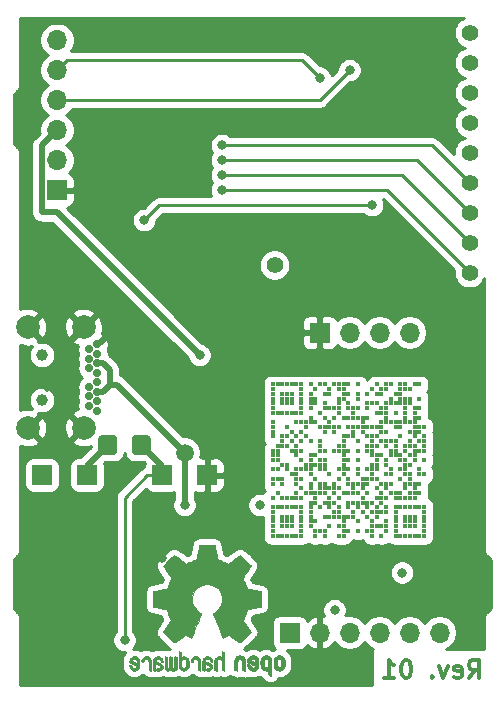
<source format=gbr>
%TF.GenerationSoftware,KiCad,Pcbnew,(5.1.10)-1*%
%TF.CreationDate,2021-12-14T17:34:47+01:00*%
%TF.ProjectId,SmartScale,536d6172-7453-4636-916c-652e6b696361,0.3*%
%TF.SameCoordinates,Original*%
%TF.FileFunction,Copper,L2,Bot*%
%TF.FilePolarity,Positive*%
%FSLAX46Y46*%
G04 Gerber Fmt 4.6, Leading zero omitted, Abs format (unit mm)*
G04 Created by KiCad (PCBNEW (5.1.10)-1) date 2021-12-14 17:34:47*
%MOMM*%
%LPD*%
G01*
G04 APERTURE LIST*
%TA.AperFunction,NonConductor*%
%ADD10C,0.300000*%
%TD*%
%TA.AperFunction,EtchedComponent*%
%ADD11C,0.010000*%
%TD*%
%TA.AperFunction,SMDPad,CuDef*%
%ADD12R,0.400000X0.400000*%
%TD*%
%TA.AperFunction,ComponentPad*%
%ADD13C,1.500000*%
%TD*%
%TA.AperFunction,ComponentPad*%
%ADD14C,2.010000*%
%TD*%
%TA.AperFunction,ComponentPad*%
%ADD15C,0.700000*%
%TD*%
%TA.AperFunction,ComponentPad*%
%ADD16R,1.700000X1.700000*%
%TD*%
%TA.AperFunction,SMDPad,CuDef*%
%ADD17C,1.000000*%
%TD*%
%TA.AperFunction,ComponentPad*%
%ADD18O,1.700000X1.700000*%
%TD*%
%TA.AperFunction,ComponentPad*%
%ADD19C,1.400000*%
%TD*%
%TA.AperFunction,ViaPad*%
%ADD20C,0.800000*%
%TD*%
%TA.AperFunction,Conductor*%
%ADD21C,0.500000*%
%TD*%
%TA.AperFunction,Conductor*%
%ADD22C,0.250000*%
%TD*%
%TA.AperFunction,Conductor*%
%ADD23C,0.254000*%
%TD*%
%TA.AperFunction,Conductor*%
%ADD24C,0.020000*%
%TD*%
G04 APERTURE END LIST*
D10*
X178367142Y-146728571D02*
X178867142Y-146014285D01*
X179224285Y-146728571D02*
X179224285Y-145228571D01*
X178652857Y-145228571D01*
X178510000Y-145300000D01*
X178438571Y-145371428D01*
X178367142Y-145514285D01*
X178367142Y-145728571D01*
X178438571Y-145871428D01*
X178510000Y-145942857D01*
X178652857Y-146014285D01*
X179224285Y-146014285D01*
X177152857Y-146657142D02*
X177295714Y-146728571D01*
X177581428Y-146728571D01*
X177724285Y-146657142D01*
X177795714Y-146514285D01*
X177795714Y-145942857D01*
X177724285Y-145800000D01*
X177581428Y-145728571D01*
X177295714Y-145728571D01*
X177152857Y-145800000D01*
X177081428Y-145942857D01*
X177081428Y-146085714D01*
X177795714Y-146228571D01*
X176581428Y-145728571D02*
X176224285Y-146728571D01*
X175867142Y-145728571D01*
X175295714Y-146585714D02*
X175224285Y-146657142D01*
X175295714Y-146728571D01*
X175367142Y-146657142D01*
X175295714Y-146585714D01*
X175295714Y-146728571D01*
X173152857Y-145228571D02*
X173010000Y-145228571D01*
X172867142Y-145300000D01*
X172795714Y-145371428D01*
X172724285Y-145514285D01*
X172652857Y-145800000D01*
X172652857Y-146157142D01*
X172724285Y-146442857D01*
X172795714Y-146585714D01*
X172867142Y-146657142D01*
X173010000Y-146728571D01*
X173152857Y-146728571D01*
X173295714Y-146657142D01*
X173367142Y-146585714D01*
X173438571Y-146442857D01*
X173510000Y-146157142D01*
X173510000Y-145800000D01*
X173438571Y-145514285D01*
X173367142Y-145371428D01*
X173295714Y-145300000D01*
X173152857Y-145228571D01*
X171224285Y-146728571D02*
X172081428Y-146728571D01*
X171652857Y-146728571D02*
X171652857Y-145228571D01*
X171795714Y-145442857D01*
X171938571Y-145585714D01*
X172081428Y-145657142D01*
D11*
%TO.C,REF\u002A\u002A*%
G36*
X161038100Y-144831903D02*
G01*
X160926550Y-144887522D01*
X160828092Y-144989931D01*
X160800977Y-145027864D01*
X160771438Y-145077500D01*
X160752272Y-145131412D01*
X160741307Y-145203364D01*
X160736371Y-145307122D01*
X160735287Y-145444101D01*
X160740182Y-145631815D01*
X160757196Y-145772758D01*
X160789823Y-145877908D01*
X160841558Y-145958243D01*
X160915896Y-146024741D01*
X160921358Y-146028678D01*
X160994620Y-146068953D01*
X161082840Y-146088880D01*
X161195038Y-146093793D01*
X161377433Y-146093793D01*
X161377509Y-146270857D01*
X161379207Y-146369470D01*
X161389550Y-146427314D01*
X161416578Y-146462006D01*
X161468332Y-146491164D01*
X161480761Y-146497121D01*
X161538923Y-146525039D01*
X161583956Y-146542672D01*
X161617441Y-146544194D01*
X161640962Y-146523781D01*
X161656100Y-146475607D01*
X161664437Y-146393846D01*
X161667556Y-146272672D01*
X161667040Y-146106260D01*
X161664471Y-145888785D01*
X161663668Y-145823736D01*
X161660778Y-145599502D01*
X161658188Y-145452821D01*
X161377586Y-145452821D01*
X161376009Y-145577326D01*
X161369000Y-145658787D01*
X161353142Y-145712515D01*
X161325019Y-145753823D01*
X161305925Y-145773971D01*
X161227865Y-145832921D01*
X161158753Y-145837720D01*
X161087440Y-145789038D01*
X161085632Y-145787241D01*
X161056617Y-145749618D01*
X161038967Y-145698484D01*
X161030064Y-145619738D01*
X161027291Y-145499276D01*
X161027241Y-145472588D01*
X161033942Y-145306583D01*
X161055752Y-145191505D01*
X161095235Y-145121254D01*
X161154956Y-145089729D01*
X161189472Y-145086552D01*
X161271389Y-145101460D01*
X161327579Y-145150548D01*
X161361402Y-145240362D01*
X161376220Y-145377445D01*
X161377586Y-145452821D01*
X161658188Y-145452821D01*
X161657713Y-145425952D01*
X161653753Y-145295382D01*
X161648174Y-145200087D01*
X161640254Y-145132364D01*
X161629269Y-145084507D01*
X161614499Y-145048813D01*
X161595218Y-145017578D01*
X161586951Y-145005824D01*
X161477288Y-144894797D01*
X161338635Y-144831847D01*
X161178246Y-144814297D01*
X161038100Y-144831903D01*
G37*
X161038100Y-144831903D02*
X160926550Y-144887522D01*
X160828092Y-144989931D01*
X160800977Y-145027864D01*
X160771438Y-145077500D01*
X160752272Y-145131412D01*
X160741307Y-145203364D01*
X160736371Y-145307122D01*
X160735287Y-145444101D01*
X160740182Y-145631815D01*
X160757196Y-145772758D01*
X160789823Y-145877908D01*
X160841558Y-145958243D01*
X160915896Y-146024741D01*
X160921358Y-146028678D01*
X160994620Y-146068953D01*
X161082840Y-146088880D01*
X161195038Y-146093793D01*
X161377433Y-146093793D01*
X161377509Y-146270857D01*
X161379207Y-146369470D01*
X161389550Y-146427314D01*
X161416578Y-146462006D01*
X161468332Y-146491164D01*
X161480761Y-146497121D01*
X161538923Y-146525039D01*
X161583956Y-146542672D01*
X161617441Y-146544194D01*
X161640962Y-146523781D01*
X161656100Y-146475607D01*
X161664437Y-146393846D01*
X161667556Y-146272672D01*
X161667040Y-146106260D01*
X161664471Y-145888785D01*
X161663668Y-145823736D01*
X161660778Y-145599502D01*
X161658188Y-145452821D01*
X161377586Y-145452821D01*
X161376009Y-145577326D01*
X161369000Y-145658787D01*
X161353142Y-145712515D01*
X161325019Y-145753823D01*
X161305925Y-145773971D01*
X161227865Y-145832921D01*
X161158753Y-145837720D01*
X161087440Y-145789038D01*
X161085632Y-145787241D01*
X161056617Y-145749618D01*
X161038967Y-145698484D01*
X161030064Y-145619738D01*
X161027291Y-145499276D01*
X161027241Y-145472588D01*
X161033942Y-145306583D01*
X161055752Y-145191505D01*
X161095235Y-145121254D01*
X161154956Y-145089729D01*
X161189472Y-145086552D01*
X161271389Y-145101460D01*
X161327579Y-145150548D01*
X161361402Y-145240362D01*
X161376220Y-145377445D01*
X161377586Y-145452821D01*
X161658188Y-145452821D01*
X161657713Y-145425952D01*
X161653753Y-145295382D01*
X161648174Y-145200087D01*
X161640254Y-145132364D01*
X161629269Y-145084507D01*
X161614499Y-145048813D01*
X161595218Y-145017578D01*
X161586951Y-145005824D01*
X161477288Y-144894797D01*
X161338635Y-144831847D01*
X161178246Y-144814297D01*
X161038100Y-144831903D01*
G36*
X158792571Y-144847719D02*
G01*
X158698877Y-144901914D01*
X158633736Y-144955707D01*
X158586093Y-145012066D01*
X158553272Y-145080987D01*
X158532594Y-145172468D01*
X158521380Y-145296506D01*
X158516951Y-145463098D01*
X158516437Y-145582851D01*
X158516437Y-146023659D01*
X158640517Y-146079283D01*
X158764598Y-146134907D01*
X158779195Y-145652095D01*
X158785227Y-145471779D01*
X158791555Y-145340901D01*
X158799394Y-145250511D01*
X158809963Y-145191664D01*
X158824477Y-145155413D01*
X158844152Y-145132810D01*
X158850465Y-145127917D01*
X158946112Y-145089706D01*
X159042793Y-145104827D01*
X159100345Y-145144943D01*
X159123755Y-145173370D01*
X159139961Y-145210672D01*
X159150259Y-145267223D01*
X159155951Y-145353394D01*
X159158336Y-145479558D01*
X159158736Y-145611042D01*
X159158814Y-145775999D01*
X159161639Y-145892761D01*
X159171093Y-145971510D01*
X159191060Y-146022431D01*
X159225424Y-146055706D01*
X159278068Y-146081520D01*
X159348383Y-146108344D01*
X159425180Y-146137542D01*
X159416038Y-145619346D01*
X159412357Y-145432539D01*
X159408050Y-145294490D01*
X159401877Y-145195568D01*
X159392598Y-145126145D01*
X159378973Y-145076590D01*
X159359761Y-145037273D01*
X159336598Y-145002584D01*
X159224848Y-144891770D01*
X159088487Y-144827689D01*
X158940175Y-144812339D01*
X158792571Y-144847719D01*
G37*
X158792571Y-144847719D02*
X158698877Y-144901914D01*
X158633736Y-144955707D01*
X158586093Y-145012066D01*
X158553272Y-145080987D01*
X158532594Y-145172468D01*
X158521380Y-145296506D01*
X158516951Y-145463098D01*
X158516437Y-145582851D01*
X158516437Y-146023659D01*
X158640517Y-146079283D01*
X158764598Y-146134907D01*
X158779195Y-145652095D01*
X158785227Y-145471779D01*
X158791555Y-145340901D01*
X158799394Y-145250511D01*
X158809963Y-145191664D01*
X158824477Y-145155413D01*
X158844152Y-145132810D01*
X158850465Y-145127917D01*
X158946112Y-145089706D01*
X159042793Y-145104827D01*
X159100345Y-145144943D01*
X159123755Y-145173370D01*
X159139961Y-145210672D01*
X159150259Y-145267223D01*
X159155951Y-145353394D01*
X159158336Y-145479558D01*
X159158736Y-145611042D01*
X159158814Y-145775999D01*
X159161639Y-145892761D01*
X159171093Y-145971510D01*
X159191060Y-146022431D01*
X159225424Y-146055706D01*
X159278068Y-146081520D01*
X159348383Y-146108344D01*
X159425180Y-146137542D01*
X159416038Y-145619346D01*
X159412357Y-145432539D01*
X159408050Y-145294490D01*
X159401877Y-145195568D01*
X159392598Y-145126145D01*
X159378973Y-145076590D01*
X159359761Y-145037273D01*
X159336598Y-145002584D01*
X159224848Y-144891770D01*
X159088487Y-144827689D01*
X158940175Y-144812339D01*
X158792571Y-144847719D01*
G36*
X162161779Y-144836015D02*
G01*
X162024939Y-144907968D01*
X161923949Y-145023766D01*
X161888075Y-145098213D01*
X161860161Y-145209992D01*
X161845871Y-145351227D01*
X161844516Y-145505371D01*
X161855405Y-145655879D01*
X161877847Y-145786205D01*
X161911150Y-145879803D01*
X161921385Y-145895922D01*
X162042618Y-146016249D01*
X162186613Y-146088317D01*
X162342861Y-146109408D01*
X162500852Y-146076802D01*
X162544820Y-146057253D01*
X162630444Y-145997012D01*
X162705592Y-145917135D01*
X162712694Y-145907004D01*
X162741561Y-145858181D01*
X162760643Y-145805990D01*
X162771916Y-145737285D01*
X162777355Y-145638918D01*
X162778938Y-145497744D01*
X162778965Y-145466092D01*
X162778893Y-145456019D01*
X162487011Y-145456019D01*
X162485313Y-145589256D01*
X162478628Y-145677674D01*
X162464575Y-145734785D01*
X162440771Y-145774102D01*
X162428621Y-145787241D01*
X162358764Y-145837172D01*
X162290941Y-145834895D01*
X162222365Y-145791584D01*
X162181465Y-145745346D01*
X162157242Y-145677857D01*
X162143639Y-145571433D01*
X162142706Y-145559020D01*
X162140384Y-145366147D01*
X162164650Y-145222900D01*
X162215176Y-145130160D01*
X162291632Y-145088807D01*
X162318924Y-145086552D01*
X162390589Y-145097893D01*
X162439610Y-145137184D01*
X162469582Y-145212326D01*
X162484101Y-145331222D01*
X162487011Y-145456019D01*
X162778893Y-145456019D01*
X162777878Y-145315659D01*
X162773312Y-145210549D01*
X162763312Y-145137714D01*
X162745921Y-145084108D01*
X162719184Y-145036681D01*
X162713276Y-145027864D01*
X162613968Y-144909007D01*
X162505758Y-144840008D01*
X162374019Y-144812619D01*
X162329283Y-144811281D01*
X162161779Y-144836015D01*
G37*
X162161779Y-144836015D02*
X162024939Y-144907968D01*
X161923949Y-145023766D01*
X161888075Y-145098213D01*
X161860161Y-145209992D01*
X161845871Y-145351227D01*
X161844516Y-145505371D01*
X161855405Y-145655879D01*
X161877847Y-145786205D01*
X161911150Y-145879803D01*
X161921385Y-145895922D01*
X162042618Y-146016249D01*
X162186613Y-146088317D01*
X162342861Y-146109408D01*
X162500852Y-146076802D01*
X162544820Y-146057253D01*
X162630444Y-145997012D01*
X162705592Y-145917135D01*
X162712694Y-145907004D01*
X162741561Y-145858181D01*
X162760643Y-145805990D01*
X162771916Y-145737285D01*
X162777355Y-145638918D01*
X162778938Y-145497744D01*
X162778965Y-145466092D01*
X162778893Y-145456019D01*
X162487011Y-145456019D01*
X162485313Y-145589256D01*
X162478628Y-145677674D01*
X162464575Y-145734785D01*
X162440771Y-145774102D01*
X162428621Y-145787241D01*
X162358764Y-145837172D01*
X162290941Y-145834895D01*
X162222365Y-145791584D01*
X162181465Y-145745346D01*
X162157242Y-145677857D01*
X162143639Y-145571433D01*
X162142706Y-145559020D01*
X162140384Y-145366147D01*
X162164650Y-145222900D01*
X162215176Y-145130160D01*
X162291632Y-145088807D01*
X162318924Y-145086552D01*
X162390589Y-145097893D01*
X162439610Y-145137184D01*
X162469582Y-145212326D01*
X162484101Y-145331222D01*
X162487011Y-145456019D01*
X162778893Y-145456019D01*
X162777878Y-145315659D01*
X162773312Y-145210549D01*
X162763312Y-145137714D01*
X162745921Y-145084108D01*
X162719184Y-145036681D01*
X162713276Y-145027864D01*
X162613968Y-144909007D01*
X162505758Y-144840008D01*
X162374019Y-144812619D01*
X162329283Y-144811281D01*
X162161779Y-144836015D01*
G36*
X159894448Y-144854676D02*
G01*
X159779342Y-144932111D01*
X159690389Y-145043949D01*
X159637251Y-145186265D01*
X159626503Y-145291015D01*
X159627724Y-145334726D01*
X159637944Y-145368194D01*
X159666039Y-145398179D01*
X159720884Y-145431440D01*
X159811355Y-145474738D01*
X159946328Y-145534833D01*
X159947011Y-145535134D01*
X160071249Y-145592037D01*
X160173127Y-145642565D01*
X160242233Y-145681280D01*
X160268154Y-145702740D01*
X160268161Y-145702913D01*
X160245315Y-145749644D01*
X160191891Y-145801154D01*
X160130558Y-145838261D01*
X160099485Y-145845632D01*
X160014711Y-145820138D01*
X159941707Y-145756291D01*
X159906087Y-145686094D01*
X159871820Y-145634343D01*
X159804697Y-145575409D01*
X159725792Y-145524496D01*
X159656179Y-145496809D01*
X159641623Y-145495287D01*
X159625237Y-145520321D01*
X159624250Y-145584311D01*
X159636292Y-145670593D01*
X159658993Y-145762501D01*
X159689986Y-145843369D01*
X159691552Y-145846509D01*
X159784819Y-145976734D01*
X159905696Y-146065311D01*
X160042973Y-146108786D01*
X160185440Y-146103706D01*
X160321888Y-146046616D01*
X160327955Y-146042602D01*
X160435290Y-145945326D01*
X160505868Y-145818409D01*
X160544926Y-145651526D01*
X160550168Y-145604639D01*
X160559452Y-145383329D01*
X160548322Y-145280124D01*
X160268161Y-145280124D01*
X160264521Y-145344503D01*
X160244611Y-145363291D01*
X160194974Y-145349235D01*
X160116733Y-145316009D01*
X160029274Y-145274359D01*
X160027101Y-145273256D01*
X159952970Y-145234265D01*
X159923219Y-145208244D01*
X159930555Y-145180965D01*
X159961447Y-145145121D01*
X160040040Y-145093251D01*
X160124677Y-145089439D01*
X160200597Y-145127189D01*
X160253035Y-145200001D01*
X160268161Y-145280124D01*
X160548322Y-145280124D01*
X160540356Y-145206261D01*
X160491366Y-145065829D01*
X160423164Y-144967447D01*
X160300065Y-144868030D01*
X160164472Y-144818711D01*
X160026045Y-144815568D01*
X159894448Y-144854676D01*
G37*
X159894448Y-144854676D02*
X159779342Y-144932111D01*
X159690389Y-145043949D01*
X159637251Y-145186265D01*
X159626503Y-145291015D01*
X159627724Y-145334726D01*
X159637944Y-145368194D01*
X159666039Y-145398179D01*
X159720884Y-145431440D01*
X159811355Y-145474738D01*
X159946328Y-145534833D01*
X159947011Y-145535134D01*
X160071249Y-145592037D01*
X160173127Y-145642565D01*
X160242233Y-145681280D01*
X160268154Y-145702740D01*
X160268161Y-145702913D01*
X160245315Y-145749644D01*
X160191891Y-145801154D01*
X160130558Y-145838261D01*
X160099485Y-145845632D01*
X160014711Y-145820138D01*
X159941707Y-145756291D01*
X159906087Y-145686094D01*
X159871820Y-145634343D01*
X159804697Y-145575409D01*
X159725792Y-145524496D01*
X159656179Y-145496809D01*
X159641623Y-145495287D01*
X159625237Y-145520321D01*
X159624250Y-145584311D01*
X159636292Y-145670593D01*
X159658993Y-145762501D01*
X159689986Y-145843369D01*
X159691552Y-145846509D01*
X159784819Y-145976734D01*
X159905696Y-146065311D01*
X160042973Y-146108786D01*
X160185440Y-146103706D01*
X160321888Y-146046616D01*
X160327955Y-146042602D01*
X160435290Y-145945326D01*
X160505868Y-145818409D01*
X160544926Y-145651526D01*
X160550168Y-145604639D01*
X160559452Y-145383329D01*
X160548322Y-145280124D01*
X160268161Y-145280124D01*
X160264521Y-145344503D01*
X160244611Y-145363291D01*
X160194974Y-145349235D01*
X160116733Y-145316009D01*
X160029274Y-145274359D01*
X160027101Y-145273256D01*
X159952970Y-145234265D01*
X159923219Y-145208244D01*
X159930555Y-145180965D01*
X159961447Y-145145121D01*
X160040040Y-145093251D01*
X160124677Y-145089439D01*
X160200597Y-145127189D01*
X160253035Y-145200001D01*
X160268161Y-145280124D01*
X160548322Y-145280124D01*
X160540356Y-145206261D01*
X160491366Y-145065829D01*
X160423164Y-144967447D01*
X160300065Y-144868030D01*
X160164472Y-144818711D01*
X160026045Y-144815568D01*
X159894448Y-144854676D01*
G36*
X157465402Y-144693857D02*
G01*
X157456846Y-144813188D01*
X157447019Y-144883506D01*
X157433401Y-144914179D01*
X157413473Y-144914571D01*
X157407011Y-144910910D01*
X157321060Y-144884398D01*
X157209255Y-144885946D01*
X157095586Y-144913199D01*
X157024490Y-144948455D01*
X156951595Y-145004778D01*
X156898307Y-145068519D01*
X156861725Y-145149510D01*
X156838950Y-145257586D01*
X156827081Y-145402580D01*
X156823218Y-145594326D01*
X156823149Y-145631109D01*
X156823103Y-146044288D01*
X156915046Y-146076339D01*
X156980348Y-146098144D01*
X157016176Y-146108297D01*
X157017230Y-146108391D01*
X157020758Y-146080860D01*
X157023761Y-146004923D01*
X157026010Y-145890565D01*
X157027276Y-145747769D01*
X157027471Y-145660951D01*
X157027877Y-145489773D01*
X157029968Y-145367088D01*
X157035053Y-145283000D01*
X157044440Y-145227614D01*
X157059439Y-145191032D01*
X157081358Y-145163359D01*
X157095043Y-145150032D01*
X157189051Y-145096328D01*
X157291636Y-145092307D01*
X157384710Y-145137725D01*
X157401922Y-145154123D01*
X157427168Y-145184957D01*
X157444680Y-145221531D01*
X157455858Y-145274415D01*
X157462104Y-145354177D01*
X157464818Y-145471385D01*
X157465402Y-145632991D01*
X157465402Y-146044288D01*
X157557345Y-146076339D01*
X157622647Y-146098144D01*
X157658475Y-146108297D01*
X157659529Y-146108391D01*
X157662225Y-146080448D01*
X157664655Y-146001630D01*
X157666722Y-145879453D01*
X157668329Y-145721432D01*
X157669377Y-145535083D01*
X157669769Y-145327920D01*
X157669770Y-145318706D01*
X157669770Y-144529020D01*
X157574885Y-144488997D01*
X157480000Y-144448973D01*
X157465402Y-144693857D01*
G37*
X157465402Y-144693857D02*
X157456846Y-144813188D01*
X157447019Y-144883506D01*
X157433401Y-144914179D01*
X157413473Y-144914571D01*
X157407011Y-144910910D01*
X157321060Y-144884398D01*
X157209255Y-144885946D01*
X157095586Y-144913199D01*
X157024490Y-144948455D01*
X156951595Y-145004778D01*
X156898307Y-145068519D01*
X156861725Y-145149510D01*
X156838950Y-145257586D01*
X156827081Y-145402580D01*
X156823218Y-145594326D01*
X156823149Y-145631109D01*
X156823103Y-146044288D01*
X156915046Y-146076339D01*
X156980348Y-146098144D01*
X157016176Y-146108297D01*
X157017230Y-146108391D01*
X157020758Y-146080860D01*
X157023761Y-146004923D01*
X157026010Y-145890565D01*
X157027276Y-145747769D01*
X157027471Y-145660951D01*
X157027877Y-145489773D01*
X157029968Y-145367088D01*
X157035053Y-145283000D01*
X157044440Y-145227614D01*
X157059439Y-145191032D01*
X157081358Y-145163359D01*
X157095043Y-145150032D01*
X157189051Y-145096328D01*
X157291636Y-145092307D01*
X157384710Y-145137725D01*
X157401922Y-145154123D01*
X157427168Y-145184957D01*
X157444680Y-145221531D01*
X157455858Y-145274415D01*
X157462104Y-145354177D01*
X157464818Y-145471385D01*
X157465402Y-145632991D01*
X157465402Y-146044288D01*
X157557345Y-146076339D01*
X157622647Y-146098144D01*
X157658475Y-146108297D01*
X157659529Y-146108391D01*
X157662225Y-146080448D01*
X157664655Y-146001630D01*
X157666722Y-145879453D01*
X157668329Y-145721432D01*
X157669377Y-145535083D01*
X157669769Y-145327920D01*
X157669770Y-145318706D01*
X157669770Y-144529020D01*
X157574885Y-144488997D01*
X157480000Y-144448973D01*
X157465402Y-144693857D01*
G36*
X156130056Y-144894360D02*
G01*
X156015657Y-144936842D01*
X156014348Y-144937658D01*
X155943597Y-144989730D01*
X155891364Y-145050584D01*
X155854629Y-145129887D01*
X155830366Y-145237309D01*
X155815555Y-145382517D01*
X155807171Y-145575179D01*
X155806436Y-145602628D01*
X155795880Y-146016521D01*
X155884709Y-146062456D01*
X155948982Y-146093498D01*
X155987790Y-146108206D01*
X155989585Y-146108391D01*
X155996300Y-146081250D01*
X156001635Y-146008041D01*
X156004917Y-145901081D01*
X156005632Y-145814469D01*
X156005649Y-145674162D01*
X156012063Y-145586051D01*
X156034420Y-145544025D01*
X156082268Y-145541975D01*
X156165151Y-145573790D01*
X156290287Y-145632272D01*
X156382303Y-145680845D01*
X156429629Y-145722986D01*
X156443542Y-145768916D01*
X156443563Y-145771189D01*
X156420605Y-145850311D01*
X156352630Y-145893055D01*
X156248602Y-145899246D01*
X156173670Y-145898172D01*
X156134161Y-145919753D01*
X156109522Y-145971591D01*
X156095341Y-146037632D01*
X156115777Y-146075104D01*
X156123472Y-146080467D01*
X156195917Y-146102006D01*
X156297367Y-146105055D01*
X156401843Y-146090778D01*
X156475875Y-146064688D01*
X156578228Y-145977785D01*
X156636409Y-145856816D01*
X156647931Y-145762308D01*
X156639138Y-145677062D01*
X156607320Y-145607476D01*
X156544316Y-145545672D01*
X156441969Y-145483772D01*
X156292118Y-145413897D01*
X156282988Y-145409948D01*
X156148003Y-145347588D01*
X156064706Y-145296446D01*
X156029003Y-145250488D01*
X156036797Y-145203683D01*
X156083993Y-145149998D01*
X156098106Y-145137644D01*
X156192641Y-145089741D01*
X156290594Y-145091758D01*
X156375903Y-145138724D01*
X156432504Y-145225669D01*
X156437763Y-145242734D01*
X156488977Y-145325504D01*
X156553963Y-145365372D01*
X156647931Y-145404882D01*
X156647931Y-145302658D01*
X156619347Y-145154072D01*
X156534505Y-145017784D01*
X156490355Y-144972191D01*
X156389995Y-144913674D01*
X156262365Y-144887184D01*
X156130056Y-144894360D01*
G37*
X156130056Y-144894360D02*
X156015657Y-144936842D01*
X156014348Y-144937658D01*
X155943597Y-144989730D01*
X155891364Y-145050584D01*
X155854629Y-145129887D01*
X155830366Y-145237309D01*
X155815555Y-145382517D01*
X155807171Y-145575179D01*
X155806436Y-145602628D01*
X155795880Y-146016521D01*
X155884709Y-146062456D01*
X155948982Y-146093498D01*
X155987790Y-146108206D01*
X155989585Y-146108391D01*
X155996300Y-146081250D01*
X156001635Y-146008041D01*
X156004917Y-145901081D01*
X156005632Y-145814469D01*
X156005649Y-145674162D01*
X156012063Y-145586051D01*
X156034420Y-145544025D01*
X156082268Y-145541975D01*
X156165151Y-145573790D01*
X156290287Y-145632272D01*
X156382303Y-145680845D01*
X156429629Y-145722986D01*
X156443542Y-145768916D01*
X156443563Y-145771189D01*
X156420605Y-145850311D01*
X156352630Y-145893055D01*
X156248602Y-145899246D01*
X156173670Y-145898172D01*
X156134161Y-145919753D01*
X156109522Y-145971591D01*
X156095341Y-146037632D01*
X156115777Y-146075104D01*
X156123472Y-146080467D01*
X156195917Y-146102006D01*
X156297367Y-146105055D01*
X156401843Y-146090778D01*
X156475875Y-146064688D01*
X156578228Y-145977785D01*
X156636409Y-145856816D01*
X156647931Y-145762308D01*
X156639138Y-145677062D01*
X156607320Y-145607476D01*
X156544316Y-145545672D01*
X156441969Y-145483772D01*
X156292118Y-145413897D01*
X156282988Y-145409948D01*
X156148003Y-145347588D01*
X156064706Y-145296446D01*
X156029003Y-145250488D01*
X156036797Y-145203683D01*
X156083993Y-145149998D01*
X156098106Y-145137644D01*
X156192641Y-145089741D01*
X156290594Y-145091758D01*
X156375903Y-145138724D01*
X156432504Y-145225669D01*
X156437763Y-145242734D01*
X156488977Y-145325504D01*
X156553963Y-145365372D01*
X156647931Y-145404882D01*
X156647931Y-145302658D01*
X156619347Y-145154072D01*
X156534505Y-145017784D01*
X156490355Y-144972191D01*
X156389995Y-144913674D01*
X156262365Y-144887184D01*
X156130056Y-144894360D01*
G36*
X155144057Y-144891920D02*
G01*
X155011435Y-144940859D01*
X154903990Y-145027419D01*
X154861968Y-145088352D01*
X154816157Y-145200161D01*
X154817109Y-145281006D01*
X154865192Y-145335378D01*
X154882983Y-145344624D01*
X154959796Y-145373450D01*
X154999024Y-145366065D01*
X155012311Y-145317658D01*
X155012988Y-145290920D01*
X155037314Y-145192548D01*
X155100719Y-145123734D01*
X155188846Y-145090498D01*
X155287337Y-145098861D01*
X155367398Y-145142296D01*
X155394439Y-145167072D01*
X155413606Y-145197129D01*
X155426554Y-145242565D01*
X155434936Y-145313476D01*
X155440407Y-145419960D01*
X155444622Y-145572112D01*
X155445713Y-145620287D01*
X155449693Y-145785095D01*
X155454219Y-145901088D01*
X155461005Y-145977833D01*
X155471769Y-146024893D01*
X155488227Y-146051835D01*
X155512094Y-146068223D01*
X155527374Y-146075463D01*
X155592267Y-146100220D01*
X155630466Y-146108391D01*
X155643088Y-146081103D01*
X155650792Y-145998603D01*
X155653620Y-145859941D01*
X155651614Y-145664162D01*
X155650989Y-145633965D01*
X155646579Y-145455349D01*
X155641365Y-145324923D01*
X155633945Y-145232492D01*
X155622918Y-145167858D01*
X155606883Y-145120825D01*
X155584439Y-145081196D01*
X155572698Y-145064215D01*
X155505381Y-144989080D01*
X155430090Y-144930638D01*
X155420872Y-144925536D01*
X155285867Y-144885260D01*
X155144057Y-144891920D01*
G37*
X155144057Y-144891920D02*
X155011435Y-144940859D01*
X154903990Y-145027419D01*
X154861968Y-145088352D01*
X154816157Y-145200161D01*
X154817109Y-145281006D01*
X154865192Y-145335378D01*
X154882983Y-145344624D01*
X154959796Y-145373450D01*
X154999024Y-145366065D01*
X155012311Y-145317658D01*
X155012988Y-145290920D01*
X155037314Y-145192548D01*
X155100719Y-145123734D01*
X155188846Y-145090498D01*
X155287337Y-145098861D01*
X155367398Y-145142296D01*
X155394439Y-145167072D01*
X155413606Y-145197129D01*
X155426554Y-145242565D01*
X155434936Y-145313476D01*
X155440407Y-145419960D01*
X155444622Y-145572112D01*
X155445713Y-145620287D01*
X155449693Y-145785095D01*
X155454219Y-145901088D01*
X155461005Y-145977833D01*
X155471769Y-146024893D01*
X155488227Y-146051835D01*
X155512094Y-146068223D01*
X155527374Y-146075463D01*
X155592267Y-146100220D01*
X155630466Y-146108391D01*
X155643088Y-146081103D01*
X155650792Y-145998603D01*
X155653620Y-145859941D01*
X155651614Y-145664162D01*
X155650989Y-145633965D01*
X155646579Y-145455349D01*
X155641365Y-145324923D01*
X155633945Y-145232492D01*
X155622918Y-145167858D01*
X155606883Y-145120825D01*
X155584439Y-145081196D01*
X155572698Y-145064215D01*
X155505381Y-144989080D01*
X155430090Y-144930638D01*
X155420872Y-144925536D01*
X155285867Y-144885260D01*
X155144057Y-144891920D01*
G36*
X153816086Y-145124455D02*
G01*
X153816457Y-145342661D01*
X153817892Y-145510519D01*
X153820998Y-145636070D01*
X153826378Y-145727355D01*
X153834638Y-145792415D01*
X153846384Y-145839291D01*
X153862219Y-145876024D01*
X153874210Y-145896991D01*
X153973510Y-146010694D01*
X154099412Y-146081965D01*
X154238709Y-146107538D01*
X154378195Y-146084150D01*
X154461257Y-146042119D01*
X154548455Y-145969411D01*
X154607883Y-145880612D01*
X154643739Y-145764320D01*
X154660219Y-145609135D01*
X154662553Y-145495287D01*
X154662239Y-145487106D01*
X154458276Y-145487106D01*
X154457030Y-145617657D01*
X154451322Y-145704080D01*
X154438196Y-145760618D01*
X154414694Y-145801514D01*
X154386614Y-145832362D01*
X154292312Y-145891905D01*
X154191060Y-145896992D01*
X154095364Y-145847279D01*
X154087916Y-145840543D01*
X154056126Y-145805502D01*
X154036192Y-145763811D01*
X154025400Y-145701762D01*
X154021035Y-145605644D01*
X154020345Y-145499379D01*
X154021841Y-145365880D01*
X154028036Y-145276822D01*
X154041486Y-145218293D01*
X154064749Y-145176382D01*
X154083825Y-145154123D01*
X154172437Y-145097985D01*
X154274492Y-145091235D01*
X154371905Y-145134114D01*
X154390704Y-145150032D01*
X154422707Y-145185382D01*
X154442682Y-145227502D01*
X154453407Y-145290251D01*
X154457661Y-145387487D01*
X154458276Y-145487106D01*
X154662239Y-145487106D01*
X154655496Y-145311947D01*
X154631528Y-145174195D01*
X154586452Y-145070632D01*
X154516072Y-144989856D01*
X154461257Y-144948455D01*
X154361624Y-144903728D01*
X154246145Y-144882967D01*
X154138801Y-144888525D01*
X154078736Y-144910943D01*
X154055165Y-144917323D01*
X154039523Y-144893535D01*
X154028605Y-144829788D01*
X154020345Y-144732687D01*
X154011301Y-144624541D01*
X153998739Y-144559475D01*
X153975881Y-144522268D01*
X153935949Y-144497699D01*
X153910862Y-144486819D01*
X153815977Y-144447072D01*
X153816086Y-145124455D01*
G37*
X153816086Y-145124455D02*
X153816457Y-145342661D01*
X153817892Y-145510519D01*
X153820998Y-145636070D01*
X153826378Y-145727355D01*
X153834638Y-145792415D01*
X153846384Y-145839291D01*
X153862219Y-145876024D01*
X153874210Y-145896991D01*
X153973510Y-146010694D01*
X154099412Y-146081965D01*
X154238709Y-146107538D01*
X154378195Y-146084150D01*
X154461257Y-146042119D01*
X154548455Y-145969411D01*
X154607883Y-145880612D01*
X154643739Y-145764320D01*
X154660219Y-145609135D01*
X154662553Y-145495287D01*
X154662239Y-145487106D01*
X154458276Y-145487106D01*
X154457030Y-145617657D01*
X154451322Y-145704080D01*
X154438196Y-145760618D01*
X154414694Y-145801514D01*
X154386614Y-145832362D01*
X154292312Y-145891905D01*
X154191060Y-145896992D01*
X154095364Y-145847279D01*
X154087916Y-145840543D01*
X154056126Y-145805502D01*
X154036192Y-145763811D01*
X154025400Y-145701762D01*
X154021035Y-145605644D01*
X154020345Y-145499379D01*
X154021841Y-145365880D01*
X154028036Y-145276822D01*
X154041486Y-145218293D01*
X154064749Y-145176382D01*
X154083825Y-145154123D01*
X154172437Y-145097985D01*
X154274492Y-145091235D01*
X154371905Y-145134114D01*
X154390704Y-145150032D01*
X154422707Y-145185382D01*
X154442682Y-145227502D01*
X154453407Y-145290251D01*
X154457661Y-145387487D01*
X154458276Y-145487106D01*
X154662239Y-145487106D01*
X154655496Y-145311947D01*
X154631528Y-145174195D01*
X154586452Y-145070632D01*
X154516072Y-144989856D01*
X154461257Y-144948455D01*
X154361624Y-144903728D01*
X154246145Y-144882967D01*
X154138801Y-144888525D01*
X154078736Y-144910943D01*
X154055165Y-144917323D01*
X154039523Y-144893535D01*
X154028605Y-144829788D01*
X154020345Y-144732687D01*
X154011301Y-144624541D01*
X153998739Y-144559475D01*
X153975881Y-144522268D01*
X153935949Y-144497699D01*
X153910862Y-144486819D01*
X153815977Y-144447072D01*
X153816086Y-145124455D01*
G36*
X152629876Y-144909840D02*
G01*
X152625421Y-144986653D01*
X152621929Y-145103391D01*
X152619685Y-145250821D01*
X152618965Y-145405455D01*
X152618965Y-145928727D01*
X152711355Y-146021117D01*
X152775022Y-146078047D01*
X152830911Y-146101107D01*
X152907298Y-146099647D01*
X152937620Y-146095934D01*
X153032390Y-146085126D01*
X153110778Y-146078933D01*
X153129885Y-146078361D01*
X153194301Y-146082102D01*
X153286429Y-146091494D01*
X153322150Y-146095934D01*
X153409886Y-146102801D01*
X153468847Y-146087885D01*
X153527310Y-146041835D01*
X153548415Y-146021117D01*
X153640805Y-145928727D01*
X153640805Y-144949947D01*
X153566442Y-144916066D01*
X153502410Y-144890970D01*
X153464948Y-144882184D01*
X153455343Y-144909950D01*
X153446365Y-144987530D01*
X153438614Y-145106348D01*
X153432686Y-145257828D01*
X153429827Y-145385805D01*
X153421839Y-145889425D01*
X153352152Y-145899278D01*
X153288771Y-145892389D01*
X153257714Y-145870083D01*
X153249033Y-145828379D01*
X153241622Y-145739544D01*
X153236069Y-145614834D01*
X153232964Y-145465507D01*
X153232516Y-145388661D01*
X153232069Y-144946287D01*
X153140126Y-144914235D01*
X153075051Y-144892443D01*
X153039653Y-144882281D01*
X153038632Y-144882184D01*
X153035080Y-144909809D01*
X153031177Y-144986411D01*
X153027249Y-145102579D01*
X153023624Y-145248904D01*
X153021092Y-145385805D01*
X153013103Y-145889425D01*
X152837931Y-145889425D01*
X152829893Y-145429965D01*
X152821854Y-144970505D01*
X152736457Y-144926344D01*
X152673407Y-144896019D01*
X152636090Y-144882258D01*
X152635013Y-144882184D01*
X152629876Y-144909840D01*
G37*
X152629876Y-144909840D02*
X152625421Y-144986653D01*
X152621929Y-145103391D01*
X152619685Y-145250821D01*
X152618965Y-145405455D01*
X152618965Y-145928727D01*
X152711355Y-146021117D01*
X152775022Y-146078047D01*
X152830911Y-146101107D01*
X152907298Y-146099647D01*
X152937620Y-146095934D01*
X153032390Y-146085126D01*
X153110778Y-146078933D01*
X153129885Y-146078361D01*
X153194301Y-146082102D01*
X153286429Y-146091494D01*
X153322150Y-146095934D01*
X153409886Y-146102801D01*
X153468847Y-146087885D01*
X153527310Y-146041835D01*
X153548415Y-146021117D01*
X153640805Y-145928727D01*
X153640805Y-144949947D01*
X153566442Y-144916066D01*
X153502410Y-144890970D01*
X153464948Y-144882184D01*
X153455343Y-144909950D01*
X153446365Y-144987530D01*
X153438614Y-145106348D01*
X153432686Y-145257828D01*
X153429827Y-145385805D01*
X153421839Y-145889425D01*
X153352152Y-145899278D01*
X153288771Y-145892389D01*
X153257714Y-145870083D01*
X153249033Y-145828379D01*
X153241622Y-145739544D01*
X153236069Y-145614834D01*
X153232964Y-145465507D01*
X153232516Y-145388661D01*
X153232069Y-144946287D01*
X153140126Y-144914235D01*
X153075051Y-144892443D01*
X153039653Y-144882281D01*
X153038632Y-144882184D01*
X153035080Y-144909809D01*
X153031177Y-144986411D01*
X153027249Y-145102579D01*
X153023624Y-145248904D01*
X153021092Y-145385805D01*
X153013103Y-145889425D01*
X152837931Y-145889425D01*
X152829893Y-145429965D01*
X152821854Y-144970505D01*
X152736457Y-144926344D01*
X152673407Y-144896019D01*
X152636090Y-144882258D01*
X152635013Y-144882184D01*
X152629876Y-144909840D01*
G36*
X151895594Y-144905156D02*
G01*
X151811531Y-144943393D01*
X151745550Y-144989726D01*
X151697206Y-145041532D01*
X151663828Y-145108363D01*
X151642747Y-145199769D01*
X151631293Y-145325301D01*
X151626797Y-145494508D01*
X151626322Y-145605933D01*
X151626322Y-146040627D01*
X151700684Y-146074509D01*
X151759254Y-146099272D01*
X151788270Y-146108391D01*
X151793821Y-146081257D01*
X151798225Y-146008094D01*
X151800922Y-145901263D01*
X151801494Y-145816437D01*
X151803954Y-145693887D01*
X151810588Y-145596668D01*
X151820274Y-145537134D01*
X151827968Y-145524483D01*
X151879689Y-145537402D01*
X151960883Y-145570539D01*
X152054898Y-145615461D01*
X152145083Y-145663735D01*
X152214785Y-145706928D01*
X152247352Y-145736608D01*
X152247481Y-145736929D01*
X152244680Y-145791857D01*
X152219561Y-145844292D01*
X152175459Y-145886881D01*
X152111091Y-145901126D01*
X152056079Y-145899466D01*
X151978165Y-145898245D01*
X151937268Y-145916498D01*
X151912705Y-145964726D01*
X151909608Y-145973820D01*
X151898960Y-146042598D01*
X151927435Y-146084360D01*
X152001656Y-146104263D01*
X152081832Y-146107944D01*
X152226110Y-146080658D01*
X152300797Y-146041690D01*
X152393037Y-145950148D01*
X152441957Y-145837782D01*
X152446346Y-145719051D01*
X152404999Y-145608411D01*
X152342803Y-145539080D01*
X152280706Y-145500265D01*
X152183105Y-145451125D01*
X152069368Y-145401292D01*
X152050410Y-145393677D01*
X151925479Y-145338545D01*
X151853461Y-145289954D01*
X151830300Y-145241647D01*
X151851936Y-145187370D01*
X151889080Y-145144943D01*
X151976873Y-145092702D01*
X152073470Y-145088784D01*
X152162056Y-145129041D01*
X152225814Y-145209326D01*
X152234183Y-145230040D01*
X152282904Y-145306225D01*
X152354035Y-145362785D01*
X152443793Y-145409201D01*
X152443793Y-145277584D01*
X152438510Y-145197168D01*
X152415858Y-145133786D01*
X152365633Y-145066163D01*
X152317418Y-145014076D01*
X152242446Y-144940322D01*
X152184194Y-144900702D01*
X152121628Y-144884810D01*
X152050807Y-144882184D01*
X151895594Y-144905156D01*
G37*
X151895594Y-144905156D02*
X151811531Y-144943393D01*
X151745550Y-144989726D01*
X151697206Y-145041532D01*
X151663828Y-145108363D01*
X151642747Y-145199769D01*
X151631293Y-145325301D01*
X151626797Y-145494508D01*
X151626322Y-145605933D01*
X151626322Y-146040627D01*
X151700684Y-146074509D01*
X151759254Y-146099272D01*
X151788270Y-146108391D01*
X151793821Y-146081257D01*
X151798225Y-146008094D01*
X151800922Y-145901263D01*
X151801494Y-145816437D01*
X151803954Y-145693887D01*
X151810588Y-145596668D01*
X151820274Y-145537134D01*
X151827968Y-145524483D01*
X151879689Y-145537402D01*
X151960883Y-145570539D01*
X152054898Y-145615461D01*
X152145083Y-145663735D01*
X152214785Y-145706928D01*
X152247352Y-145736608D01*
X152247481Y-145736929D01*
X152244680Y-145791857D01*
X152219561Y-145844292D01*
X152175459Y-145886881D01*
X152111091Y-145901126D01*
X152056079Y-145899466D01*
X151978165Y-145898245D01*
X151937268Y-145916498D01*
X151912705Y-145964726D01*
X151909608Y-145973820D01*
X151898960Y-146042598D01*
X151927435Y-146084360D01*
X152001656Y-146104263D01*
X152081832Y-146107944D01*
X152226110Y-146080658D01*
X152300797Y-146041690D01*
X152393037Y-145950148D01*
X152441957Y-145837782D01*
X152446346Y-145719051D01*
X152404999Y-145608411D01*
X152342803Y-145539080D01*
X152280706Y-145500265D01*
X152183105Y-145451125D01*
X152069368Y-145401292D01*
X152050410Y-145393677D01*
X151925479Y-145338545D01*
X151853461Y-145289954D01*
X151830300Y-145241647D01*
X151851936Y-145187370D01*
X151889080Y-145144943D01*
X151976873Y-145092702D01*
X152073470Y-145088784D01*
X152162056Y-145129041D01*
X152225814Y-145209326D01*
X152234183Y-145230040D01*
X152282904Y-145306225D01*
X152354035Y-145362785D01*
X152443793Y-145409201D01*
X152443793Y-145277584D01*
X152438510Y-145197168D01*
X152415858Y-145133786D01*
X152365633Y-145066163D01*
X152317418Y-145014076D01*
X152242446Y-144940322D01*
X152184194Y-144900702D01*
X152121628Y-144884810D01*
X152050807Y-144882184D01*
X151895594Y-144905156D01*
G36*
X150874310Y-144910018D02*
G01*
X150839415Y-144925269D01*
X150756123Y-144991235D01*
X150684897Y-145086618D01*
X150640847Y-145188406D01*
X150633678Y-145238587D01*
X150657715Y-145308647D01*
X150710439Y-145345717D01*
X150766969Y-145368164D01*
X150792854Y-145372300D01*
X150805458Y-145342283D01*
X150830346Y-145276961D01*
X150841265Y-145247445D01*
X150902492Y-145145348D01*
X150991139Y-145094423D01*
X151104807Y-145095989D01*
X151113226Y-145097994D01*
X151173912Y-145126767D01*
X151218526Y-145182859D01*
X151248998Y-145273163D01*
X151267256Y-145404571D01*
X151275229Y-145583974D01*
X151275977Y-145679433D01*
X151276348Y-145829913D01*
X151278777Y-145932495D01*
X151285240Y-145997672D01*
X151297712Y-146035938D01*
X151318167Y-146057785D01*
X151348581Y-146073707D01*
X151350339Y-146074509D01*
X151408909Y-146099272D01*
X151437925Y-146108391D01*
X151442384Y-146080822D01*
X151446201Y-146004620D01*
X151449101Y-145889541D01*
X151450809Y-145745341D01*
X151451149Y-145639814D01*
X151449412Y-145435613D01*
X151442618Y-145280697D01*
X151428393Y-145166024D01*
X151404362Y-145082551D01*
X151368152Y-145021236D01*
X151317388Y-144973034D01*
X151267261Y-144939393D01*
X151146725Y-144894619D01*
X151006443Y-144884521D01*
X150874310Y-144910018D01*
G37*
X150874310Y-144910018D02*
X150839415Y-144925269D01*
X150756123Y-144991235D01*
X150684897Y-145086618D01*
X150640847Y-145188406D01*
X150633678Y-145238587D01*
X150657715Y-145308647D01*
X150710439Y-145345717D01*
X150766969Y-145368164D01*
X150792854Y-145372300D01*
X150805458Y-145342283D01*
X150830346Y-145276961D01*
X150841265Y-145247445D01*
X150902492Y-145145348D01*
X150991139Y-145094423D01*
X151104807Y-145095989D01*
X151113226Y-145097994D01*
X151173912Y-145126767D01*
X151218526Y-145182859D01*
X151248998Y-145273163D01*
X151267256Y-145404571D01*
X151275229Y-145583974D01*
X151275977Y-145679433D01*
X151276348Y-145829913D01*
X151278777Y-145932495D01*
X151285240Y-145997672D01*
X151297712Y-146035938D01*
X151318167Y-146057785D01*
X151348581Y-146073707D01*
X151350339Y-146074509D01*
X151408909Y-146099272D01*
X151437925Y-146108391D01*
X151442384Y-146080822D01*
X151446201Y-146004620D01*
X151449101Y-145889541D01*
X151450809Y-145745341D01*
X151451149Y-145639814D01*
X151449412Y-145435613D01*
X151442618Y-145280697D01*
X151428393Y-145166024D01*
X151404362Y-145082551D01*
X151368152Y-145021236D01*
X151317388Y-144973034D01*
X151267261Y-144939393D01*
X151146725Y-144894619D01*
X151006443Y-144884521D01*
X150874310Y-144910018D01*
G36*
X149866561Y-144926540D02*
G01*
X149751050Y-145002034D01*
X149695336Y-145069617D01*
X149651196Y-145192255D01*
X149647691Y-145289298D01*
X149655632Y-145419056D01*
X149954885Y-145550039D01*
X150100389Y-145616958D01*
X150195463Y-145670790D01*
X150244899Y-145717416D01*
X150253489Y-145762720D01*
X150226028Y-145812582D01*
X150195747Y-145845632D01*
X150107637Y-145898633D01*
X150011804Y-145902347D01*
X149923788Y-145861041D01*
X149859131Y-145778983D01*
X149847567Y-145750008D01*
X149792175Y-145659509D01*
X149728447Y-145620940D01*
X149641034Y-145587946D01*
X149641034Y-145713034D01*
X149648762Y-145798156D01*
X149679034Y-145869938D01*
X149742482Y-145952356D01*
X149751912Y-145963066D01*
X149822487Y-146036391D01*
X149883153Y-146075742D01*
X149959050Y-146093845D01*
X150021970Y-146099774D01*
X150134513Y-146101251D01*
X150214630Y-146082535D01*
X150264610Y-146054747D01*
X150343162Y-145993641D01*
X150397537Y-145927554D01*
X150431948Y-145844441D01*
X150450612Y-145732254D01*
X150457744Y-145578946D01*
X150458313Y-145501136D01*
X150456378Y-145407853D01*
X150280101Y-145407853D01*
X150278056Y-145457896D01*
X150272961Y-145466092D01*
X150239334Y-145454958D01*
X150166970Y-145425493D01*
X150070253Y-145383601D01*
X150050027Y-145374597D01*
X149927797Y-145312442D01*
X149860453Y-145257815D01*
X149845652Y-145206649D01*
X149881053Y-145154876D01*
X149910289Y-145132000D01*
X150015784Y-145086250D01*
X150114524Y-145093808D01*
X150197188Y-145149651D01*
X150254452Y-145248753D01*
X150272812Y-145327414D01*
X150280101Y-145407853D01*
X150456378Y-145407853D01*
X150454541Y-145319351D01*
X150440641Y-145184853D01*
X150413106Y-145086916D01*
X150368428Y-145014811D01*
X150303099Y-144957813D01*
X150274617Y-144939393D01*
X150145237Y-144891422D01*
X150003588Y-144888403D01*
X149866561Y-144926540D01*
G37*
X149866561Y-144926540D02*
X149751050Y-145002034D01*
X149695336Y-145069617D01*
X149651196Y-145192255D01*
X149647691Y-145289298D01*
X149655632Y-145419056D01*
X149954885Y-145550039D01*
X150100389Y-145616958D01*
X150195463Y-145670790D01*
X150244899Y-145717416D01*
X150253489Y-145762720D01*
X150226028Y-145812582D01*
X150195747Y-145845632D01*
X150107637Y-145898633D01*
X150011804Y-145902347D01*
X149923788Y-145861041D01*
X149859131Y-145778983D01*
X149847567Y-145750008D01*
X149792175Y-145659509D01*
X149728447Y-145620940D01*
X149641034Y-145587946D01*
X149641034Y-145713034D01*
X149648762Y-145798156D01*
X149679034Y-145869938D01*
X149742482Y-145952356D01*
X149751912Y-145963066D01*
X149822487Y-146036391D01*
X149883153Y-146075742D01*
X149959050Y-146093845D01*
X150021970Y-146099774D01*
X150134513Y-146101251D01*
X150214630Y-146082535D01*
X150264610Y-146054747D01*
X150343162Y-145993641D01*
X150397537Y-145927554D01*
X150431948Y-145844441D01*
X150450612Y-145732254D01*
X150457744Y-145578946D01*
X150458313Y-145501136D01*
X150456378Y-145407853D01*
X150280101Y-145407853D01*
X150278056Y-145457896D01*
X150272961Y-145466092D01*
X150239334Y-145454958D01*
X150166970Y-145425493D01*
X150070253Y-145383601D01*
X150050027Y-145374597D01*
X149927797Y-145312442D01*
X149860453Y-145257815D01*
X149845652Y-145206649D01*
X149881053Y-145154876D01*
X149910289Y-145132000D01*
X150015784Y-145086250D01*
X150114524Y-145093808D01*
X150197188Y-145149651D01*
X150254452Y-145248753D01*
X150272812Y-145327414D01*
X150280101Y-145407853D01*
X150456378Y-145407853D01*
X150454541Y-145319351D01*
X150440641Y-145184853D01*
X150413106Y-145086916D01*
X150368428Y-145014811D01*
X150303099Y-144957813D01*
X150274617Y-144939393D01*
X150145237Y-144891422D01*
X150003588Y-144888403D01*
X149866561Y-144926540D01*
G36*
X156000986Y-135422998D02*
G01*
X155842994Y-135423863D01*
X155728653Y-135426205D01*
X155650593Y-135430762D01*
X155601446Y-135438270D01*
X155573841Y-135449466D01*
X155560408Y-135465088D01*
X155553779Y-135485873D01*
X155553135Y-135488563D01*
X155543065Y-135537113D01*
X155524425Y-135632905D01*
X155499155Y-135765743D01*
X155469193Y-135925431D01*
X155436478Y-136101774D01*
X155435336Y-136107967D01*
X155402567Y-136280782D01*
X155371907Y-136433469D01*
X155345336Y-136556871D01*
X155324833Y-136641831D01*
X155312374Y-136679190D01*
X155311780Y-136679852D01*
X155275081Y-136698095D01*
X155199414Y-136728497D01*
X155101122Y-136764493D01*
X155100575Y-136764685D01*
X154976767Y-136811222D01*
X154830804Y-136870504D01*
X154693219Y-136930109D01*
X154686707Y-136933056D01*
X154462610Y-137034765D01*
X153966381Y-136695897D01*
X153814154Y-136592592D01*
X153676259Y-136500237D01*
X153560685Y-136424084D01*
X153475421Y-136369385D01*
X153428456Y-136341393D01*
X153423996Y-136339317D01*
X153389866Y-136348560D01*
X153326119Y-136393156D01*
X153230269Y-136475209D01*
X153099831Y-136596821D01*
X152966672Y-136726205D01*
X152838306Y-136853702D01*
X152723419Y-136970046D01*
X152628927Y-137068052D01*
X152561747Y-137140536D01*
X152528794Y-137180313D01*
X152527568Y-137182361D01*
X152523926Y-137209656D01*
X152537650Y-137254234D01*
X152572131Y-137322112D01*
X152630761Y-137419311D01*
X152716930Y-137551851D01*
X152831800Y-137722476D01*
X152933746Y-137872655D01*
X153024877Y-138007350D01*
X153099927Y-138118740D01*
X153153631Y-138199005D01*
X153180720Y-138240325D01*
X153182426Y-138243130D01*
X153179118Y-138282721D01*
X153154047Y-138359669D01*
X153112202Y-138459432D01*
X153097288Y-138491291D01*
X153032214Y-138633226D01*
X152962788Y-138794273D01*
X152906391Y-138933621D01*
X152865753Y-139037044D01*
X152833474Y-139115642D01*
X152814822Y-139156720D01*
X152812503Y-139159885D01*
X152778197Y-139165128D01*
X152697331Y-139179494D01*
X152580657Y-139200937D01*
X152438925Y-139227413D01*
X152282890Y-139256877D01*
X152123302Y-139287283D01*
X151970915Y-139316588D01*
X151836479Y-139342745D01*
X151730748Y-139363710D01*
X151664474Y-139377439D01*
X151648218Y-139381320D01*
X151631427Y-139390900D01*
X151618751Y-139412536D01*
X151609622Y-139453531D01*
X151603469Y-139521189D01*
X151599720Y-139622812D01*
X151597808Y-139765703D01*
X151597160Y-139957165D01*
X151597126Y-140035645D01*
X151597126Y-140673906D01*
X151750402Y-140704160D01*
X151835678Y-140720564D01*
X151962930Y-140744509D01*
X152116685Y-140773107D01*
X152281466Y-140803467D01*
X152327011Y-140811806D01*
X152479068Y-140841370D01*
X152611532Y-140870442D01*
X152713286Y-140896329D01*
X152773212Y-140916337D01*
X152783195Y-140922301D01*
X152807707Y-140964534D01*
X152842852Y-141046370D01*
X152881827Y-141151683D01*
X152889558Y-141174368D01*
X152940640Y-141315018D01*
X153004046Y-141473714D01*
X153066096Y-141616225D01*
X153066402Y-141616886D01*
X153169733Y-141840440D01*
X152490039Y-142840232D01*
X152926379Y-143277300D01*
X153058351Y-143407381D01*
X153178721Y-143522048D01*
X153280727Y-143615181D01*
X153357609Y-143680658D01*
X153402607Y-143712357D01*
X153409062Y-143714368D01*
X153446960Y-143698529D01*
X153524292Y-143654496D01*
X153632611Y-143587490D01*
X153763468Y-143502734D01*
X153904948Y-143407816D01*
X154048539Y-143310998D01*
X154176565Y-143226751D01*
X154280895Y-143160258D01*
X154353400Y-143116702D01*
X154385842Y-143101264D01*
X154425424Y-143114328D01*
X154500481Y-143148750D01*
X154595532Y-143197380D01*
X154605608Y-143202785D01*
X154733609Y-143266980D01*
X154821382Y-143298463D01*
X154875972Y-143298798D01*
X154904425Y-143269548D01*
X154904590Y-143269138D01*
X154918812Y-143234498D01*
X154952731Y-143152269D01*
X155003716Y-143028814D01*
X155069138Y-142870498D01*
X155146366Y-142683686D01*
X155232771Y-142474742D01*
X155316449Y-142272446D01*
X155408412Y-142049200D01*
X155492850Y-141842392D01*
X155567231Y-141658362D01*
X155629026Y-141503451D01*
X155675703Y-141383996D01*
X155704732Y-141306339D01*
X155713678Y-141277356D01*
X155691244Y-141244110D01*
X155632561Y-141191123D01*
X155554311Y-141132704D01*
X155331466Y-140947952D01*
X155157282Y-140736182D01*
X155033846Y-140501856D01*
X154963246Y-140249434D01*
X154947569Y-139983377D01*
X154958964Y-139860575D01*
X155021050Y-139605793D01*
X155127977Y-139380801D01*
X155273111Y-139187817D01*
X155449822Y-139029061D01*
X155651478Y-138906750D01*
X155871446Y-138823105D01*
X156103094Y-138780344D01*
X156339791Y-138780687D01*
X156574905Y-138826352D01*
X156801804Y-138919559D01*
X157013856Y-139062527D01*
X157102364Y-139143383D01*
X157272111Y-139351007D01*
X157390301Y-139577895D01*
X157457722Y-139817433D01*
X157475160Y-140063007D01*
X157443402Y-140308003D01*
X157363235Y-140545808D01*
X157235445Y-140769807D01*
X157060820Y-140973387D01*
X156865688Y-141132704D01*
X156784409Y-141193602D01*
X156726991Y-141246015D01*
X156706322Y-141277406D01*
X156717144Y-141311639D01*
X156747923Y-141393419D01*
X156796126Y-141516407D01*
X156859222Y-141674263D01*
X156934678Y-141860649D01*
X157019962Y-142069226D01*
X157103781Y-142272496D01*
X157196255Y-142495933D01*
X157281911Y-142702984D01*
X157358118Y-142887286D01*
X157422247Y-143042475D01*
X157471668Y-143162188D01*
X157503752Y-143240061D01*
X157515641Y-143269138D01*
X157543726Y-143298677D01*
X157598051Y-143298591D01*
X157685605Y-143267326D01*
X157813381Y-143203329D01*
X157814392Y-143202785D01*
X157910598Y-143153121D01*
X157988369Y-143116945D01*
X158032223Y-143101408D01*
X158034158Y-143101264D01*
X158067171Y-143117024D01*
X158140054Y-143160850D01*
X158244678Y-143227557D01*
X158372910Y-143311964D01*
X158515052Y-143407816D01*
X158659767Y-143504867D01*
X158790196Y-143589270D01*
X158897890Y-143655801D01*
X158974402Y-143699238D01*
X159010938Y-143714368D01*
X159044582Y-143694482D01*
X159112224Y-143638903D01*
X159207107Y-143553754D01*
X159322470Y-143445153D01*
X159451555Y-143319221D01*
X159493771Y-143277149D01*
X159930261Y-142839931D01*
X159598023Y-142352340D01*
X159497054Y-142202605D01*
X159408438Y-142068220D01*
X159337146Y-141956969D01*
X159288150Y-141876639D01*
X159266422Y-141835014D01*
X159265785Y-141832053D01*
X159277240Y-141792818D01*
X159308051Y-141713895D01*
X159352884Y-141608509D01*
X159384353Y-141537954D01*
X159443192Y-141402876D01*
X159498604Y-141266409D01*
X159541564Y-141151103D01*
X159553234Y-141115977D01*
X159586389Y-141022174D01*
X159618799Y-140949694D01*
X159636601Y-140922301D01*
X159675886Y-140905536D01*
X159761626Y-140881770D01*
X159882697Y-140853697D01*
X160027973Y-140824009D01*
X160092988Y-140811806D01*
X160258087Y-140781468D01*
X160416448Y-140752093D01*
X160552596Y-140726569D01*
X160651057Y-140707785D01*
X160669598Y-140704160D01*
X160822873Y-140673906D01*
X160822873Y-140035645D01*
X160822529Y-139825770D01*
X160821116Y-139666980D01*
X160818064Y-139551973D01*
X160812803Y-139473446D01*
X160804763Y-139424096D01*
X160793373Y-139396619D01*
X160778063Y-139383713D01*
X160771782Y-139381320D01*
X160733896Y-139372833D01*
X160650195Y-139355900D01*
X160531433Y-139332566D01*
X160388361Y-139304875D01*
X160231732Y-139274873D01*
X160072297Y-139244604D01*
X159920809Y-139216115D01*
X159788019Y-139191449D01*
X159684681Y-139172651D01*
X159621545Y-139161767D01*
X159607497Y-139159885D01*
X159594770Y-139134704D01*
X159566600Y-139067622D01*
X159528252Y-138971333D01*
X159513609Y-138933621D01*
X159454548Y-138787921D01*
X159385000Y-138626951D01*
X159322712Y-138491291D01*
X159276879Y-138387561D01*
X159246387Y-138302326D01*
X159236208Y-138250126D01*
X159237831Y-138243130D01*
X159259343Y-138210102D01*
X159308465Y-138136643D01*
X159379923Y-138030577D01*
X159468445Y-137899726D01*
X159568759Y-137751912D01*
X159588594Y-137722734D01*
X159704988Y-137549863D01*
X159790548Y-137418226D01*
X159848684Y-137321761D01*
X159882808Y-137254408D01*
X159896331Y-137210106D01*
X159892664Y-137182794D01*
X159892570Y-137182620D01*
X159863707Y-137146746D01*
X159799867Y-137077391D01*
X159707969Y-136981745D01*
X159594933Y-136866999D01*
X159467679Y-136740341D01*
X159453328Y-136726205D01*
X159292957Y-136570903D01*
X159169195Y-136456870D01*
X159079555Y-136382002D01*
X159021552Y-136344196D01*
X158996004Y-136339317D01*
X158958718Y-136360603D01*
X158881343Y-136409773D01*
X158771867Y-136481575D01*
X158638280Y-136570755D01*
X158488570Y-136672063D01*
X158453618Y-136695897D01*
X157957390Y-137034765D01*
X157733293Y-136933056D01*
X157597011Y-136873783D01*
X157450724Y-136814170D01*
X157324965Y-136766640D01*
X157319425Y-136764685D01*
X157221057Y-136728677D01*
X157145229Y-136698229D01*
X157108282Y-136679905D01*
X157108220Y-136679852D01*
X157096496Y-136646729D01*
X157076568Y-136565267D01*
X157050413Y-136444625D01*
X157020010Y-136293959D01*
X156987337Y-136122428D01*
X156984664Y-136107967D01*
X156951890Y-135931235D01*
X156921802Y-135770810D01*
X156896339Y-135636888D01*
X156877441Y-135539663D01*
X156867047Y-135489332D01*
X156866865Y-135488563D01*
X156860539Y-135467153D01*
X156848239Y-135450988D01*
X156822594Y-135439331D01*
X156776235Y-135431445D01*
X156701792Y-135426593D01*
X156591895Y-135424039D01*
X156439175Y-135423045D01*
X156236262Y-135422874D01*
X156210000Y-135422874D01*
X156000986Y-135422998D01*
G37*
X156000986Y-135422998D02*
X155842994Y-135423863D01*
X155728653Y-135426205D01*
X155650593Y-135430762D01*
X155601446Y-135438270D01*
X155573841Y-135449466D01*
X155560408Y-135465088D01*
X155553779Y-135485873D01*
X155553135Y-135488563D01*
X155543065Y-135537113D01*
X155524425Y-135632905D01*
X155499155Y-135765743D01*
X155469193Y-135925431D01*
X155436478Y-136101774D01*
X155435336Y-136107967D01*
X155402567Y-136280782D01*
X155371907Y-136433469D01*
X155345336Y-136556871D01*
X155324833Y-136641831D01*
X155312374Y-136679190D01*
X155311780Y-136679852D01*
X155275081Y-136698095D01*
X155199414Y-136728497D01*
X155101122Y-136764493D01*
X155100575Y-136764685D01*
X154976767Y-136811222D01*
X154830804Y-136870504D01*
X154693219Y-136930109D01*
X154686707Y-136933056D01*
X154462610Y-137034765D01*
X153966381Y-136695897D01*
X153814154Y-136592592D01*
X153676259Y-136500237D01*
X153560685Y-136424084D01*
X153475421Y-136369385D01*
X153428456Y-136341393D01*
X153423996Y-136339317D01*
X153389866Y-136348560D01*
X153326119Y-136393156D01*
X153230269Y-136475209D01*
X153099831Y-136596821D01*
X152966672Y-136726205D01*
X152838306Y-136853702D01*
X152723419Y-136970046D01*
X152628927Y-137068052D01*
X152561747Y-137140536D01*
X152528794Y-137180313D01*
X152527568Y-137182361D01*
X152523926Y-137209656D01*
X152537650Y-137254234D01*
X152572131Y-137322112D01*
X152630761Y-137419311D01*
X152716930Y-137551851D01*
X152831800Y-137722476D01*
X152933746Y-137872655D01*
X153024877Y-138007350D01*
X153099927Y-138118740D01*
X153153631Y-138199005D01*
X153180720Y-138240325D01*
X153182426Y-138243130D01*
X153179118Y-138282721D01*
X153154047Y-138359669D01*
X153112202Y-138459432D01*
X153097288Y-138491291D01*
X153032214Y-138633226D01*
X152962788Y-138794273D01*
X152906391Y-138933621D01*
X152865753Y-139037044D01*
X152833474Y-139115642D01*
X152814822Y-139156720D01*
X152812503Y-139159885D01*
X152778197Y-139165128D01*
X152697331Y-139179494D01*
X152580657Y-139200937D01*
X152438925Y-139227413D01*
X152282890Y-139256877D01*
X152123302Y-139287283D01*
X151970915Y-139316588D01*
X151836479Y-139342745D01*
X151730748Y-139363710D01*
X151664474Y-139377439D01*
X151648218Y-139381320D01*
X151631427Y-139390900D01*
X151618751Y-139412536D01*
X151609622Y-139453531D01*
X151603469Y-139521189D01*
X151599720Y-139622812D01*
X151597808Y-139765703D01*
X151597160Y-139957165D01*
X151597126Y-140035645D01*
X151597126Y-140673906D01*
X151750402Y-140704160D01*
X151835678Y-140720564D01*
X151962930Y-140744509D01*
X152116685Y-140773107D01*
X152281466Y-140803467D01*
X152327011Y-140811806D01*
X152479068Y-140841370D01*
X152611532Y-140870442D01*
X152713286Y-140896329D01*
X152773212Y-140916337D01*
X152783195Y-140922301D01*
X152807707Y-140964534D01*
X152842852Y-141046370D01*
X152881827Y-141151683D01*
X152889558Y-141174368D01*
X152940640Y-141315018D01*
X153004046Y-141473714D01*
X153066096Y-141616225D01*
X153066402Y-141616886D01*
X153169733Y-141840440D01*
X152490039Y-142840232D01*
X152926379Y-143277300D01*
X153058351Y-143407381D01*
X153178721Y-143522048D01*
X153280727Y-143615181D01*
X153357609Y-143680658D01*
X153402607Y-143712357D01*
X153409062Y-143714368D01*
X153446960Y-143698529D01*
X153524292Y-143654496D01*
X153632611Y-143587490D01*
X153763468Y-143502734D01*
X153904948Y-143407816D01*
X154048539Y-143310998D01*
X154176565Y-143226751D01*
X154280895Y-143160258D01*
X154353400Y-143116702D01*
X154385842Y-143101264D01*
X154425424Y-143114328D01*
X154500481Y-143148750D01*
X154595532Y-143197380D01*
X154605608Y-143202785D01*
X154733609Y-143266980D01*
X154821382Y-143298463D01*
X154875972Y-143298798D01*
X154904425Y-143269548D01*
X154904590Y-143269138D01*
X154918812Y-143234498D01*
X154952731Y-143152269D01*
X155003716Y-143028814D01*
X155069138Y-142870498D01*
X155146366Y-142683686D01*
X155232771Y-142474742D01*
X155316449Y-142272446D01*
X155408412Y-142049200D01*
X155492850Y-141842392D01*
X155567231Y-141658362D01*
X155629026Y-141503451D01*
X155675703Y-141383996D01*
X155704732Y-141306339D01*
X155713678Y-141277356D01*
X155691244Y-141244110D01*
X155632561Y-141191123D01*
X155554311Y-141132704D01*
X155331466Y-140947952D01*
X155157282Y-140736182D01*
X155033846Y-140501856D01*
X154963246Y-140249434D01*
X154947569Y-139983377D01*
X154958964Y-139860575D01*
X155021050Y-139605793D01*
X155127977Y-139380801D01*
X155273111Y-139187817D01*
X155449822Y-139029061D01*
X155651478Y-138906750D01*
X155871446Y-138823105D01*
X156103094Y-138780344D01*
X156339791Y-138780687D01*
X156574905Y-138826352D01*
X156801804Y-138919559D01*
X157013856Y-139062527D01*
X157102364Y-139143383D01*
X157272111Y-139351007D01*
X157390301Y-139577895D01*
X157457722Y-139817433D01*
X157475160Y-140063007D01*
X157443402Y-140308003D01*
X157363235Y-140545808D01*
X157235445Y-140769807D01*
X157060820Y-140973387D01*
X156865688Y-141132704D01*
X156784409Y-141193602D01*
X156726991Y-141246015D01*
X156706322Y-141277406D01*
X156717144Y-141311639D01*
X156747923Y-141393419D01*
X156796126Y-141516407D01*
X156859222Y-141674263D01*
X156934678Y-141860649D01*
X157019962Y-142069226D01*
X157103781Y-142272496D01*
X157196255Y-142495933D01*
X157281911Y-142702984D01*
X157358118Y-142887286D01*
X157422247Y-143042475D01*
X157471668Y-143162188D01*
X157503752Y-143240061D01*
X157515641Y-143269138D01*
X157543726Y-143298677D01*
X157598051Y-143298591D01*
X157685605Y-143267326D01*
X157813381Y-143203329D01*
X157814392Y-143202785D01*
X157910598Y-143153121D01*
X157988369Y-143116945D01*
X158032223Y-143101408D01*
X158034158Y-143101264D01*
X158067171Y-143117024D01*
X158140054Y-143160850D01*
X158244678Y-143227557D01*
X158372910Y-143311964D01*
X158515052Y-143407816D01*
X158659767Y-143504867D01*
X158790196Y-143589270D01*
X158897890Y-143655801D01*
X158974402Y-143699238D01*
X159010938Y-143714368D01*
X159044582Y-143694482D01*
X159112224Y-143638903D01*
X159207107Y-143553754D01*
X159322470Y-143445153D01*
X159451555Y-143319221D01*
X159493771Y-143277149D01*
X159930261Y-142839931D01*
X159598023Y-142352340D01*
X159497054Y-142202605D01*
X159408438Y-142068220D01*
X159337146Y-141956969D01*
X159288150Y-141876639D01*
X159266422Y-141835014D01*
X159265785Y-141832053D01*
X159277240Y-141792818D01*
X159308051Y-141713895D01*
X159352884Y-141608509D01*
X159384353Y-141537954D01*
X159443192Y-141402876D01*
X159498604Y-141266409D01*
X159541564Y-141151103D01*
X159553234Y-141115977D01*
X159586389Y-141022174D01*
X159618799Y-140949694D01*
X159636601Y-140922301D01*
X159675886Y-140905536D01*
X159761626Y-140881770D01*
X159882697Y-140853697D01*
X160027973Y-140824009D01*
X160092988Y-140811806D01*
X160258087Y-140781468D01*
X160416448Y-140752093D01*
X160552596Y-140726569D01*
X160651057Y-140707785D01*
X160669598Y-140704160D01*
X160822873Y-140673906D01*
X160822873Y-140035645D01*
X160822529Y-139825770D01*
X160821116Y-139666980D01*
X160818064Y-139551973D01*
X160812803Y-139473446D01*
X160804763Y-139424096D01*
X160793373Y-139396619D01*
X160778063Y-139383713D01*
X160771782Y-139381320D01*
X160733896Y-139372833D01*
X160650195Y-139355900D01*
X160531433Y-139332566D01*
X160388361Y-139304875D01*
X160231732Y-139274873D01*
X160072297Y-139244604D01*
X159920809Y-139216115D01*
X159788019Y-139191449D01*
X159684681Y-139172651D01*
X159621545Y-139161767D01*
X159607497Y-139159885D01*
X159594770Y-139134704D01*
X159566600Y-139067622D01*
X159528252Y-138971333D01*
X159513609Y-138933621D01*
X159454548Y-138787921D01*
X159385000Y-138626951D01*
X159322712Y-138491291D01*
X159276879Y-138387561D01*
X159246387Y-138302326D01*
X159236208Y-138250126D01*
X159237831Y-138243130D01*
X159259343Y-138210102D01*
X159308465Y-138136643D01*
X159379923Y-138030577D01*
X159468445Y-137899726D01*
X159568759Y-137751912D01*
X159588594Y-137722734D01*
X159704988Y-137549863D01*
X159790548Y-137418226D01*
X159848684Y-137321761D01*
X159882808Y-137254408D01*
X159896331Y-137210106D01*
X159892664Y-137182794D01*
X159892570Y-137182620D01*
X159863707Y-137146746D01*
X159799867Y-137077391D01*
X159707969Y-136981745D01*
X159594933Y-136866999D01*
X159467679Y-136740341D01*
X159453328Y-136726205D01*
X159292957Y-136570903D01*
X159169195Y-136456870D01*
X159079555Y-136382002D01*
X159021552Y-136344196D01*
X158996004Y-136339317D01*
X158958718Y-136360603D01*
X158881343Y-136409773D01*
X158771867Y-136481575D01*
X158638280Y-136570755D01*
X158488570Y-136672063D01*
X158453618Y-136695897D01*
X157957390Y-137034765D01*
X157733293Y-136933056D01*
X157597011Y-136873783D01*
X157450724Y-136814170D01*
X157324965Y-136766640D01*
X157319425Y-136764685D01*
X157221057Y-136728677D01*
X157145229Y-136698229D01*
X157108282Y-136679905D01*
X157108220Y-136679852D01*
X157096496Y-136646729D01*
X157076568Y-136565267D01*
X157050413Y-136444625D01*
X157020010Y-136293959D01*
X156987337Y-136122428D01*
X156984664Y-136107967D01*
X156951890Y-135931235D01*
X156921802Y-135770810D01*
X156896339Y-135636888D01*
X156877441Y-135539663D01*
X156867047Y-135489332D01*
X156866865Y-135488563D01*
X156860539Y-135467153D01*
X156848239Y-135450988D01*
X156822594Y-135439331D01*
X156776235Y-135431445D01*
X156701792Y-135426593D01*
X156591895Y-135424039D01*
X156439175Y-135423045D01*
X156236262Y-135422874D01*
X156210000Y-135422874D01*
X156000986Y-135422998D01*
%TD*%
D12*
%TO.P,QR\u002A\u002A\u002A\u002A\u002A,*%
%TO.N,*%
X174180000Y-121870000D03*
X173780000Y-121870000D03*
X172980000Y-121870000D03*
X172580000Y-121870000D03*
X171780000Y-121870000D03*
X171380000Y-121870000D03*
X170580000Y-121870000D03*
X168980000Y-121870000D03*
X168180000Y-121870000D03*
X167780000Y-121870000D03*
X167380000Y-121870000D03*
X166980000Y-121870000D03*
X166180000Y-121870000D03*
X165780000Y-121870000D03*
X164980000Y-121870000D03*
X164180000Y-121870000D03*
X163780000Y-121870000D03*
X163380000Y-121870000D03*
X162980000Y-121870000D03*
X162580000Y-121870000D03*
X162180000Y-121870000D03*
X161780000Y-121870000D03*
X173380000Y-122270000D03*
X172980000Y-122270000D03*
X172580000Y-122270000D03*
X171380000Y-122270000D03*
X170980000Y-122270000D03*
X170180000Y-122270000D03*
X167780000Y-122270000D03*
X167380000Y-122270000D03*
X166580000Y-122270000D03*
X165380000Y-122270000D03*
X164180000Y-122270000D03*
X161780000Y-122270000D03*
X172580000Y-122670000D03*
X172180000Y-122670000D03*
X170980000Y-122670000D03*
X170580000Y-122670000D03*
X169780000Y-122670000D03*
X168980000Y-122670000D03*
X168180000Y-122670000D03*
X167780000Y-122670000D03*
X166580000Y-122670000D03*
X166180000Y-122670000D03*
X164980000Y-122670000D03*
X164180000Y-122670000D03*
X163380000Y-122670000D03*
X162980000Y-122670000D03*
X162580000Y-122670000D03*
X161780000Y-122670000D03*
X174180000Y-123070000D03*
X173380000Y-123070000D03*
X172980000Y-123070000D03*
X172580000Y-123070000D03*
X171780000Y-123070000D03*
X168980000Y-123070000D03*
X167780000Y-123070000D03*
X167380000Y-123070000D03*
X165380000Y-123070000D03*
X164980000Y-123070000D03*
X164180000Y-123070000D03*
X163380000Y-123070000D03*
X162980000Y-123070000D03*
X162580000Y-123070000D03*
X161780000Y-123070000D03*
X173380000Y-123470000D03*
X172980000Y-123470000D03*
X172580000Y-123470000D03*
X172180000Y-123470000D03*
X171780000Y-123470000D03*
X171380000Y-123470000D03*
X170580000Y-123470000D03*
X170180000Y-123470000D03*
X169780000Y-123470000D03*
X168180000Y-123470000D03*
X167380000Y-123470000D03*
X166180000Y-123470000D03*
X165380000Y-123470000D03*
X164980000Y-123470000D03*
X164180000Y-123470000D03*
X163380000Y-123470000D03*
X162980000Y-123470000D03*
X162580000Y-123470000D03*
X161780000Y-123470000D03*
X174180000Y-123870000D03*
X173780000Y-123870000D03*
X172980000Y-123870000D03*
X171380000Y-123870000D03*
X170980000Y-123870000D03*
X169780000Y-123870000D03*
X168980000Y-123870000D03*
X168580000Y-123870000D03*
X168180000Y-123870000D03*
X167380000Y-123870000D03*
X166980000Y-123870000D03*
X166580000Y-123870000D03*
X166180000Y-123870000D03*
X164980000Y-123870000D03*
X164180000Y-123870000D03*
X161780000Y-123870000D03*
X173780000Y-124270000D03*
X172980000Y-124270000D03*
X172180000Y-124270000D03*
X171380000Y-124270000D03*
X170980000Y-124270000D03*
X170580000Y-124270000D03*
X168580000Y-124270000D03*
X167380000Y-124270000D03*
X165780000Y-124270000D03*
X164180000Y-124270000D03*
X163780000Y-124270000D03*
X163380000Y-124270000D03*
X162980000Y-124270000D03*
X162580000Y-124270000D03*
X162180000Y-124270000D03*
X161780000Y-124270000D03*
X174180000Y-124670000D03*
X173780000Y-124670000D03*
X172980000Y-124670000D03*
X171380000Y-124670000D03*
X169780000Y-124670000D03*
X169380000Y-124670000D03*
X168980000Y-124670000D03*
X168580000Y-124670000D03*
X168180000Y-124670000D03*
X167780000Y-124670000D03*
X166980000Y-124670000D03*
X166180000Y-124670000D03*
X164980000Y-124670000D03*
X173780000Y-125070000D03*
X173380000Y-125070000D03*
X172980000Y-125070000D03*
X172580000Y-125070000D03*
X172180000Y-125070000D03*
X171780000Y-125070000D03*
X171380000Y-125070000D03*
X170980000Y-125070000D03*
X169380000Y-125070000D03*
X166580000Y-125070000D03*
X165380000Y-125070000D03*
X164980000Y-125070000D03*
X164580000Y-125070000D03*
X164180000Y-125070000D03*
X163780000Y-125070000D03*
X161780000Y-125070000D03*
X174580000Y-125470000D03*
X174180000Y-125470000D03*
X173780000Y-125470000D03*
X172580000Y-125470000D03*
X172180000Y-125470000D03*
X170980000Y-125470000D03*
X170580000Y-125470000D03*
X170180000Y-125470000D03*
X169780000Y-125470000D03*
X169380000Y-125470000D03*
X168980000Y-125470000D03*
X168580000Y-125470000D03*
X168180000Y-125470000D03*
X167380000Y-125470000D03*
X166980000Y-125470000D03*
X166580000Y-125470000D03*
X166180000Y-125470000D03*
X165780000Y-125470000D03*
X164580000Y-125470000D03*
X162980000Y-125470000D03*
X161780000Y-125470000D03*
X174180000Y-125870000D03*
X173780000Y-125870000D03*
X173380000Y-125870000D03*
X171380000Y-125870000D03*
X170980000Y-125870000D03*
X169380000Y-125870000D03*
X168580000Y-125870000D03*
X166980000Y-125870000D03*
X166180000Y-125870000D03*
X164180000Y-125870000D03*
X163380000Y-125870000D03*
X161780000Y-125870000D03*
X174580000Y-126270000D03*
X173780000Y-126270000D03*
X172580000Y-126270000D03*
X170580000Y-126270000D03*
X170180000Y-126270000D03*
X169780000Y-126270000D03*
X168580000Y-126270000D03*
X168180000Y-126270000D03*
X167780000Y-126270000D03*
X164580000Y-126270000D03*
X163780000Y-126270000D03*
X162980000Y-126270000D03*
X162580000Y-126270000D03*
X161780000Y-126270000D03*
X174580000Y-126670000D03*
X174180000Y-126670000D03*
X173380000Y-126670000D03*
X172180000Y-126670000D03*
X171780000Y-126670000D03*
X171380000Y-126670000D03*
X170980000Y-126670000D03*
X170180000Y-126670000D03*
X168980000Y-126670000D03*
X167780000Y-126670000D03*
X165780000Y-126670000D03*
X164980000Y-126670000D03*
X164180000Y-126670000D03*
X163380000Y-126670000D03*
X162580000Y-126670000D03*
X174580000Y-127070000D03*
X173780000Y-127070000D03*
X173380000Y-127070000D03*
X172980000Y-127070000D03*
X172180000Y-127070000D03*
X171380000Y-127070000D03*
X170580000Y-127070000D03*
X170180000Y-127070000D03*
X169780000Y-127070000D03*
X167780000Y-127070000D03*
X167380000Y-127070000D03*
X165780000Y-127070000D03*
X163780000Y-127070000D03*
X162980000Y-127070000D03*
X162580000Y-127070000D03*
X162180000Y-127070000D03*
X174580000Y-127470000D03*
X174180000Y-127470000D03*
X173780000Y-127470000D03*
X172980000Y-127470000D03*
X172180000Y-127470000D03*
X171780000Y-127470000D03*
X170180000Y-127470000D03*
X169780000Y-127470000D03*
X168980000Y-127470000D03*
X168180000Y-127470000D03*
X167780000Y-127470000D03*
X167380000Y-127470000D03*
X166980000Y-127470000D03*
X166180000Y-127470000D03*
X165780000Y-127470000D03*
X164180000Y-127470000D03*
X163780000Y-127470000D03*
X163380000Y-127470000D03*
X162180000Y-127470000D03*
X161780000Y-127470000D03*
X173780000Y-127870000D03*
X173380000Y-127870000D03*
X172580000Y-127870000D03*
X172180000Y-127870000D03*
X171780000Y-127870000D03*
X170980000Y-127870000D03*
X170580000Y-127870000D03*
X170180000Y-127870000D03*
X167780000Y-127870000D03*
X165380000Y-127870000D03*
X164980000Y-127870000D03*
X163780000Y-127870000D03*
X162180000Y-127870000D03*
X161780000Y-127870000D03*
X174580000Y-128270000D03*
X173780000Y-128270000D03*
X172980000Y-128270000D03*
X172580000Y-128270000D03*
X171380000Y-128270000D03*
X170580000Y-128270000D03*
X168980000Y-128270000D03*
X168180000Y-128270000D03*
X167780000Y-128270000D03*
X166180000Y-128270000D03*
X165780000Y-128270000D03*
X164980000Y-128270000D03*
X164180000Y-128270000D03*
X162180000Y-128270000D03*
X161780000Y-128270000D03*
X173380000Y-128670000D03*
X172980000Y-128670000D03*
X171380000Y-128670000D03*
X170580000Y-128670000D03*
X170180000Y-128670000D03*
X167780000Y-128670000D03*
X166180000Y-128670000D03*
X165780000Y-128670000D03*
X165380000Y-128670000D03*
X164980000Y-128670000D03*
X164580000Y-128670000D03*
X162980000Y-128670000D03*
X162580000Y-128670000D03*
X174180000Y-129070000D03*
X172980000Y-129070000D03*
X172580000Y-129070000D03*
X171780000Y-129070000D03*
X170580000Y-129070000D03*
X170180000Y-129070000D03*
X169780000Y-129070000D03*
X168980000Y-129070000D03*
X168180000Y-129070000D03*
X167780000Y-129070000D03*
X167380000Y-129070000D03*
X166180000Y-129070000D03*
X165780000Y-129070000D03*
X164980000Y-129070000D03*
X164580000Y-129070000D03*
X164180000Y-129070000D03*
X163780000Y-129070000D03*
X162980000Y-129070000D03*
X162180000Y-129070000D03*
X161780000Y-129070000D03*
X174580000Y-129470000D03*
X174180000Y-129470000D03*
X173380000Y-129470000D03*
X172980000Y-129470000D03*
X171780000Y-129470000D03*
X171380000Y-129470000D03*
X170180000Y-129470000D03*
X168980000Y-129470000D03*
X167780000Y-129470000D03*
X166580000Y-129470000D03*
X164980000Y-129470000D03*
X163780000Y-129470000D03*
X163380000Y-129470000D03*
X173380000Y-129870000D03*
X172580000Y-129870000D03*
X170580000Y-129870000D03*
X170180000Y-129870000D03*
X169780000Y-129870000D03*
X169380000Y-129870000D03*
X168180000Y-129870000D03*
X167380000Y-129870000D03*
X165380000Y-129870000D03*
X164180000Y-129870000D03*
X163780000Y-129870000D03*
X162580000Y-129870000D03*
X162180000Y-129870000D03*
X161780000Y-129870000D03*
X174180000Y-130270000D03*
X173780000Y-130270000D03*
X173380000Y-130270000D03*
X172980000Y-130270000D03*
X171780000Y-130270000D03*
X171380000Y-130270000D03*
X170980000Y-130270000D03*
X169780000Y-130270000D03*
X169380000Y-130270000D03*
X168980000Y-130270000D03*
X168580000Y-130270000D03*
X168180000Y-130270000D03*
X166980000Y-130270000D03*
X166180000Y-130270000D03*
X165780000Y-130270000D03*
X164980000Y-130270000D03*
X163780000Y-130270000D03*
X162580000Y-130270000D03*
X161780000Y-130270000D03*
X173780000Y-130670000D03*
X172980000Y-130670000D03*
X171380000Y-130670000D03*
X170580000Y-130670000D03*
X169380000Y-130670000D03*
X168580000Y-130670000D03*
X167380000Y-130670000D03*
X166980000Y-130670000D03*
X166580000Y-130670000D03*
X166180000Y-130670000D03*
X165780000Y-130670000D03*
X164980000Y-130670000D03*
X164180000Y-130670000D03*
X174180000Y-131070000D03*
X173780000Y-131070000D03*
X173380000Y-131070000D03*
X172580000Y-131070000D03*
X172180000Y-131070000D03*
X171780000Y-131070000D03*
X170980000Y-131070000D03*
X169780000Y-131070000D03*
X168980000Y-131070000D03*
X168580000Y-131070000D03*
X168180000Y-131070000D03*
X167780000Y-131070000D03*
X166980000Y-131070000D03*
X166180000Y-131070000D03*
X165780000Y-131070000D03*
X165380000Y-131070000D03*
X164980000Y-131070000D03*
X164580000Y-131070000D03*
X163780000Y-131070000D03*
X162180000Y-131070000D03*
X173780000Y-131470000D03*
X173380000Y-131470000D03*
X172980000Y-131470000D03*
X172580000Y-131470000D03*
X172180000Y-131470000D03*
X171380000Y-131470000D03*
X170980000Y-131470000D03*
X170580000Y-131470000D03*
X169380000Y-131470000D03*
X167380000Y-131470000D03*
X166580000Y-131470000D03*
X165380000Y-131470000D03*
X164180000Y-131470000D03*
X163780000Y-131470000D03*
X163380000Y-131470000D03*
X162980000Y-131470000D03*
X162580000Y-131470000D03*
X161780000Y-131470000D03*
X170980000Y-131870000D03*
X170180000Y-131870000D03*
X169780000Y-131870000D03*
X169380000Y-131870000D03*
X168980000Y-131870000D03*
X168580000Y-131870000D03*
X168180000Y-131870000D03*
X166980000Y-131870000D03*
X166580000Y-131870000D03*
X166180000Y-131870000D03*
X165380000Y-131870000D03*
X164980000Y-131870000D03*
X174580000Y-132270000D03*
X174180000Y-132270000D03*
X173780000Y-132270000D03*
X173380000Y-132270000D03*
X172980000Y-132270000D03*
X172580000Y-132270000D03*
X172180000Y-132270000D03*
X171380000Y-132270000D03*
X170580000Y-132270000D03*
X169780000Y-132270000D03*
X168980000Y-132270000D03*
X168180000Y-132270000D03*
X167380000Y-132270000D03*
X166580000Y-132270000D03*
X165780000Y-132270000D03*
X164980000Y-132270000D03*
X164180000Y-132270000D03*
X163780000Y-132270000D03*
X163380000Y-132270000D03*
X162980000Y-132270000D03*
X162580000Y-132270000D03*
X162180000Y-132270000D03*
X161780000Y-132270000D03*
X174580000Y-132670000D03*
X172180000Y-132670000D03*
X171380000Y-132670000D03*
X170980000Y-132670000D03*
X170580000Y-132670000D03*
X170180000Y-132670000D03*
X169380000Y-132670000D03*
X168580000Y-132670000D03*
X167380000Y-132670000D03*
X166980000Y-132670000D03*
X164980000Y-132670000D03*
X164180000Y-132670000D03*
X161780000Y-132670000D03*
X174580000Y-133070000D03*
X173780000Y-133070000D03*
X173380000Y-133070000D03*
X172980000Y-133070000D03*
X172180000Y-133070000D03*
X170580000Y-133070000D03*
X169780000Y-133070000D03*
X168580000Y-133070000D03*
X168180000Y-133070000D03*
X167780000Y-133070000D03*
X167380000Y-133070000D03*
X166980000Y-133070000D03*
X166580000Y-133070000D03*
X166180000Y-133070000D03*
X164980000Y-133070000D03*
X164180000Y-133070000D03*
X163380000Y-133070000D03*
X162980000Y-133070000D03*
X162580000Y-133070000D03*
X161780000Y-133070000D03*
X174580000Y-133470000D03*
X173780000Y-133470000D03*
X173380000Y-133470000D03*
X172980000Y-133470000D03*
X172180000Y-133470000D03*
X171380000Y-133470000D03*
X170180000Y-133470000D03*
X168980000Y-133470000D03*
X167780000Y-133470000D03*
X165380000Y-133470000D03*
X164980000Y-133470000D03*
X164180000Y-133470000D03*
X163380000Y-133470000D03*
X162980000Y-133470000D03*
X162580000Y-133470000D03*
X161780000Y-133470000D03*
X174580000Y-133870000D03*
X173780000Y-133870000D03*
X173380000Y-133870000D03*
X172980000Y-133870000D03*
X172180000Y-133870000D03*
X171380000Y-133870000D03*
X170980000Y-133870000D03*
X170580000Y-133870000D03*
X170180000Y-133870000D03*
X167780000Y-133870000D03*
X167380000Y-133870000D03*
X166580000Y-133870000D03*
X164980000Y-133870000D03*
X164180000Y-133870000D03*
X163380000Y-133870000D03*
X162980000Y-133870000D03*
X162580000Y-133870000D03*
X161780000Y-133870000D03*
X174580000Y-134270000D03*
X172180000Y-134270000D03*
X171380000Y-134270000D03*
X170180000Y-134270000D03*
X169780000Y-134270000D03*
X168980000Y-134270000D03*
X168180000Y-134270000D03*
X167780000Y-134270000D03*
X166180000Y-134270000D03*
X165780000Y-134270000D03*
X165380000Y-134270000D03*
X164180000Y-134270000D03*
X161780000Y-134270000D03*
X174580000Y-134670000D03*
X174180000Y-134670000D03*
X173780000Y-134670000D03*
X173380000Y-134670000D03*
X172980000Y-134670000D03*
X172580000Y-134670000D03*
X172180000Y-134670000D03*
X170980000Y-134670000D03*
X170180000Y-134670000D03*
X167780000Y-134670000D03*
X167380000Y-134670000D03*
X166180000Y-134670000D03*
X165380000Y-134670000D03*
X164180000Y-134670000D03*
X163780000Y-134670000D03*
X163380000Y-134670000D03*
X162980000Y-134670000D03*
X162580000Y-134670000D03*
X162180000Y-134670000D03*
X161780000Y-134670000D03*
%TD*%
D13*
%TO.P,REF\u002A\u002A,1*%
%TO.N,+5V*%
X154305000Y-127635000D03*
%TD*%
D14*
%TO.P,IC2,MH4*%
%TO.N,GND*%
X141025000Y-125555000D03*
%TO.P,IC2,MH3*%
X141025000Y-117015000D03*
%TO.P,IC2,MH2*%
X145755000Y-125555000D03*
%TO.P,IC2,MH1*%
X145755000Y-117015000D03*
D15*
%TO.P,IC2,G2*%
X146905000Y-123285000D03*
%TO.P,IC2,G1*%
X146905000Y-119285000D03*
%TO.P,IC2,B12*%
X146905000Y-118485000D03*
%TO.P,IC2,B11*%
%TO.N,N/C*%
X146205000Y-118885000D03*
%TO.P,IC2,B10*%
X146205000Y-119685000D03*
%TO.P,IC2,B9*%
%TO.N,+5V*%
X146905000Y-120085000D03*
%TO.P,IC2,B8*%
%TO.N,N/C*%
X146205000Y-120485000D03*
%TO.P,IC2,B7*%
X146905000Y-120885000D03*
%TO.P,IC2,B6*%
X146905000Y-121685000D03*
%TO.P,IC2,B5*%
%TO.N,Net-(IC2-PadB5)*%
X146205000Y-122085000D03*
%TO.P,IC2,B4*%
%TO.N,+5V*%
X146905000Y-122485000D03*
%TO.P,IC2,B3*%
%TO.N,N/C*%
X146205000Y-122885000D03*
%TO.P,IC2,B2*%
X146205000Y-123685000D03*
%TO.P,IC2,B1*%
%TO.N,GND*%
X146905000Y-124085000D03*
%TD*%
D16*
%TO.P,BAT2,1*%
%TO.N,Net-(BAT2-Pad1)*%
X152400000Y-129540000D03*
%TD*%
%TO.P,BAT1,1*%
%TO.N,+BATT*%
X146050000Y-129540000D03*
%TD*%
%TO.P,BT1,2*%
%TO.N,Net-(BAT2-Pad1)*%
%TA.AperFunction,SMDPad,CuDef*%
G36*
G01*
X149850000Y-127575000D02*
X149850000Y-126425000D01*
G75*
G02*
X150100000Y-126175000I250000J0D01*
G01*
X151200000Y-126175000D01*
G75*
G02*
X151450000Y-126425000I0J-250000D01*
G01*
X151450000Y-127575000D01*
G75*
G02*
X151200000Y-127825000I-250000J0D01*
G01*
X150100000Y-127825000D01*
G75*
G02*
X149850000Y-127575000I0J250000D01*
G01*
G37*
%TD.AperFunction*%
%TO.P,BT1,1*%
%TO.N,+BATT*%
%TA.AperFunction,SMDPad,CuDef*%
G36*
G01*
X147000000Y-127575000D02*
X147000000Y-126425000D01*
G75*
G02*
X147250000Y-126175000I250000J0D01*
G01*
X148350000Y-126175000D01*
G75*
G02*
X148600000Y-126425000I0J-250000D01*
G01*
X148600000Y-127575000D01*
G75*
G02*
X148350000Y-127825000I-250000J0D01*
G01*
X147250000Y-127825000D01*
G75*
G02*
X147000000Y-127575000I0J250000D01*
G01*
G37*
%TD.AperFunction*%
%TD*%
%TO.P,TP11,1*%
%TO.N,GND*%
X156210000Y-129540000D03*
%TD*%
%TO.P,TP10,1*%
%TO.N,+BATT*%
X142240000Y-129540000D03*
%TD*%
D17*
%TO.P,TP2,1*%
%TO.N,Net-(IC2-PadA6)*%
X142240000Y-119380000D03*
%TD*%
%TO.P,TP1,1*%
%TO.N,Net-(IC2-PadA7)*%
X142240000Y-123190000D03*
%TD*%
D18*
%TO.P,J3,6*%
%TO.N,N/C*%
X175895000Y-142875000D03*
%TO.P,J3,5*%
X173355000Y-142875000D03*
%TO.P,J3,4*%
%TO.N,/A+*%
X170815000Y-142875000D03*
%TO.P,J3,3*%
%TO.N,/A-*%
X168275000Y-142875000D03*
%TO.P,J3,2*%
%TO.N,GND*%
X165735000Y-142875000D03*
D16*
%TO.P,J3,1*%
%TO.N,/E+*%
X163195000Y-142875000D03*
%TD*%
D18*
%TO.P,J4,4*%
%TO.N,+3V3*%
X173355000Y-117475000D03*
%TO.P,J4,3*%
%TO.N,HX711_SCK*%
X170815000Y-117475000D03*
%TO.P,J4,2*%
%TO.N,HX711_DOUT*%
X168275000Y-117475000D03*
D16*
%TO.P,J4,1*%
%TO.N,GND*%
X165735000Y-117475000D03*
%TD*%
D19*
%TO.P,T9,1*%
%TO.N,Net-(R6-Pad1)*%
X161925000Y-111760000D03*
%TD*%
%TO.P,GP33,1*%
%TO.N,Net-(GP33-Pad1)*%
X178435000Y-104775000D03*
%TD*%
%TO.P,GP27,1*%
%TO.N,Net-(GP27-Pad1)*%
X178435000Y-112395000D03*
%TD*%
%TO.P,GP23,1*%
%TO.N,Net-(GP23-Pad1)*%
X178435000Y-92075000D03*
%TD*%
%TO.P,GP22,1*%
%TO.N,Net-(GP22-Pad1)*%
X178435000Y-94615000D03*
%TD*%
%TO.P,GP21,1*%
%TO.N,Net-(GP21-Pad1)*%
X178435000Y-97155000D03*
%TD*%
%TO.P,GP19,1*%
%TO.N,Net-(GP19-Pad1)*%
X178435000Y-99695000D03*
%TD*%
%TO.P,GP18,1*%
%TO.N,Net-(GP18-Pad1)*%
X178435000Y-102235000D03*
%TD*%
%TO.P,GP26,1*%
%TO.N,Net-(GP26-Pad1)*%
X178435000Y-109855000D03*
%TD*%
%TO.P,GP25,1*%
%TO.N,Net-(GP25-Pad1)*%
X178435000Y-107315000D03*
%TD*%
D18*
%TO.P,J2,6*%
%TO.N,/DTR*%
X143510000Y-92710000D03*
%TO.P,J2,5*%
%TO.N,ESP32_RXD0*%
X143510000Y-95250000D03*
%TO.P,J2,4*%
%TO.N,ESP32_TXD0*%
X143510000Y-97790000D03*
%TO.P,J2,3*%
%TO.N,+3V3*%
X143510000Y-100330000D03*
%TO.P,J2,2*%
%TO.N,/RTS*%
X143510000Y-102870000D03*
D16*
%TO.P,J2,1*%
%TO.N,GND*%
X143510000Y-105410000D03*
%TD*%
D20*
%TO.N,+3V3*%
X155575000Y-119380000D03*
%TO.N,GND*%
X151765000Y-113030000D03*
X151765000Y-110490000D03*
X162560000Y-93345000D03*
X167640000Y-120015000D03*
%TO.N,*%
X167005000Y-140970000D03*
X172720000Y-137795000D03*
%TO.N,GND*%
X175895000Y-122555000D03*
%TO.N,*%
X160655000Y-132080000D03*
%TO.N,GND*%
X178435000Y-117475000D03*
X146685000Y-104140000D03*
X156210000Y-109855000D03*
X151130000Y-135255000D03*
X144780000Y-139065000D03*
X149606000Y-99060000D03*
X172450000Y-111760000D03*
X152400000Y-135255000D03*
X152400000Y-133985000D03*
X151130000Y-133985000D03*
X151130000Y-136525000D03*
X152400000Y-136525000D03*
%TO.N,ESP32_TXD0*%
X168275000Y-95250000D03*
%TO.N,ESP32_RXD0*%
X165735000Y-95885000D03*
%TO.N,Net-(GP27-Pad1)*%
X157480000Y-105410000D03*
%TO.N,Net-(GP33-Pad1)*%
X157480000Y-101600000D03*
%TO.N,+5V*%
X154305000Y-132080000D03*
%TO.N,ESP32_RST*%
X170180000Y-106680000D03*
X150885000Y-107950000D03*
%TO.N,Net-(BAT2-Pad1)*%
X149225000Y-143510000D03*
%TO.N,Net-(GP25-Pad1)*%
X157480000Y-102870000D03*
%TO.N,Net-(GP26-Pad1)*%
X157480000Y-104140000D03*
%TD*%
D21*
%TO.N,+3V3*%
X143479999Y-107284999D02*
X155575000Y-119380000D01*
X142209999Y-101630001D02*
X142209999Y-107284999D01*
X143510000Y-100330000D02*
X142209999Y-101630001D01*
X142209999Y-107284999D02*
X143479999Y-107284999D01*
D22*
%TO.N,GND*%
X142240000Y-121920000D02*
X142680000Y-122360000D01*
%TO.N,ESP32_TXD0*%
X165735000Y-97790000D02*
X168275000Y-95250000D01*
X143510000Y-97790000D02*
X165735000Y-97790000D01*
%TO.N,ESP32_RXD0*%
X164250001Y-94400001D02*
X165735000Y-95885000D01*
X144359999Y-94400001D02*
X164250001Y-94400001D01*
X143510000Y-95250000D02*
X144359999Y-94400001D01*
%TO.N,Net-(GP27-Pad1)*%
X171450000Y-105410000D02*
X178435000Y-112395000D01*
X157480000Y-105410000D02*
X171450000Y-105410000D01*
%TO.N,Net-(GP33-Pad1)*%
X175260000Y-101600000D02*
X178435000Y-104775000D01*
X157480000Y-101600000D02*
X175260000Y-101600000D01*
D21*
%TO.N,+5V*%
X147399974Y-120085000D02*
X147955000Y-120640026D01*
X146905000Y-120085000D02*
X147399974Y-120085000D01*
X147390000Y-122485000D02*
X147955000Y-121920000D01*
X146905000Y-122485000D02*
X147390000Y-122485000D01*
X147955000Y-120640026D02*
X147955000Y-121285000D01*
X147955000Y-121285000D02*
X147955000Y-121920000D01*
X154305000Y-127635000D02*
X154305000Y-132080000D01*
X148590000Y-121920000D02*
X147955000Y-121920000D01*
X154305000Y-127635000D02*
X148590000Y-121920000D01*
%TO.N,+BATT*%
X146050000Y-128750000D02*
X147800000Y-127000000D01*
X146050000Y-129540000D02*
X146050000Y-128750000D01*
D22*
%TO.N,ESP32_RST*%
X152155000Y-106680000D02*
X150885000Y-107950000D01*
X170180000Y-106680000D02*
X152155000Y-106680000D01*
D21*
%TO.N,Net-(BAT2-Pad1)*%
X152400000Y-128750000D02*
X150650000Y-127000000D01*
X152400000Y-129540000D02*
X152400000Y-128750000D01*
D22*
X152400000Y-129540000D02*
X151130000Y-129540000D01*
X149225000Y-131445000D02*
X149225000Y-143510000D01*
X151130000Y-129540000D02*
X149225000Y-131445000D01*
%TO.N,Net-(GP25-Pad1)*%
X157480000Y-102870000D02*
X173990000Y-102870000D01*
X173990000Y-102870000D02*
X178435000Y-107315000D01*
%TO.N,Net-(GP26-Pad1)*%
X172720000Y-104140000D02*
X178435000Y-109855000D01*
X157480000Y-104140000D02*
X172720000Y-104140000D01*
%TD*%
D23*
%TO.N,GND*%
X177802641Y-90891939D02*
X177583987Y-91038038D01*
X177398038Y-91223987D01*
X177251939Y-91442641D01*
X177151304Y-91685595D01*
X177100000Y-91943514D01*
X177100000Y-92206486D01*
X177151304Y-92464405D01*
X177251939Y-92707359D01*
X177398038Y-92926013D01*
X177583987Y-93111962D01*
X177802641Y-93258061D01*
X178012530Y-93345000D01*
X177802641Y-93431939D01*
X177583987Y-93578038D01*
X177398038Y-93763987D01*
X177251939Y-93982641D01*
X177151304Y-94225595D01*
X177100000Y-94483514D01*
X177100000Y-94746486D01*
X177151304Y-95004405D01*
X177251939Y-95247359D01*
X177398038Y-95466013D01*
X177583987Y-95651962D01*
X177802641Y-95798061D01*
X178012530Y-95885000D01*
X177802641Y-95971939D01*
X177583987Y-96118038D01*
X177398038Y-96303987D01*
X177251939Y-96522641D01*
X177151304Y-96765595D01*
X177100000Y-97023514D01*
X177100000Y-97286486D01*
X177151304Y-97544405D01*
X177251939Y-97787359D01*
X177398038Y-98006013D01*
X177583987Y-98191962D01*
X177802641Y-98338061D01*
X178012530Y-98425000D01*
X177802641Y-98511939D01*
X177583987Y-98658038D01*
X177398038Y-98843987D01*
X177251939Y-99062641D01*
X177151304Y-99305595D01*
X177100000Y-99563514D01*
X177100000Y-99826486D01*
X177151304Y-100084405D01*
X177251939Y-100327359D01*
X177398038Y-100546013D01*
X177583987Y-100731962D01*
X177802641Y-100878061D01*
X178012530Y-100965000D01*
X177802641Y-101051939D01*
X177583987Y-101198038D01*
X177398038Y-101383987D01*
X177251939Y-101602641D01*
X177151304Y-101845595D01*
X177100000Y-102103514D01*
X177100000Y-102365199D01*
X175823804Y-101089003D01*
X175800001Y-101059999D01*
X175684276Y-100965026D01*
X175552247Y-100894454D01*
X175408986Y-100850997D01*
X175297333Y-100840000D01*
X175297322Y-100840000D01*
X175260000Y-100836324D01*
X175222678Y-100840000D01*
X158183711Y-100840000D01*
X158139774Y-100796063D01*
X157970256Y-100682795D01*
X157781898Y-100604774D01*
X157581939Y-100565000D01*
X157378061Y-100565000D01*
X157178102Y-100604774D01*
X156989744Y-100682795D01*
X156820226Y-100796063D01*
X156676063Y-100940226D01*
X156562795Y-101109744D01*
X156484774Y-101298102D01*
X156445000Y-101498061D01*
X156445000Y-101701939D01*
X156484774Y-101901898D01*
X156562795Y-102090256D01*
X156659510Y-102235000D01*
X156562795Y-102379744D01*
X156484774Y-102568102D01*
X156445000Y-102768061D01*
X156445000Y-102971939D01*
X156484774Y-103171898D01*
X156562795Y-103360256D01*
X156659510Y-103505000D01*
X156562795Y-103649744D01*
X156484774Y-103838102D01*
X156445000Y-104038061D01*
X156445000Y-104241939D01*
X156484774Y-104441898D01*
X156562795Y-104630256D01*
X156659510Y-104775000D01*
X156562795Y-104919744D01*
X156484774Y-105108102D01*
X156445000Y-105308061D01*
X156445000Y-105511939D01*
X156484774Y-105711898D01*
X156562795Y-105900256D01*
X156575987Y-105920000D01*
X152192322Y-105920000D01*
X152154999Y-105916324D01*
X152117676Y-105920000D01*
X152117667Y-105920000D01*
X152006014Y-105930997D01*
X151862753Y-105974454D01*
X151730724Y-106045026D01*
X151614999Y-106139999D01*
X151591201Y-106168997D01*
X150845199Y-106915000D01*
X150783061Y-106915000D01*
X150583102Y-106954774D01*
X150394744Y-107032795D01*
X150225226Y-107146063D01*
X150081063Y-107290226D01*
X149967795Y-107459744D01*
X149889774Y-107648102D01*
X149850000Y-107848061D01*
X149850000Y-108051939D01*
X149889774Y-108251898D01*
X149967795Y-108440256D01*
X150081063Y-108609774D01*
X150225226Y-108753937D01*
X150394744Y-108867205D01*
X150583102Y-108945226D01*
X150783061Y-108985000D01*
X150986939Y-108985000D01*
X151186898Y-108945226D01*
X151375256Y-108867205D01*
X151544774Y-108753937D01*
X151688937Y-108609774D01*
X151802205Y-108440256D01*
X151880226Y-108251898D01*
X151920000Y-108051939D01*
X151920000Y-107989801D01*
X152469802Y-107440000D01*
X169476289Y-107440000D01*
X169520226Y-107483937D01*
X169689744Y-107597205D01*
X169878102Y-107675226D01*
X170078061Y-107715000D01*
X170281939Y-107715000D01*
X170481898Y-107675226D01*
X170670256Y-107597205D01*
X170839774Y-107483937D01*
X170983937Y-107339774D01*
X171097205Y-107170256D01*
X171175226Y-106981898D01*
X171215000Y-106781939D01*
X171215000Y-106578061D01*
X171175226Y-106378102D01*
X171097205Y-106189744D01*
X171084013Y-106170000D01*
X171135199Y-106170000D01*
X177121355Y-112156157D01*
X177100000Y-112263514D01*
X177100000Y-112526486D01*
X177151304Y-112784405D01*
X177251939Y-113027359D01*
X177398038Y-113246013D01*
X177583987Y-113431962D01*
X177802641Y-113578061D01*
X178045595Y-113678696D01*
X178303514Y-113730000D01*
X178566486Y-113730000D01*
X178824405Y-113678696D01*
X179067359Y-113578061D01*
X179286013Y-113431962D01*
X179471962Y-113246013D01*
X179618061Y-113027359D01*
X179680001Y-112877824D01*
X179680000Y-135857591D01*
X179676808Y-135890000D01*
X179680000Y-135922409D01*
X179680000Y-135922418D01*
X179689550Y-136019382D01*
X179723434Y-136131081D01*
X179727290Y-136143792D01*
X179788575Y-136258450D01*
X179833225Y-136312855D01*
X179871052Y-136358948D01*
X179896236Y-136379616D01*
X180213000Y-136696380D01*
X180213000Y-140798620D01*
X179896232Y-141115388D01*
X179871053Y-141136052D01*
X179850389Y-141161231D01*
X179850386Y-141161234D01*
X179788575Y-141236550D01*
X179727290Y-141351208D01*
X179702517Y-141432873D01*
X179689551Y-141475617D01*
X179682252Y-141549721D01*
X179676808Y-141605000D01*
X179680001Y-141637419D01*
X179680001Y-144260000D01*
X176431805Y-144260000D01*
X176598411Y-144190990D01*
X176841632Y-144028475D01*
X177048475Y-143821632D01*
X177210990Y-143578411D01*
X177322932Y-143308158D01*
X177380000Y-143021260D01*
X177380000Y-142728740D01*
X177322932Y-142441842D01*
X177210990Y-142171589D01*
X177048475Y-141928368D01*
X176841632Y-141721525D01*
X176598411Y-141559010D01*
X176328158Y-141447068D01*
X176041260Y-141390000D01*
X175748740Y-141390000D01*
X175461842Y-141447068D01*
X175191589Y-141559010D01*
X174948368Y-141721525D01*
X174741525Y-141928368D01*
X174625000Y-142102760D01*
X174508475Y-141928368D01*
X174301632Y-141721525D01*
X174058411Y-141559010D01*
X173788158Y-141447068D01*
X173501260Y-141390000D01*
X173208740Y-141390000D01*
X172921842Y-141447068D01*
X172651589Y-141559010D01*
X172408368Y-141721525D01*
X172201525Y-141928368D01*
X172085000Y-142102760D01*
X171968475Y-141928368D01*
X171761632Y-141721525D01*
X171518411Y-141559010D01*
X171248158Y-141447068D01*
X170961260Y-141390000D01*
X170668740Y-141390000D01*
X170381842Y-141447068D01*
X170111589Y-141559010D01*
X169868368Y-141721525D01*
X169661525Y-141928368D01*
X169545000Y-142102760D01*
X169428475Y-141928368D01*
X169221632Y-141721525D01*
X168978411Y-141559010D01*
X168708158Y-141447068D01*
X168421260Y-141390000D01*
X168128740Y-141390000D01*
X167935374Y-141428463D01*
X168000226Y-141271898D01*
X168040000Y-141071939D01*
X168040000Y-140868061D01*
X168000226Y-140668102D01*
X167922205Y-140479744D01*
X167808937Y-140310226D01*
X167664774Y-140166063D01*
X167495256Y-140052795D01*
X167306898Y-139974774D01*
X167106939Y-139935000D01*
X166903061Y-139935000D01*
X166703102Y-139974774D01*
X166514744Y-140052795D01*
X166345226Y-140166063D01*
X166201063Y-140310226D01*
X166087795Y-140479744D01*
X166009774Y-140668102D01*
X165970000Y-140868061D01*
X165970000Y-141071939D01*
X166009774Y-141271898D01*
X166079443Y-141440093D01*
X165862000Y-141554845D01*
X165862000Y-142748000D01*
X165882000Y-142748000D01*
X165882000Y-143002000D01*
X165862000Y-143002000D01*
X165862000Y-144195155D01*
X166091890Y-144316476D01*
X166239099Y-144271825D01*
X166501920Y-144146641D01*
X166735269Y-143972588D01*
X166930178Y-143756355D01*
X166999805Y-143639466D01*
X167121525Y-143821632D01*
X167328368Y-144028475D01*
X167571589Y-144190990D01*
X167841842Y-144302932D01*
X168128740Y-144360000D01*
X168421260Y-144360000D01*
X168708158Y-144302932D01*
X168978411Y-144190990D01*
X169221632Y-144028475D01*
X169428475Y-143821632D01*
X169545000Y-143647240D01*
X169661525Y-143821632D01*
X169868368Y-144028475D01*
X170111589Y-144190990D01*
X170278195Y-144260000D01*
X170153572Y-144260000D01*
X170153572Y-147295000D01*
X140360000Y-147295000D01*
X140360000Y-141637408D01*
X140363192Y-141604999D01*
X140360000Y-141572590D01*
X140360000Y-141572581D01*
X140350450Y-141475617D01*
X140312710Y-141351207D01*
X140267338Y-141266322D01*
X140251425Y-141236549D01*
X140189614Y-141161233D01*
X140189612Y-141161231D01*
X140168948Y-141136052D01*
X140143770Y-141115389D01*
X139827000Y-140798619D01*
X139827000Y-136696381D01*
X140143769Y-136379612D01*
X140168948Y-136358948D01*
X140189614Y-136333767D01*
X140251425Y-136258451D01*
X140277206Y-136210216D01*
X140312710Y-136143793D01*
X140350450Y-136019383D01*
X140360000Y-135922419D01*
X140360000Y-135922410D01*
X140363192Y-135890001D01*
X140360000Y-135857592D01*
X140360000Y-128690000D01*
X140751928Y-128690000D01*
X140751928Y-130390000D01*
X140764188Y-130514482D01*
X140800498Y-130634180D01*
X140859463Y-130744494D01*
X140938815Y-130841185D01*
X141035506Y-130920537D01*
X141145820Y-130979502D01*
X141265518Y-131015812D01*
X141390000Y-131028072D01*
X143090000Y-131028072D01*
X143214482Y-131015812D01*
X143334180Y-130979502D01*
X143444494Y-130920537D01*
X143541185Y-130841185D01*
X143620537Y-130744494D01*
X143679502Y-130634180D01*
X143715812Y-130514482D01*
X143728072Y-130390000D01*
X143728072Y-128690000D01*
X144561928Y-128690000D01*
X144561928Y-130390000D01*
X144574188Y-130514482D01*
X144610498Y-130634180D01*
X144669463Y-130744494D01*
X144748815Y-130841185D01*
X144845506Y-130920537D01*
X144955820Y-130979502D01*
X145075518Y-131015812D01*
X145200000Y-131028072D01*
X146900000Y-131028072D01*
X147024482Y-131015812D01*
X147144180Y-130979502D01*
X147254494Y-130920537D01*
X147351185Y-130841185D01*
X147430537Y-130744494D01*
X147489502Y-130634180D01*
X147525812Y-130514482D01*
X147538072Y-130390000D01*
X147538072Y-128690000D01*
X147525812Y-128565518D01*
X147516560Y-128535018D01*
X147588507Y-128463072D01*
X148350000Y-128463072D01*
X148523254Y-128446008D01*
X148689850Y-128395472D01*
X148843386Y-128313405D01*
X148977962Y-128202962D01*
X149088405Y-128068386D01*
X149170472Y-127914850D01*
X149221008Y-127748254D01*
X149225000Y-127707722D01*
X149228992Y-127748254D01*
X149279528Y-127914850D01*
X149361595Y-128068386D01*
X149472038Y-128202962D01*
X149606614Y-128313405D01*
X149760150Y-128395472D01*
X149926746Y-128446008D01*
X150100000Y-128463072D01*
X150861494Y-128463072D01*
X150933440Y-128535018D01*
X150924188Y-128565518D01*
X150911928Y-128690000D01*
X150911928Y-128811954D01*
X150837753Y-128834454D01*
X150705724Y-128905026D01*
X150589999Y-128999999D01*
X150566201Y-129028997D01*
X148714003Y-130881196D01*
X148684999Y-130904999D01*
X148629871Y-130972174D01*
X148590026Y-131020724D01*
X148526558Y-131139463D01*
X148519454Y-131152754D01*
X148475997Y-131296015D01*
X148465000Y-131407668D01*
X148465000Y-131407678D01*
X148461324Y-131445000D01*
X148465000Y-131482322D01*
X148465001Y-142806288D01*
X148421063Y-142850226D01*
X148307795Y-143019744D01*
X148229774Y-143208102D01*
X148190000Y-143408061D01*
X148190000Y-143611939D01*
X148229774Y-143811898D01*
X148307795Y-144000256D01*
X148421063Y-144169774D01*
X148565226Y-144313937D01*
X148734744Y-144427205D01*
X148923102Y-144505226D01*
X149123061Y-144545000D01*
X149303120Y-144545000D01*
X149284362Y-144567330D01*
X149262952Y-144588076D01*
X149257220Y-144594932D01*
X149201507Y-144662514D01*
X149177507Y-144698228D01*
X149151375Y-144732414D01*
X149142746Y-144749954D01*
X149131838Y-144766186D01*
X149115233Y-144805881D01*
X149096238Y-144844491D01*
X149093153Y-144852878D01*
X149049013Y-144975517D01*
X149041164Y-145006548D01*
X149030393Y-145036683D01*
X149025887Y-145066945D01*
X149018384Y-145096609D01*
X149016712Y-145128567D01*
X149011998Y-145160227D01*
X149011613Y-145169155D01*
X149008108Y-145266198D01*
X149009751Y-145292822D01*
X149008402Y-145319469D01*
X149008886Y-145328392D01*
X149016367Y-145450636D01*
X149015020Y-145454883D01*
X149013696Y-145466687D01*
X149010524Y-145478142D01*
X149006744Y-145528661D01*
X149001096Y-145579010D01*
X149001034Y-145587946D01*
X149001034Y-145713034D01*
X149003429Y-145737455D01*
X149002909Y-145761995D01*
X149003655Y-145770900D01*
X149011383Y-145856022D01*
X149017325Y-145887207D01*
X149020238Y-145918806D01*
X149028985Y-145948399D01*
X149034762Y-145978721D01*
X149046643Y-146008145D01*
X149055641Y-146038590D01*
X149059056Y-146046847D01*
X149089328Y-146118629D01*
X149096602Y-146132046D01*
X149101815Y-146146374D01*
X149126311Y-146186839D01*
X149148864Y-146228434D01*
X149158598Y-146240173D01*
X149166500Y-146253226D01*
X149171902Y-146260344D01*
X149235350Y-146342762D01*
X149246739Y-146354894D01*
X149256282Y-146368542D01*
X149262141Y-146375289D01*
X149271571Y-146385999D01*
X149278701Y-146392656D01*
X149284647Y-146400404D01*
X149290799Y-146406885D01*
X149361374Y-146480210D01*
X149366178Y-146484312D01*
X149370181Y-146489180D01*
X149413606Y-146524812D01*
X149456361Y-146561321D01*
X149461861Y-146564407D01*
X149466741Y-146568411D01*
X149474204Y-146573326D01*
X149534870Y-146612677D01*
X149572326Y-146632066D01*
X149608478Y-146653802D01*
X149627678Y-146660721D01*
X149645795Y-146670099D01*
X149686289Y-146681840D01*
X149725987Y-146696145D01*
X149734665Y-146698278D01*
X149810562Y-146716381D01*
X149850574Y-146721873D01*
X149890118Y-146730122D01*
X149899008Y-146731022D01*
X149961929Y-146736951D01*
X149983359Y-146736870D01*
X150004637Y-146739540D01*
X150013571Y-146739719D01*
X150126115Y-146741196D01*
X150136730Y-146740296D01*
X150147347Y-146741122D01*
X150198883Y-146735024D01*
X150250574Y-146730639D01*
X150260804Y-146727696D01*
X150271387Y-146726444D01*
X150280102Y-146724471D01*
X150360219Y-146705755D01*
X150381008Y-146698699D01*
X150402531Y-146694330D01*
X150440025Y-146678666D01*
X150478497Y-146665608D01*
X150497521Y-146654647D01*
X150517784Y-146646182D01*
X150525624Y-146641894D01*
X150575604Y-146614106D01*
X150612357Y-146588682D01*
X150650481Y-146565339D01*
X150657572Y-146559901D01*
X150736124Y-146498795D01*
X150738865Y-146496195D01*
X150742036Y-146494140D01*
X150784189Y-146453215D01*
X150801014Y-146437260D01*
X150810707Y-146451179D01*
X150818220Y-146458421D01*
X150824463Y-146466792D01*
X150830525Y-146473358D01*
X150850980Y-146495205D01*
X150881417Y-146521931D01*
X150909937Y-146550682D01*
X150928238Y-146563042D01*
X150944839Y-146577618D01*
X150979881Y-146597918D01*
X151013448Y-146620588D01*
X151021336Y-146624787D01*
X151051751Y-146640709D01*
X151063740Y-146645561D01*
X151074845Y-146652213D01*
X151082949Y-146655978D01*
X151084707Y-146656780D01*
X151088971Y-146658242D01*
X151092905Y-146660451D01*
X151101111Y-146663988D01*
X151159682Y-146688751D01*
X151184618Y-146696526D01*
X151208520Y-146707092D01*
X151217026Y-146709830D01*
X151246042Y-146718949D01*
X151278077Y-146725669D01*
X151278925Y-146725933D01*
X151279769Y-146726023D01*
X151288995Y-146727959D01*
X151331331Y-146739451D01*
X151349983Y-146740751D01*
X151368288Y-146744591D01*
X151412156Y-146745086D01*
X151455935Y-146748138D01*
X151474495Y-146745789D01*
X151493186Y-146746000D01*
X151536311Y-146737966D01*
X151579853Y-146732456D01*
X151597594Y-146726550D01*
X151615979Y-146723125D01*
X151616088Y-146723081D01*
X151626399Y-146725244D01*
X151655623Y-146734493D01*
X151687366Y-146738033D01*
X151718633Y-146744591D01*
X151749284Y-146744937D01*
X151779760Y-146748335D01*
X151811601Y-146745640D01*
X151843531Y-146746000D01*
X151873665Y-146740386D01*
X151904221Y-146737800D01*
X151913161Y-146735230D01*
X151959116Y-146742847D01*
X151961254Y-146742780D01*
X151963380Y-146743118D01*
X151972304Y-146743590D01*
X152052479Y-146747271D01*
X152059976Y-146746882D01*
X152067417Y-146747781D01*
X152122253Y-146743649D01*
X152177217Y-146740796D01*
X152184490Y-146738960D01*
X152191969Y-146738396D01*
X152200761Y-146736797D01*
X152345040Y-146709511D01*
X152371045Y-146701902D01*
X152397717Y-146697221D01*
X152430828Y-146684409D01*
X152464920Y-146674434D01*
X152488945Y-146661922D01*
X152504188Y-146656024D01*
X152522681Y-146666200D01*
X152530918Y-146669666D01*
X152586806Y-146692726D01*
X152588501Y-146693238D01*
X152590075Y-146694065D01*
X152648260Y-146711305D01*
X152706368Y-146728872D01*
X152708138Y-146729046D01*
X152709835Y-146729549D01*
X152770324Y-146735166D01*
X152830674Y-146741106D01*
X152832432Y-146740934D01*
X152834206Y-146741099D01*
X152843141Y-146740990D01*
X152919528Y-146739530D01*
X152947766Y-146736215D01*
X152976209Y-146735927D01*
X152985086Y-146734902D01*
X153012793Y-146731509D01*
X153093862Y-146722264D01*
X153129731Y-146719430D01*
X153143260Y-146720216D01*
X153214484Y-146727477D01*
X153243208Y-146731047D01*
X153253344Y-146731310D01*
X153263307Y-146733224D01*
X153272211Y-146733983D01*
X153359946Y-146740850D01*
X153397221Y-146740118D01*
X153434420Y-146742330D01*
X153459506Y-146738895D01*
X153484828Y-146738398D01*
X153521237Y-146730443D01*
X153558171Y-146725386D01*
X153566849Y-146723255D01*
X153625809Y-146708339D01*
X153630185Y-146706764D01*
X153634780Y-146706001D01*
X153688962Y-146685606D01*
X153743333Y-146666034D01*
X153747319Y-146663639D01*
X153751679Y-146661998D01*
X153786891Y-146640143D01*
X153820440Y-146655019D01*
X153855498Y-146673662D01*
X153877396Y-146680275D01*
X153898314Y-146689550D01*
X153937050Y-146698289D01*
X153975070Y-146709770D01*
X153983848Y-146711445D01*
X154123145Y-146737018D01*
X154167223Y-146740722D01*
X154210998Y-146746937D01*
X154229320Y-146745939D01*
X154247613Y-146747476D01*
X154291564Y-146742548D01*
X154335719Y-146740143D01*
X154344542Y-146738727D01*
X154484028Y-146715339D01*
X154512754Y-146707578D01*
X154542116Y-146702801D01*
X154572897Y-146691329D01*
X154604611Y-146682761D01*
X154631274Y-146669573D01*
X154659157Y-146659181D01*
X154667158Y-146655202D01*
X154750221Y-146613171D01*
X154754874Y-146610214D01*
X154759964Y-146608134D01*
X154807511Y-146576756D01*
X154855635Y-146546168D01*
X154859618Y-146542370D01*
X154864215Y-146539336D01*
X154871118Y-146533661D01*
X154958316Y-146460953D01*
X154975534Y-146443480D01*
X154981935Y-146438368D01*
X154982712Y-146439365D01*
X155017272Y-146485195D01*
X155021059Y-146488579D01*
X155024180Y-146492584D01*
X155067625Y-146530185D01*
X155110415Y-146568417D01*
X155114781Y-146570997D01*
X155118626Y-146574325D01*
X155125957Y-146579434D01*
X155149825Y-146595822D01*
X155177796Y-146611247D01*
X155179911Y-146612928D01*
X155191826Y-146619073D01*
X155230005Y-146642702D01*
X155238054Y-146646584D01*
X155253333Y-146653824D01*
X155258123Y-146655544D01*
X155259202Y-146656139D01*
X155264336Y-146657775D01*
X155272664Y-146660766D01*
X155290922Y-146670182D01*
X155299248Y-146673425D01*
X155364141Y-146698182D01*
X155407272Y-146709967D01*
X155449670Y-146724132D01*
X155458396Y-146726062D01*
X155496594Y-146734233D01*
X155547863Y-146740051D01*
X155598948Y-146747615D01*
X155609860Y-146747086D01*
X155620704Y-146748316D01*
X155672135Y-146744064D01*
X155723707Y-146741562D01*
X155734304Y-146738925D01*
X155745185Y-146738025D01*
X155794814Y-146723864D01*
X155807259Y-146720766D01*
X155814093Y-146722254D01*
X155831543Y-146728570D01*
X155855194Y-146732188D01*
X155881539Y-146739324D01*
X155897575Y-146740433D01*
X155913294Y-146743856D01*
X155922177Y-146744834D01*
X155923972Y-146745019D01*
X155939581Y-146745096D01*
X155955013Y-146747457D01*
X155982045Y-146746275D01*
X156006147Y-146747942D01*
X156025199Y-146745521D01*
X156048877Y-146745638D01*
X156064200Y-146742683D01*
X156079799Y-146742001D01*
X156109091Y-146734859D01*
X156111865Y-146734506D01*
X156136155Y-146739209D01*
X156152030Y-146739142D01*
X156167761Y-146741387D01*
X156176691Y-146741717D01*
X156278141Y-146744766D01*
X156326593Y-146741481D01*
X156375158Y-146740310D01*
X156384020Y-146739162D01*
X156488496Y-146724885D01*
X156547276Y-146710901D01*
X156606117Y-146697303D01*
X156609860Y-146696013D01*
X156610011Y-146695977D01*
X156610154Y-146695912D01*
X156614566Y-146694391D01*
X156678797Y-146671755D01*
X156704377Y-146680672D01*
X156704410Y-146680680D01*
X156712345Y-146683391D01*
X156777647Y-146705196D01*
X156787713Y-146707495D01*
X156797274Y-146711401D01*
X156805855Y-146713897D01*
X156841683Y-146724050D01*
X156889057Y-146732593D01*
X156931452Y-146742616D01*
X156940840Y-146742961D01*
X156950429Y-146744911D01*
X156959324Y-146745767D01*
X156960378Y-146745861D01*
X156962533Y-146745842D01*
X156964607Y-146746216D01*
X157008898Y-146745460D01*
X157056274Y-146747199D01*
X157070686Y-146744891D01*
X157085279Y-146744763D01*
X157088478Y-146744100D01*
X157089495Y-146744083D01*
X157111892Y-146739250D01*
X157132230Y-146735036D01*
X157179608Y-146727450D01*
X157193305Y-146722384D01*
X157207588Y-146719425D01*
X157211586Y-146717736D01*
X157211590Y-146717735D01*
X157211667Y-146717702D01*
X157251759Y-146700764D01*
X157296758Y-146684120D01*
X157309202Y-146676495D01*
X157320727Y-146671626D01*
X157346676Y-146680672D01*
X157346709Y-146680680D01*
X157354644Y-146683391D01*
X157419946Y-146705196D01*
X157430012Y-146707495D01*
X157439573Y-146711401D01*
X157448154Y-146713897D01*
X157483982Y-146724050D01*
X157538470Y-146733875D01*
X157592728Y-146744911D01*
X157601623Y-146745767D01*
X157602677Y-146745861D01*
X157604832Y-146745842D01*
X157606906Y-146746216D01*
X157654223Y-146745408D01*
X157660616Y-146745352D01*
X157718524Y-146745666D01*
X157723009Y-146744803D01*
X157727578Y-146744763D01*
X157730777Y-146744100D01*
X157731794Y-146744083D01*
X157754191Y-146739250D01*
X157784253Y-146733022D01*
X157841181Y-146722071D01*
X157845421Y-146720350D01*
X157849887Y-146719425D01*
X157853885Y-146717736D01*
X157853889Y-146717735D01*
X157853966Y-146717702D01*
X157903207Y-146696898D01*
X157956919Y-146675100D01*
X157960737Y-146672593D01*
X157964946Y-146670815D01*
X158012902Y-146638342D01*
X158061330Y-146606544D01*
X158064591Y-146603340D01*
X158068371Y-146600781D01*
X158109071Y-146559647D01*
X158133517Y-146535634D01*
X158138934Y-146540468D01*
X158149291Y-146546580D01*
X158158554Y-146554243D01*
X158202977Y-146578263D01*
X158246505Y-146603950D01*
X158254634Y-146607662D01*
X158378703Y-146663280D01*
X158378715Y-146663286D01*
X158502796Y-146718910D01*
X158559954Y-146738086D01*
X158617021Y-146757660D01*
X158619166Y-146757951D01*
X158621216Y-146758639D01*
X158680966Y-146766342D01*
X158740792Y-146774464D01*
X158742955Y-146774333D01*
X158745097Y-146774609D01*
X158805226Y-146770559D01*
X158865469Y-146766908D01*
X158867561Y-146766360D01*
X158869720Y-146766215D01*
X158927959Y-146750551D01*
X158986304Y-146735279D01*
X158988251Y-146734335D01*
X158990340Y-146733773D01*
X159044351Y-146707133D01*
X159078729Y-146690463D01*
X159120269Y-146706311D01*
X159120319Y-146706325D01*
X159120941Y-146706566D01*
X159197737Y-146735764D01*
X159252775Y-146750735D01*
X159307569Y-146766643D01*
X159313005Y-146767118D01*
X159318264Y-146768548D01*
X159375122Y-146772540D01*
X159432002Y-146777506D01*
X159437429Y-146776915D01*
X159442864Y-146777297D01*
X159499431Y-146770168D01*
X159556174Y-146763993D01*
X159561378Y-146762361D01*
X159566790Y-146761679D01*
X159620891Y-146743699D01*
X159675358Y-146726619D01*
X159680153Y-146724004D01*
X159685321Y-146722286D01*
X159734866Y-146694160D01*
X159748346Y-146686807D01*
X159849747Y-146718920D01*
X159891339Y-146727740D01*
X159932302Y-146739144D01*
X159952308Y-146740669D01*
X159971936Y-146744831D01*
X160014447Y-146745405D01*
X160056847Y-146748636D01*
X160065779Y-146748380D01*
X160208247Y-146743300D01*
X160256176Y-146736869D01*
X160304316Y-146732568D01*
X160317956Y-146728578D01*
X160332043Y-146726688D01*
X160377781Y-146711080D01*
X160424199Y-146697503D01*
X160432466Y-146694111D01*
X160568914Y-146637021D01*
X160617963Y-146610606D01*
X160622491Y-146608290D01*
X160635971Y-146602123D01*
X160686305Y-146629793D01*
X160707240Y-146638765D01*
X160726899Y-146650266D01*
X160764516Y-146663313D01*
X160801111Y-146678997D01*
X160803205Y-146679442D01*
X160805037Y-146683046D01*
X160813939Y-146707084D01*
X160833263Y-146738593D01*
X160850007Y-146771542D01*
X160865834Y-146791699D01*
X160879241Y-146813560D01*
X160884684Y-146820647D01*
X160911713Y-146855339D01*
X160952679Y-146898475D01*
X160993366Y-146942101D01*
X160995726Y-146943803D01*
X160997727Y-146945910D01*
X161046321Y-146980289D01*
X161094676Y-147015160D01*
X161099578Y-147017967D01*
X161099695Y-147018050D01*
X161099821Y-147018106D01*
X161102431Y-147019601D01*
X161154186Y-147048759D01*
X161169495Y-147055510D01*
X161183689Y-147064382D01*
X161191721Y-147068300D01*
X161203760Y-147074070D01*
X161203811Y-147074095D01*
X161261973Y-147102013D01*
X161280155Y-147108645D01*
X161297278Y-147117667D01*
X161305577Y-147120983D01*
X161350610Y-147138616D01*
X161387062Y-147148919D01*
X161422605Y-147161998D01*
X161447018Y-147165866D01*
X161470807Y-147172590D01*
X161508559Y-147175616D01*
X161545972Y-147181544D01*
X161554896Y-147182012D01*
X161588381Y-147183534D01*
X161639397Y-147180862D01*
X161690485Y-147180012D01*
X161701681Y-147177601D01*
X161713117Y-147177002D01*
X161762639Y-147164473D01*
X161812591Y-147153716D01*
X161823107Y-147149176D01*
X161834208Y-147146367D01*
X161880370Y-147124450D01*
X161927265Y-147104202D01*
X161936693Y-147097710D01*
X161947042Y-147092796D01*
X161988063Y-147062333D01*
X162030137Y-147033359D01*
X162036927Y-147027549D01*
X162060448Y-147007136D01*
X162092694Y-146973092D01*
X162126572Y-146940655D01*
X162135572Y-146927823D01*
X162146343Y-146916451D01*
X162171362Y-146876792D01*
X162198294Y-146838393D01*
X162204628Y-146824063D01*
X162212988Y-146810811D01*
X162229829Y-146767045D01*
X162241129Y-146741480D01*
X162257248Y-146743656D01*
X162298261Y-146745151D01*
X162339074Y-146749396D01*
X162360534Y-146747420D01*
X162382071Y-146748205D01*
X162422586Y-146741707D01*
X162463453Y-146737944D01*
X162472217Y-146736199D01*
X162630209Y-146703593D01*
X162631870Y-146703077D01*
X162633597Y-146702884D01*
X162691489Y-146684552D01*
X162749490Y-146666530D01*
X162751018Y-146665702D01*
X162752675Y-146665177D01*
X162760866Y-146661604D01*
X162804834Y-146642055D01*
X162855075Y-146613547D01*
X162905739Y-146585777D01*
X162913083Y-146580686D01*
X162998707Y-146520445D01*
X163044446Y-146481064D01*
X163090412Y-146442017D01*
X163093242Y-146439051D01*
X163093362Y-146438947D01*
X163093461Y-146438821D01*
X163096580Y-146435551D01*
X163171728Y-146355675D01*
X163183395Y-146340554D01*
X163183841Y-146340155D01*
X163189598Y-146332514D01*
X163197041Y-146322867D01*
X163224470Y-146291790D01*
X163229650Y-146284508D01*
X163236752Y-146274378D01*
X163243003Y-146263299D01*
X163248030Y-146256783D01*
X163250707Y-146251403D01*
X163259001Y-146240394D01*
X163263603Y-146232733D01*
X163292470Y-146183910D01*
X163315363Y-146134803D01*
X163339518Y-146086320D01*
X163342645Y-146077949D01*
X163361727Y-146025758D01*
X163375630Y-145971933D01*
X163390690Y-145918423D01*
X163392198Y-145909615D01*
X163403471Y-145840909D01*
X163405411Y-145811052D01*
X163410385Y-145781537D01*
X163410940Y-145772619D01*
X163416379Y-145674252D01*
X163415969Y-145664613D01*
X163417153Y-145655029D01*
X163417315Y-145646094D01*
X163418898Y-145504920D01*
X163418887Y-145504794D01*
X163418938Y-145498290D01*
X163418965Y-145466638D01*
X163418950Y-145466482D01*
X163418949Y-145461517D01*
X163418877Y-145451445D01*
X163418876Y-145451436D01*
X163418876Y-145451391D01*
X163417861Y-145311031D01*
X163417114Y-145303938D01*
X163417601Y-145296814D01*
X163417275Y-145287883D01*
X163412709Y-145182773D01*
X163409145Y-145157689D01*
X163408518Y-145132357D01*
X163407364Y-145123496D01*
X163397364Y-145050661D01*
X163385248Y-144999876D01*
X163374775Y-144948735D01*
X163372077Y-144940216D01*
X163354686Y-144886611D01*
X163330947Y-144832209D01*
X163307765Y-144777626D01*
X163304785Y-144772252D01*
X163304731Y-144772129D01*
X163304659Y-144772025D01*
X163303431Y-144769811D01*
X163276694Y-144722384D01*
X163265094Y-144705826D01*
X163255782Y-144687879D01*
X163250860Y-144680421D01*
X163244952Y-144671604D01*
X163226297Y-144648913D01*
X163210090Y-144624408D01*
X163204408Y-144617511D01*
X163105100Y-144498654D01*
X163082794Y-144476718D01*
X163062735Y-144452709D01*
X163038367Y-144433030D01*
X163016041Y-144411075D01*
X162989905Y-144393893D01*
X162965560Y-144374233D01*
X162958059Y-144369376D01*
X162948172Y-144363072D01*
X164045000Y-144363072D01*
X164169482Y-144350812D01*
X164289180Y-144314502D01*
X164399494Y-144255537D01*
X164496185Y-144176185D01*
X164575537Y-144079494D01*
X164634502Y-143969180D01*
X164658966Y-143888534D01*
X164734731Y-143972588D01*
X164968080Y-144146641D01*
X165230901Y-144271825D01*
X165378110Y-144316476D01*
X165608000Y-144195155D01*
X165608000Y-143002000D01*
X165588000Y-143002000D01*
X165588000Y-142748000D01*
X165608000Y-142748000D01*
X165608000Y-141554845D01*
X165378110Y-141433524D01*
X165230901Y-141478175D01*
X164968080Y-141603359D01*
X164734731Y-141777412D01*
X164658966Y-141861466D01*
X164634502Y-141780820D01*
X164575537Y-141670506D01*
X164496185Y-141573815D01*
X164399494Y-141494463D01*
X164289180Y-141435498D01*
X164169482Y-141399188D01*
X164045000Y-141386928D01*
X162345000Y-141386928D01*
X162220518Y-141399188D01*
X162100820Y-141435498D01*
X161990506Y-141494463D01*
X161893815Y-141573815D01*
X161814463Y-141670506D01*
X161755498Y-141780820D01*
X161719188Y-141900518D01*
X161706928Y-142025000D01*
X161706928Y-143725000D01*
X161719188Y-143849482D01*
X161755498Y-143969180D01*
X161814463Y-144079494D01*
X161893815Y-144176185D01*
X161959418Y-144230024D01*
X161947093Y-144233097D01*
X161910026Y-144250539D01*
X161871860Y-144265447D01*
X161863922Y-144269551D01*
X161762155Y-144323062D01*
X161749975Y-144315796D01*
X161741864Y-144312045D01*
X161603211Y-144249095D01*
X161570550Y-144237965D01*
X161539001Y-144224021D01*
X161511585Y-144217870D01*
X161484981Y-144208804D01*
X161450791Y-144204231D01*
X161417125Y-144196678D01*
X161408249Y-144195644D01*
X161247860Y-144178094D01*
X161239983Y-144178005D01*
X161232241Y-144176579D01*
X161177589Y-144177304D01*
X161122962Y-144176690D01*
X161115226Y-144178131D01*
X161107347Y-144178236D01*
X161098473Y-144179288D01*
X160958326Y-144196894D01*
X160918339Y-144205950D01*
X160877847Y-144212292D01*
X160857571Y-144219712D01*
X160836505Y-144224483D01*
X160799047Y-144241129D01*
X160760549Y-144255218D01*
X160752524Y-144259150D01*
X160640974Y-144314769D01*
X160630854Y-144321117D01*
X160617736Y-144314609D01*
X160597811Y-144301508D01*
X160561919Y-144286916D01*
X160527206Y-144269693D01*
X160518830Y-144266580D01*
X160383236Y-144217261D01*
X160347047Y-144207978D01*
X160311711Y-144195879D01*
X160286702Y-144192497D01*
X160262248Y-144186224D01*
X160224953Y-144184147D01*
X160187932Y-144179141D01*
X160179000Y-144178876D01*
X160040573Y-144175733D01*
X160007964Y-144178185D01*
X159975264Y-144177586D01*
X159945831Y-144182856D01*
X159916018Y-144185097D01*
X159884510Y-144193835D01*
X159852313Y-144199599D01*
X159843730Y-144202085D01*
X159712133Y-144241193D01*
X159684278Y-144252533D01*
X159655426Y-144260986D01*
X159626577Y-144276023D01*
X159596446Y-144288289D01*
X159571334Y-144304816D01*
X159544663Y-144318718D01*
X159537214Y-144323654D01*
X159527526Y-144330172D01*
X159505111Y-144316398D01*
X159497049Y-144312541D01*
X159363156Y-144249620D01*
X159370235Y-144245436D01*
X159406384Y-144218992D01*
X159443941Y-144194595D01*
X159450885Y-144188970D01*
X159518527Y-144133391D01*
X159525250Y-144126666D01*
X159532987Y-144121146D01*
X159539680Y-144115224D01*
X159634563Y-144030075D01*
X159636706Y-144027735D01*
X159639243Y-144025833D01*
X159645792Y-144019753D01*
X159761155Y-143911152D01*
X159761969Y-143910219D01*
X159762949Y-143909457D01*
X159769389Y-143903262D01*
X159898474Y-143777330D01*
X159898551Y-143777238D01*
X159903330Y-143772542D01*
X159945546Y-143730470D01*
X159945608Y-143730395D01*
X159946696Y-143729320D01*
X160383186Y-143292102D01*
X160383264Y-143292006D01*
X160383362Y-143291926D01*
X160424072Y-143242242D01*
X160462387Y-143195517D01*
X160462443Y-143195412D01*
X160462526Y-143195311D01*
X160493084Y-143138152D01*
X160521320Y-143085387D01*
X160521356Y-143085268D01*
X160521415Y-143085158D01*
X160539928Y-143024342D01*
X160557740Y-142965909D01*
X160557753Y-142965785D01*
X160557789Y-142965665D01*
X160564068Y-142903091D01*
X160570259Y-142841632D01*
X160570247Y-142841509D01*
X160570260Y-142841383D01*
X160564131Y-142777381D01*
X160558400Y-142717290D01*
X160558365Y-142717174D01*
X160558353Y-142717046D01*
X160539484Y-142654032D01*
X160522616Y-142597620D01*
X160522559Y-142597512D01*
X160522522Y-142597389D01*
X160492838Y-142541255D01*
X160464270Y-142487179D01*
X160464192Y-142487083D01*
X160464133Y-142486971D01*
X160459153Y-142479551D01*
X160127754Y-141993191D01*
X160029502Y-141847486D01*
X159980184Y-141772694D01*
X160029943Y-141658460D01*
X160031045Y-141655056D01*
X160032753Y-141651910D01*
X160036173Y-141643654D01*
X160091585Y-141507187D01*
X160092963Y-141502535D01*
X160095154Y-141498204D01*
X160098332Y-141489852D01*
X160109218Y-141460633D01*
X160151083Y-141452078D01*
X160209853Y-141441047D01*
X160373754Y-141410929D01*
X160373813Y-141410912D01*
X160374812Y-141410734D01*
X160533173Y-141381359D01*
X160533247Y-141381338D01*
X160534376Y-141381134D01*
X160670524Y-141355610D01*
X160670623Y-141355581D01*
X160672530Y-141355231D01*
X160770991Y-141336447D01*
X160771120Y-141336409D01*
X160773860Y-141335893D01*
X160792401Y-141332268D01*
X160792465Y-141332249D01*
X160793532Y-141332046D01*
X160946807Y-141301792D01*
X161004635Y-141284370D01*
X161062621Y-141267304D01*
X161064442Y-141266352D01*
X161066404Y-141265761D01*
X161119723Y-141237452D01*
X161173313Y-141209435D01*
X161174913Y-141208148D01*
X161176724Y-141207187D01*
X161223505Y-141169080D01*
X161270658Y-141131169D01*
X161271979Y-141129594D01*
X161273567Y-141128301D01*
X161312065Y-141081822D01*
X161350946Y-141035485D01*
X161351935Y-141033686D01*
X161353243Y-141032107D01*
X161381993Y-140979010D01*
X161411120Y-140926029D01*
X161411742Y-140924069D01*
X161412717Y-140922268D01*
X161430595Y-140864633D01*
X161448887Y-140806969D01*
X161449116Y-140804928D01*
X161449723Y-140802971D01*
X161456062Y-140743008D01*
X161462811Y-140682842D01*
X161462838Y-140678905D01*
X161462854Y-140678757D01*
X161462840Y-140678606D01*
X161462873Y-140673906D01*
X161462873Y-140035645D01*
X161462867Y-140035582D01*
X161462872Y-140034596D01*
X161462528Y-139824721D01*
X161462513Y-139824566D01*
X161462504Y-139820075D01*
X161461091Y-139661285D01*
X161460966Y-139660113D01*
X161461066Y-139658936D01*
X161460891Y-139650001D01*
X161457839Y-139534995D01*
X161456788Y-139526583D01*
X161457168Y-139518112D01*
X161456633Y-139509191D01*
X161451372Y-139430664D01*
X161447137Y-139405174D01*
X161445851Y-139379365D01*
X161444475Y-139370536D01*
X161436435Y-139321185D01*
X161434620Y-139314341D01*
X161434014Y-139307296D01*
X161418628Y-139254041D01*
X161404416Y-139200453D01*
X161401310Y-139194100D01*
X161399345Y-139187298D01*
X161395980Y-139179019D01*
X161384590Y-139151543D01*
X161373638Y-139131046D01*
X161365282Y-139109356D01*
X161344271Y-139076081D01*
X161325728Y-139041376D01*
X161311003Y-139023395D01*
X161298593Y-139003742D01*
X161271517Y-138975180D01*
X161246589Y-138944740D01*
X161228656Y-138929965D01*
X161225775Y-138926926D01*
X161223097Y-138923773D01*
X161221839Y-138922774D01*
X161212662Y-138913093D01*
X161205870Y-138907286D01*
X161190560Y-138894380D01*
X161159658Y-138873118D01*
X161150187Y-138865315D01*
X161148900Y-138864622D01*
X161146396Y-138862413D01*
X161144289Y-138861186D01*
X161125284Y-138846092D01*
X161105758Y-138836032D01*
X161087658Y-138823579D01*
X161057185Y-138810436D01*
X161038471Y-138799533D01*
X161027702Y-138795819D01*
X161014248Y-138788888D01*
X161005919Y-138785648D01*
X160999639Y-138783255D01*
X160984740Y-138779191D01*
X160972965Y-138774113D01*
X160951183Y-138769431D01*
X160920390Y-138758812D01*
X160911684Y-138756798D01*
X160873798Y-138748311D01*
X160871626Y-138748043D01*
X160869546Y-138747374D01*
X160860800Y-138745541D01*
X160777098Y-138728608D01*
X160776950Y-138728593D01*
X160773582Y-138727907D01*
X160654819Y-138704573D01*
X160654724Y-138704564D01*
X160653045Y-138704227D01*
X160509974Y-138676536D01*
X160509901Y-138676529D01*
X160508763Y-138676303D01*
X160352134Y-138646301D01*
X160352079Y-138646296D01*
X160351105Y-138646104D01*
X160191670Y-138615835D01*
X160191602Y-138615829D01*
X160190583Y-138615630D01*
X160065776Y-138592159D01*
X160047670Y-138547493D01*
X160046366Y-138545005D01*
X160045544Y-138542312D01*
X160042057Y-138534085D01*
X159972509Y-138373114D01*
X159971165Y-138370685D01*
X159970294Y-138368047D01*
X159966622Y-138359900D01*
X159951747Y-138327502D01*
X159998336Y-138258634D01*
X160098324Y-138111301D01*
X160117878Y-138082538D01*
X160117946Y-138082414D01*
X160119475Y-138080176D01*
X160235869Y-137907306D01*
X160236213Y-137906669D01*
X160236678Y-137906103D01*
X160241599Y-137898644D01*
X160327159Y-137767007D01*
X160330117Y-137761305D01*
X160334033Y-137756198D01*
X160338698Y-137748576D01*
X160372154Y-137693061D01*
X171685000Y-137693061D01*
X171685000Y-137896939D01*
X171724774Y-138096898D01*
X171802795Y-138285256D01*
X171916063Y-138454774D01*
X172060226Y-138598937D01*
X172229744Y-138712205D01*
X172418102Y-138790226D01*
X172618061Y-138830000D01*
X172821939Y-138830000D01*
X173021898Y-138790226D01*
X173210256Y-138712205D01*
X173379774Y-138598937D01*
X173523937Y-138454774D01*
X173637205Y-138285256D01*
X173715226Y-138096898D01*
X173755000Y-137896939D01*
X173755000Y-137693061D01*
X173715226Y-137493102D01*
X173637205Y-137304744D01*
X173523937Y-137135226D01*
X173379774Y-136991063D01*
X173210256Y-136877795D01*
X173021898Y-136799774D01*
X172821939Y-136760000D01*
X172618061Y-136760000D01*
X172418102Y-136799774D01*
X172229744Y-136877795D01*
X172060226Y-136991063D01*
X171916063Y-137135226D01*
X171802795Y-137304744D01*
X171724774Y-137493102D01*
X171685000Y-137693061D01*
X160372154Y-137693061D01*
X160396834Y-137652111D01*
X160405036Y-137634897D01*
X160415498Y-137618951D01*
X160419592Y-137611008D01*
X160453716Y-137543655D01*
X160472123Y-137496369D01*
X160492258Y-137449783D01*
X160494926Y-137441254D01*
X160508449Y-137396952D01*
X160510020Y-137389141D01*
X160512896Y-137381709D01*
X160522322Y-137327990D01*
X160533083Y-137274500D01*
X160533107Y-137266528D01*
X160534484Y-137258682D01*
X160533297Y-137204130D01*
X160533463Y-137149594D01*
X160531940Y-137141778D01*
X160531767Y-137133806D01*
X160530639Y-137124942D01*
X160526972Y-137097630D01*
X160516525Y-137053250D01*
X160508938Y-137010307D01*
X160507512Y-137006633D01*
X160506690Y-137002318D01*
X160501517Y-136989502D01*
X160498350Y-136976047D01*
X160479754Y-136935142D01*
X160463729Y-136893869D01*
X160461510Y-136890375D01*
X160459942Y-136886490D01*
X160455749Y-136878599D01*
X160455655Y-136878424D01*
X160450475Y-136870738D01*
X160446657Y-136862340D01*
X160420868Y-136826380D01*
X160396767Y-136788430D01*
X160391214Y-136781429D01*
X160362350Y-136745554D01*
X160350556Y-136733519D01*
X160340596Y-136719924D01*
X160334590Y-136713307D01*
X160270750Y-136643952D01*
X160268969Y-136642361D01*
X160267514Y-136640462D01*
X160261367Y-136633975D01*
X160169469Y-136538329D01*
X160169425Y-136538291D01*
X160163902Y-136532607D01*
X160050866Y-136417861D01*
X160050765Y-136417777D01*
X160046418Y-136413389D01*
X159919164Y-136286732D01*
X159919054Y-136286642D01*
X159916799Y-136284390D01*
X159902448Y-136270254D01*
X159902328Y-136270157D01*
X159898552Y-136266449D01*
X159738181Y-136111147D01*
X159735447Y-136108974D01*
X159733157Y-136106334D01*
X159726627Y-136100233D01*
X159602865Y-135986200D01*
X159593978Y-135979490D01*
X159586275Y-135971437D01*
X159579456Y-135965662D01*
X159489816Y-135890793D01*
X159462236Y-135872002D01*
X159436476Y-135850769D01*
X159429023Y-135845838D01*
X159371020Y-135808032D01*
X159320163Y-135781562D01*
X159269683Y-135754255D01*
X159264777Y-135752735D01*
X159260223Y-135750365D01*
X159205208Y-135734282D01*
X159150372Y-135717294D01*
X159141606Y-135715557D01*
X159116058Y-135710678D01*
X159081933Y-135707565D01*
X159048206Y-135701449D01*
X159019874Y-135701905D01*
X158991668Y-135699332D01*
X158957591Y-135702907D01*
X158923317Y-135703458D01*
X158895615Y-135709408D01*
X158867443Y-135712363D01*
X158834700Y-135722491D01*
X158801195Y-135729687D01*
X158775186Y-135740899D01*
X158748115Y-135749273D01*
X158717960Y-135765570D01*
X158686494Y-135779135D01*
X158678703Y-135783511D01*
X158641417Y-135804797D01*
X158632666Y-135810998D01*
X158623034Y-135815703D01*
X158615458Y-135820443D01*
X158538084Y-135869613D01*
X158537977Y-135869697D01*
X158537852Y-135869760D01*
X158530345Y-135874609D01*
X158420869Y-135946411D01*
X158420746Y-135946510D01*
X158416522Y-135949287D01*
X158282935Y-136038467D01*
X158282812Y-136038568D01*
X158279600Y-136040709D01*
X158129890Y-136142017D01*
X158129800Y-136142092D01*
X158128003Y-136143299D01*
X158093051Y-136167133D01*
X158093027Y-136167153D01*
X158092697Y-136167375D01*
X157892231Y-136304271D01*
X157852268Y-136286890D01*
X157849421Y-136285970D01*
X157846784Y-136284534D01*
X157838532Y-136281105D01*
X157692245Y-136221492D01*
X157688662Y-136220426D01*
X157685325Y-136218718D01*
X157676988Y-136215501D01*
X157655435Y-136207355D01*
X157648042Y-136170719D01*
X157616368Y-136004434D01*
X157614003Y-135991639D01*
X157613996Y-135991616D01*
X157613935Y-135991272D01*
X157581161Y-135814540D01*
X157581140Y-135814468D01*
X157580922Y-135813259D01*
X157550834Y-135652834D01*
X157550809Y-135652749D01*
X157550538Y-135651266D01*
X157525075Y-135517344D01*
X157525039Y-135517221D01*
X157524581Y-135514775D01*
X157505683Y-135417549D01*
X157505658Y-135417466D01*
X157504215Y-135410226D01*
X157493821Y-135359895D01*
X157492412Y-135355364D01*
X157491840Y-135350644D01*
X157489842Y-135341934D01*
X157489660Y-135341165D01*
X157485401Y-135328737D01*
X157483106Y-135315800D01*
X157480634Y-135307213D01*
X157474308Y-135285803D01*
X157459201Y-135248527D01*
X157456743Y-135240619D01*
X157454500Y-135236482D01*
X157439305Y-135193970D01*
X157432429Y-135182466D01*
X157427394Y-135170042D01*
X157400446Y-135128957D01*
X157399571Y-135127493D01*
X157395928Y-135119874D01*
X157391368Y-135113769D01*
X157375223Y-135086757D01*
X157369861Y-135079608D01*
X157357561Y-135063443D01*
X157338208Y-135042593D01*
X157321184Y-135019800D01*
X157295819Y-134996926D01*
X157272586Y-134971896D01*
X157249552Y-134955202D01*
X157228425Y-134936150D01*
X157199099Y-134918637D01*
X157171449Y-134898598D01*
X157145618Y-134886699D01*
X157121186Y-134872109D01*
X157113076Y-134868355D01*
X157087431Y-134856698D01*
X157072641Y-134851650D01*
X157058754Y-134844497D01*
X157013644Y-134831515D01*
X156969220Y-134816354D01*
X156953740Y-134814276D01*
X156938720Y-134809954D01*
X156929921Y-134808394D01*
X156883562Y-134800508D01*
X156854979Y-134798482D01*
X156826773Y-134793443D01*
X156817860Y-134792800D01*
X156743417Y-134787948D01*
X156734471Y-134788240D01*
X156725594Y-134787035D01*
X156716662Y-134786766D01*
X156606765Y-134784212D01*
X156605880Y-134784278D01*
X156604996Y-134784173D01*
X156596060Y-134784053D01*
X156443340Y-134783059D01*
X156443195Y-134783072D01*
X156439714Y-134783045D01*
X156236801Y-134782874D01*
X156236765Y-134782877D01*
X156236262Y-134782874D01*
X156210000Y-134782874D01*
X156209977Y-134782876D01*
X156209620Y-134782874D01*
X156000606Y-134782998D01*
X156000461Y-134783012D01*
X155997482Y-134783008D01*
X155839490Y-134783873D01*
X155839162Y-134783907D01*
X155838823Y-134783876D01*
X155829888Y-134783997D01*
X155715547Y-134786339D01*
X155707935Y-134787243D01*
X155700279Y-134786834D01*
X155691355Y-134787293D01*
X155613294Y-134791850D01*
X155588186Y-134795800D01*
X155562787Y-134796814D01*
X155553944Y-134798102D01*
X155504797Y-134805610D01*
X155497243Y-134807533D01*
X155489470Y-134808142D01*
X155436767Y-134822933D01*
X155383753Y-134836432D01*
X155376719Y-134839785D01*
X155369211Y-134841892D01*
X155360906Y-134845193D01*
X155333301Y-134856389D01*
X155313327Y-134866865D01*
X155292194Y-134874770D01*
X155258132Y-134895814D01*
X155222687Y-134914405D01*
X155205126Y-134928563D01*
X155185933Y-134940421D01*
X155156607Y-134967680D01*
X155125447Y-134992802D01*
X155110974Y-135010097D01*
X155094446Y-135025460D01*
X155088573Y-135032195D01*
X155075140Y-135047817D01*
X155052804Y-135079608D01*
X155045286Y-135088592D01*
X155041010Y-135096396D01*
X155039932Y-135097929D01*
X155004424Y-135148100D01*
X155003971Y-135149114D01*
X155003334Y-135150020D01*
X154978552Y-135205965D01*
X154977811Y-135207623D01*
X154975949Y-135210714D01*
X154973928Y-135216307D01*
X154967719Y-135230194D01*
X154967191Y-135231135D01*
X154966897Y-135232033D01*
X154953442Y-135262127D01*
X154952790Y-135264124D01*
X154952746Y-135264223D01*
X154952720Y-135264337D01*
X154950668Y-135270622D01*
X154944039Y-135291407D01*
X154940025Y-135310151D01*
X154933508Y-135328188D01*
X154931367Y-135336864D01*
X154930723Y-135339554D01*
X154929998Y-135344805D01*
X154928348Y-135349847D01*
X154926473Y-135358584D01*
X154916403Y-135407134D01*
X154916396Y-135407199D01*
X154914848Y-135414869D01*
X154896208Y-135510661D01*
X154896196Y-135510792D01*
X154895700Y-135513302D01*
X154870430Y-135646140D01*
X154870422Y-135646233D01*
X154870132Y-135647720D01*
X154840169Y-135807408D01*
X154840162Y-135807487D01*
X154839930Y-135808691D01*
X154807215Y-135985034D01*
X154807211Y-135985075D01*
X154807089Y-135985714D01*
X154806240Y-135990319D01*
X154774413Y-136158162D01*
X154764552Y-136207271D01*
X154751586Y-136212145D01*
X154748048Y-136213886D01*
X154744242Y-136214956D01*
X154735939Y-136218262D01*
X154589977Y-136277543D01*
X154587396Y-136278898D01*
X154584614Y-136279750D01*
X154576389Y-136283245D01*
X154527803Y-136304294D01*
X154327302Y-136167374D01*
X154327206Y-136167322D01*
X154325761Y-136166326D01*
X154173534Y-136063021D01*
X154173406Y-136062951D01*
X154170296Y-136060837D01*
X154032401Y-135968482D01*
X154032259Y-135968406D01*
X154028392Y-135965819D01*
X153912819Y-135889667D01*
X153912758Y-135889635D01*
X153906262Y-135885404D01*
X153820998Y-135830705D01*
X153815583Y-135827936D01*
X153810731Y-135824254D01*
X153803087Y-135819626D01*
X153756122Y-135791634D01*
X153749807Y-135788663D01*
X153748308Y-135787572D01*
X153728911Y-135778590D01*
X153706608Y-135764997D01*
X153698532Y-135761170D01*
X153694073Y-135759094D01*
X153665966Y-135749218D01*
X153643100Y-135738460D01*
X153641251Y-135737999D01*
X153634964Y-135735088D01*
X153605156Y-135727851D01*
X153576230Y-135717687D01*
X153544626Y-135713155D01*
X153513584Y-135705618D01*
X153482944Y-135704309D01*
X153452589Y-135699956D01*
X153420688Y-135701650D01*
X153388791Y-135700287D01*
X153358495Y-135704951D01*
X153327858Y-135706578D01*
X153296897Y-135714435D01*
X153265340Y-135719294D01*
X153256699Y-135721570D01*
X153222569Y-135730813D01*
X153181732Y-135746287D01*
X153140047Y-135759332D01*
X153123445Y-135768375D01*
X153105768Y-135775073D01*
X153068715Y-135798184D01*
X153030357Y-135819076D01*
X153022999Y-135824147D01*
X152959252Y-135868744D01*
X152938910Y-135886164D01*
X152916746Y-135901207D01*
X152909917Y-135906971D01*
X152814067Y-135989024D01*
X152807744Y-135995610D01*
X152800413Y-136001053D01*
X152793835Y-136007101D01*
X152663397Y-136128713D01*
X152661984Y-136130316D01*
X152660288Y-136131630D01*
X152653836Y-136137813D01*
X152520677Y-136267197D01*
X152520607Y-136267279D01*
X152515664Y-136272122D01*
X152387297Y-136399619D01*
X152387209Y-136399726D01*
X152382915Y-136404014D01*
X152268028Y-136520358D01*
X152267977Y-136520421D01*
X152262686Y-136525833D01*
X152168194Y-136623839D01*
X152167048Y-136625287D01*
X152165651Y-136626492D01*
X152159531Y-136633003D01*
X152092351Y-136705488D01*
X152084272Y-136716122D01*
X152074651Y-136725400D01*
X152068902Y-136732242D01*
X152035949Y-136772019D01*
X152011153Y-136808725D01*
X151984311Y-136843953D01*
X151979668Y-136851588D01*
X151978442Y-136853636D01*
X151978190Y-136854169D01*
X151977834Y-136854652D01*
X151972565Y-136865850D01*
X151966031Y-136875522D01*
X151949212Y-136915455D01*
X151925050Y-136966556D01*
X151924905Y-136967134D01*
X151924652Y-136967671D01*
X151920926Y-136982614D01*
X151917548Y-136990635D01*
X151910995Y-137022445D01*
X151909683Y-137027705D01*
X151894608Y-137087696D01*
X151894578Y-137088289D01*
X151894434Y-137088866D01*
X151893190Y-137097715D01*
X151889548Y-137125010D01*
X151889252Y-137133477D01*
X151887535Y-137141778D01*
X151887075Y-137195831D01*
X151885189Y-137249840D01*
X151886544Y-137258207D01*
X151886472Y-137266680D01*
X151896519Y-137319797D01*
X151905159Y-137373140D01*
X151908111Y-137381078D01*
X151909687Y-137389409D01*
X151912257Y-137397967D01*
X151925981Y-137442546D01*
X151945412Y-137488970D01*
X151963059Y-137536095D01*
X151967051Y-137544090D01*
X152001532Y-137611968D01*
X152011668Y-137627860D01*
X152019547Y-137644992D01*
X152024110Y-137652676D01*
X152082740Y-137749875D01*
X152086529Y-137754958D01*
X152089372Y-137760629D01*
X152094190Y-137768155D01*
X152180359Y-137900694D01*
X152180780Y-137901221D01*
X152181093Y-137901821D01*
X152186032Y-137909268D01*
X152300902Y-138079893D01*
X152300978Y-138079985D01*
X152302279Y-138081931D01*
X152403959Y-138231717D01*
X152468501Y-138327113D01*
X152450444Y-138366498D01*
X152449512Y-138369201D01*
X152448093Y-138371686D01*
X152444499Y-138379867D01*
X152375073Y-138540914D01*
X152374244Y-138543508D01*
X152372943Y-138545911D01*
X152369534Y-138554171D01*
X152354152Y-138592178D01*
X152321404Y-138598296D01*
X152321337Y-138598315D01*
X152320172Y-138598527D01*
X152164138Y-138627991D01*
X152164083Y-138628007D01*
X152163107Y-138628186D01*
X152003519Y-138658592D01*
X152003453Y-138658611D01*
X152002440Y-138658799D01*
X151850053Y-138688104D01*
X151849977Y-138688127D01*
X151848683Y-138688369D01*
X151714247Y-138714526D01*
X151714140Y-138714558D01*
X151711999Y-138714967D01*
X151606268Y-138735932D01*
X151606114Y-138735979D01*
X151600925Y-138737016D01*
X151534651Y-138750745D01*
X151529709Y-138752285D01*
X151524562Y-138752919D01*
X151515856Y-138754934D01*
X151499600Y-138758815D01*
X151476969Y-138766620D01*
X151453566Y-138771640D01*
X151418062Y-138786935D01*
X151381518Y-138799538D01*
X151362689Y-138810509D01*
X151358574Y-138811977D01*
X151355052Y-138814080D01*
X151338853Y-138821058D01*
X151331060Y-138825432D01*
X151314269Y-138835013D01*
X151284737Y-138855928D01*
X151273595Y-138862420D01*
X151272596Y-138863302D01*
X151251324Y-138876000D01*
X151232743Y-138892751D01*
X151212337Y-138907203D01*
X151186470Y-138934467D01*
X151158552Y-138959636D01*
X151143582Y-138979672D01*
X151126368Y-138997816D01*
X151106289Y-139029586D01*
X151100689Y-139037080D01*
X151099370Y-139038579D01*
X151098673Y-139039779D01*
X151083791Y-139059697D01*
X151079221Y-139067376D01*
X151066544Y-139089012D01*
X151060637Y-139101816D01*
X151059635Y-139103402D01*
X151058254Y-139106983D01*
X151052938Y-139118505D01*
X151036627Y-139146583D01*
X151026841Y-139175076D01*
X151014222Y-139202431D01*
X151006608Y-139233990D01*
X150996055Y-139264716D01*
X150994053Y-139273425D01*
X150984924Y-139314420D01*
X150980490Y-139350776D01*
X150973123Y-139386673D01*
X150972252Y-139395567D01*
X150966099Y-139463225D01*
X150966189Y-139476013D01*
X150964295Y-139488667D01*
X150963904Y-139497595D01*
X150960155Y-139599218D01*
X150960341Y-139602274D01*
X150959959Y-139605314D01*
X150959777Y-139614249D01*
X150957865Y-139757140D01*
X150957876Y-139757276D01*
X150957812Y-139763537D01*
X150957164Y-139954999D01*
X150957173Y-139955097D01*
X150957160Y-139956888D01*
X150957126Y-140035368D01*
X150957128Y-140035386D01*
X150957126Y-140035645D01*
X150957126Y-140673906D01*
X150963014Y-140733955D01*
X150968534Y-140794207D01*
X150969115Y-140796177D01*
X150969315Y-140798216D01*
X150986760Y-140855997D01*
X151003872Y-140914009D01*
X151004824Y-140915828D01*
X151005417Y-140917791D01*
X151033751Y-140971081D01*
X151061806Y-141024668D01*
X151063094Y-141026268D01*
X151064056Y-141028077D01*
X151102198Y-141074843D01*
X151140132Y-141121965D01*
X151141706Y-141123284D01*
X151143001Y-141124872D01*
X151189449Y-141163297D01*
X151235863Y-141202196D01*
X151237667Y-141203187D01*
X151239243Y-141204490D01*
X151292330Y-141233194D01*
X151345356Y-141262303D01*
X151347310Y-141262922D01*
X151349116Y-141263898D01*
X151406857Y-141281772D01*
X151464438Y-141300000D01*
X151468287Y-141300788D01*
X151468436Y-141300834D01*
X151468592Y-141300850D01*
X151473192Y-141301792D01*
X151626468Y-141332046D01*
X151626608Y-141332060D01*
X151629506Y-141332638D01*
X151714781Y-141349042D01*
X151714911Y-141349054D01*
X151717326Y-141349526D01*
X151844578Y-141373471D01*
X151844656Y-141373478D01*
X151845899Y-141373718D01*
X151999654Y-141402316D01*
X151999721Y-141402322D01*
X152000720Y-141402513D01*
X152165501Y-141432873D01*
X152165542Y-141432876D01*
X152166202Y-141433002D01*
X152208302Y-141440710D01*
X152312764Y-141461020D01*
X152339085Y-141533494D01*
X152341550Y-141538647D01*
X152343064Y-141544153D01*
X152346321Y-141552474D01*
X152409727Y-141711170D01*
X152412175Y-141715897D01*
X152413744Y-141720988D01*
X152417255Y-141729206D01*
X152438418Y-141777812D01*
X151961015Y-142480047D01*
X151961007Y-142480057D01*
X151961003Y-142480065D01*
X151960766Y-142480413D01*
X151931807Y-142533507D01*
X151901124Y-142589673D01*
X151901057Y-142589885D01*
X151900957Y-142590069D01*
X151882663Y-142648412D01*
X151863674Y-142708832D01*
X151863651Y-142709044D01*
X151863585Y-142709254D01*
X151856862Y-142771044D01*
X151850079Y-142832997D01*
X151850098Y-142833216D01*
X151850075Y-142833427D01*
X151855375Y-142894110D01*
X151860862Y-142957437D01*
X151860924Y-142957650D01*
X151860942Y-142957860D01*
X151878022Y-143016687D01*
X151895610Y-143077412D01*
X151895710Y-143077605D01*
X151895770Y-143077812D01*
X151924400Y-143133067D01*
X151953000Y-143188353D01*
X151953134Y-143188521D01*
X151953234Y-143188714D01*
X151991877Y-143237138D01*
X152030844Y-143286035D01*
X152031130Y-143286326D01*
X152031144Y-143286343D01*
X152031163Y-143286359D01*
X152037114Y-143292403D01*
X152473454Y-143729471D01*
X152473571Y-143729567D01*
X152477108Y-143733102D01*
X152609080Y-143863183D01*
X152609849Y-143863805D01*
X152610486Y-143864565D01*
X152616913Y-143870774D01*
X152737283Y-143985441D01*
X152739114Y-143986872D01*
X152740639Y-143988614D01*
X152747196Y-143994685D01*
X152849202Y-144087819D01*
X152854485Y-144091771D01*
X152859001Y-144096583D01*
X152865764Y-144102424D01*
X152942646Y-144167901D01*
X152963110Y-144182134D01*
X152981761Y-144198672D01*
X152989031Y-144203869D01*
X153034029Y-144235568D01*
X153050874Y-144245123D01*
X153048279Y-144245158D01*
X152999860Y-144243360D01*
X152987141Y-144245391D01*
X152974257Y-144245430D01*
X152970313Y-144246223D01*
X152968508Y-144246248D01*
X152937974Y-144252728D01*
X152925561Y-144255225D01*
X152876517Y-144263057D01*
X152864433Y-144267521D01*
X152851804Y-144270061D01*
X152847110Y-144272012D01*
X152846324Y-144272179D01*
X152836636Y-144276328D01*
X152834180Y-144275686D01*
X152811752Y-144266838D01*
X152782055Y-144261424D01*
X152756281Y-144253779D01*
X152747028Y-144252917D01*
X152736671Y-144250211D01*
X152712599Y-144248763D01*
X152688872Y-144244438D01*
X152679961Y-144243763D01*
X152678884Y-144243689D01*
X152655354Y-144244375D01*
X152631914Y-144242191D01*
X152621372Y-144243276D01*
X152611990Y-144242712D01*
X152584654Y-144246436D01*
X152554030Y-144247329D01*
X152531086Y-144252571D01*
X152507665Y-144254982D01*
X152496302Y-144258473D01*
X152488227Y-144259573D01*
X152463976Y-144267903D01*
X152432262Y-144275149D01*
X152410766Y-144284751D01*
X152388266Y-144291663D01*
X152382506Y-144294761D01*
X152350399Y-144282660D01*
X152341753Y-144280400D01*
X152279187Y-144264508D01*
X152278476Y-144264400D01*
X152277796Y-144264156D01*
X152216591Y-144254983D01*
X152155702Y-144245718D01*
X152154984Y-144245750D01*
X152154270Y-144245643D01*
X152145343Y-144245250D01*
X152074522Y-144242624D01*
X152020303Y-144245918D01*
X151965955Y-144247833D01*
X151957106Y-144249080D01*
X151801893Y-144272052D01*
X151779957Y-144277529D01*
X151757520Y-144280228D01*
X151719504Y-144292623D01*
X151680707Y-144302310D01*
X151660262Y-144311939D01*
X151638768Y-144318947D01*
X151630608Y-144322591D01*
X151546545Y-144360828D01*
X151541572Y-144363706D01*
X151513892Y-144348823D01*
X151505922Y-144346376D01*
X151498471Y-144342616D01*
X151490115Y-144339446D01*
X151369580Y-144294672D01*
X151346530Y-144288592D01*
X151324391Y-144279774D01*
X151286280Y-144272698D01*
X151248805Y-144262813D01*
X151225026Y-144261326D01*
X151201584Y-144256974D01*
X151192676Y-144256271D01*
X151052394Y-144246173D01*
X151035384Y-144246613D01*
X151018486Y-144244635D01*
X150973070Y-144248226D01*
X150927529Y-144249405D01*
X150910935Y-144253139D01*
X150893969Y-144254481D01*
X150885183Y-144256113D01*
X150753050Y-144281611D01*
X150749362Y-144282705D01*
X150745533Y-144283108D01*
X150689479Y-144300468D01*
X150633301Y-144317132D01*
X150629898Y-144318920D01*
X150626218Y-144320060D01*
X150618005Y-144323581D01*
X150583110Y-144338832D01*
X150569563Y-144346406D01*
X150555062Y-144351908D01*
X150541510Y-144360369D01*
X150511169Y-144344714D01*
X150508215Y-144343862D01*
X150505469Y-144342478D01*
X150497112Y-144339313D01*
X150367732Y-144291342D01*
X150329264Y-144281219D01*
X150291609Y-144268385D01*
X150268996Y-144265359D01*
X150246939Y-144259555D01*
X150207246Y-144257097D01*
X150167807Y-144251820D01*
X150158874Y-144251567D01*
X150017225Y-144248548D01*
X149990599Y-144250587D01*
X149963928Y-144249634D01*
X149946225Y-144252486D01*
X150028937Y-144169774D01*
X150142205Y-144000256D01*
X150220226Y-143811898D01*
X150260000Y-143611939D01*
X150260000Y-143408061D01*
X150220226Y-143208102D01*
X150142205Y-143019744D01*
X150028937Y-142850226D01*
X149985000Y-142806289D01*
X149985000Y-131759801D01*
X151012791Y-130732011D01*
X151019463Y-130744494D01*
X151098815Y-130841185D01*
X151195506Y-130920537D01*
X151305820Y-130979502D01*
X151425518Y-131015812D01*
X151550000Y-131028072D01*
X153250000Y-131028072D01*
X153374482Y-131015812D01*
X153420001Y-131002004D01*
X153420001Y-131541544D01*
X153387795Y-131589744D01*
X153309774Y-131778102D01*
X153270000Y-131978061D01*
X153270000Y-132181939D01*
X153309774Y-132381898D01*
X153387795Y-132570256D01*
X153501063Y-132739774D01*
X153645226Y-132883937D01*
X153814744Y-132997205D01*
X154003102Y-133075226D01*
X154203061Y-133115000D01*
X154406939Y-133115000D01*
X154606898Y-133075226D01*
X154795256Y-132997205D01*
X154964774Y-132883937D01*
X155108937Y-132739774D01*
X155222205Y-132570256D01*
X155300226Y-132381898D01*
X155340000Y-132181939D01*
X155340000Y-131978061D01*
X159620000Y-131978061D01*
X159620000Y-132181939D01*
X159659774Y-132381898D01*
X159737795Y-132570256D01*
X159851063Y-132739774D01*
X159995226Y-132883937D01*
X160164744Y-132997205D01*
X160353102Y-133075226D01*
X160553061Y-133115000D01*
X160756939Y-133115000D01*
X160941928Y-133078204D01*
X160941928Y-134870000D01*
X160954188Y-134994482D01*
X160990498Y-135114180D01*
X161049463Y-135224494D01*
X161128815Y-135321185D01*
X161225506Y-135400537D01*
X161335820Y-135459502D01*
X161455518Y-135495812D01*
X161580000Y-135508072D01*
X164380000Y-135508072D01*
X164504482Y-135495812D01*
X164624180Y-135459502D01*
X164734494Y-135400537D01*
X164780000Y-135363191D01*
X164825506Y-135400537D01*
X164935820Y-135459502D01*
X165055518Y-135495812D01*
X165180000Y-135508072D01*
X165580000Y-135508072D01*
X165704482Y-135495812D01*
X165780000Y-135472904D01*
X165855518Y-135495812D01*
X165980000Y-135508072D01*
X166380000Y-135508072D01*
X166504482Y-135495812D01*
X166624180Y-135459502D01*
X166734494Y-135400537D01*
X166780000Y-135363191D01*
X166825506Y-135400537D01*
X166935820Y-135459502D01*
X167055518Y-135495812D01*
X167180000Y-135508072D01*
X167980000Y-135508072D01*
X168104482Y-135495812D01*
X168224180Y-135459502D01*
X168334494Y-135400537D01*
X168431185Y-135321185D01*
X168510537Y-135224494D01*
X168569502Y-135114180D01*
X168581853Y-135073466D01*
X168655518Y-135095812D01*
X168780000Y-135108072D01*
X169180000Y-135108072D01*
X169304482Y-135095812D01*
X169378147Y-135073466D01*
X169390498Y-135114180D01*
X169449463Y-135224494D01*
X169528815Y-135321185D01*
X169625506Y-135400537D01*
X169735820Y-135459502D01*
X169855518Y-135495812D01*
X169980000Y-135508072D01*
X170380000Y-135508072D01*
X170504482Y-135495812D01*
X170580000Y-135472904D01*
X170655518Y-135495812D01*
X170780000Y-135508072D01*
X171180000Y-135508072D01*
X171304482Y-135495812D01*
X171424180Y-135459502D01*
X171534494Y-135400537D01*
X171580000Y-135363191D01*
X171625506Y-135400537D01*
X171735820Y-135459502D01*
X171855518Y-135495812D01*
X171980000Y-135508072D01*
X174780000Y-135508072D01*
X174904482Y-135495812D01*
X175024180Y-135459502D01*
X175134494Y-135400537D01*
X175231185Y-135321185D01*
X175310537Y-135224494D01*
X175369502Y-135114180D01*
X175405812Y-134994482D01*
X175418072Y-134870000D01*
X175418072Y-132070000D01*
X175405812Y-131945518D01*
X175369502Y-131825820D01*
X175310537Y-131715506D01*
X175231185Y-131618815D01*
X175134494Y-131539463D01*
X175024180Y-131480498D01*
X174983466Y-131468147D01*
X175005812Y-131394482D01*
X175018072Y-131270000D01*
X175018072Y-130870000D01*
X175005812Y-130745518D01*
X174982904Y-130670000D01*
X175005812Y-130594482D01*
X175018072Y-130470000D01*
X175018072Y-130261355D01*
X175024180Y-130259502D01*
X175134494Y-130200537D01*
X175231185Y-130121185D01*
X175310537Y-130024494D01*
X175369502Y-129914180D01*
X175405812Y-129794482D01*
X175418072Y-129670000D01*
X175418072Y-129270000D01*
X175405812Y-129145518D01*
X175369502Y-129025820D01*
X175310537Y-128915506D01*
X175273191Y-128870000D01*
X175310537Y-128824494D01*
X175369502Y-128714180D01*
X175405812Y-128594482D01*
X175418072Y-128470000D01*
X175418072Y-128070000D01*
X175405812Y-127945518D01*
X175382904Y-127870000D01*
X175405812Y-127794482D01*
X175418072Y-127670000D01*
X175418072Y-126070000D01*
X175405812Y-125945518D01*
X175382904Y-125870000D01*
X175405812Y-125794482D01*
X175418072Y-125670000D01*
X175418072Y-125270000D01*
X175405812Y-125145518D01*
X175369502Y-125025820D01*
X175310537Y-124915506D01*
X175231185Y-124818815D01*
X175134494Y-124739463D01*
X175024180Y-124680498D01*
X175018072Y-124678645D01*
X175018072Y-124470000D01*
X175005812Y-124345518D01*
X174982904Y-124270000D01*
X175005812Y-124194482D01*
X175018072Y-124070000D01*
X175018072Y-123670000D01*
X175005812Y-123545518D01*
X174982904Y-123470000D01*
X175005812Y-123394482D01*
X175018072Y-123270000D01*
X175018072Y-122870000D01*
X175005812Y-122745518D01*
X174969502Y-122625820D01*
X174910537Y-122515506D01*
X174873191Y-122470000D01*
X174910537Y-122424494D01*
X174969502Y-122314180D01*
X175005812Y-122194482D01*
X175018072Y-122070000D01*
X175018072Y-121670000D01*
X175005812Y-121545518D01*
X174969502Y-121425820D01*
X174910537Y-121315506D01*
X174831185Y-121218815D01*
X174734494Y-121139463D01*
X174624180Y-121080498D01*
X174504482Y-121044188D01*
X174380000Y-121031928D01*
X173580000Y-121031928D01*
X173455518Y-121044188D01*
X173380000Y-121067096D01*
X173304482Y-121044188D01*
X173180000Y-121031928D01*
X172380000Y-121031928D01*
X172255518Y-121044188D01*
X172180000Y-121067096D01*
X172104482Y-121044188D01*
X171980000Y-121031928D01*
X171180000Y-121031928D01*
X171055518Y-121044188D01*
X170980000Y-121067096D01*
X170904482Y-121044188D01*
X170780000Y-121031928D01*
X170380000Y-121031928D01*
X170255518Y-121044188D01*
X170135820Y-121080498D01*
X170025506Y-121139463D01*
X169928815Y-121218815D01*
X169849463Y-121315506D01*
X169790498Y-121425820D01*
X169780000Y-121460427D01*
X169769502Y-121425820D01*
X169710537Y-121315506D01*
X169631185Y-121218815D01*
X169534494Y-121139463D01*
X169424180Y-121080498D01*
X169304482Y-121044188D01*
X169180000Y-121031928D01*
X168780000Y-121031928D01*
X168655518Y-121044188D01*
X168580000Y-121067096D01*
X168504482Y-121044188D01*
X168380000Y-121031928D01*
X166780000Y-121031928D01*
X166655518Y-121044188D01*
X166580000Y-121067096D01*
X166504482Y-121044188D01*
X166380000Y-121031928D01*
X165580000Y-121031928D01*
X165455518Y-121044188D01*
X165380000Y-121067096D01*
X165304482Y-121044188D01*
X165180000Y-121031928D01*
X164780000Y-121031928D01*
X164655518Y-121044188D01*
X164580000Y-121067096D01*
X164504482Y-121044188D01*
X164380000Y-121031928D01*
X161580000Y-121031928D01*
X161455518Y-121044188D01*
X161335820Y-121080498D01*
X161225506Y-121139463D01*
X161128815Y-121218815D01*
X161049463Y-121315506D01*
X160990498Y-121425820D01*
X160954188Y-121545518D01*
X160941928Y-121670000D01*
X160941928Y-124470000D01*
X160954188Y-124594482D01*
X160977096Y-124670000D01*
X160954188Y-124745518D01*
X160941928Y-124870000D01*
X160941928Y-126470000D01*
X160954188Y-126594482D01*
X160990498Y-126714180D01*
X161049463Y-126824494D01*
X161086809Y-126870000D01*
X161049463Y-126915506D01*
X160990498Y-127025820D01*
X160954188Y-127145518D01*
X160941928Y-127270000D01*
X160941928Y-128470000D01*
X160954188Y-128594482D01*
X160977096Y-128670000D01*
X160954188Y-128745518D01*
X160941928Y-128870000D01*
X160941928Y-129270000D01*
X160954188Y-129394482D01*
X160977096Y-129470000D01*
X160954188Y-129545518D01*
X160941928Y-129670000D01*
X160941928Y-130470000D01*
X160954188Y-130594482D01*
X160990498Y-130714180D01*
X161049463Y-130824494D01*
X161086809Y-130870000D01*
X161049463Y-130915506D01*
X160990498Y-131025820D01*
X160970860Y-131090557D01*
X160956898Y-131084774D01*
X160756939Y-131045000D01*
X160553061Y-131045000D01*
X160353102Y-131084774D01*
X160164744Y-131162795D01*
X159995226Y-131276063D01*
X159851063Y-131420226D01*
X159737795Y-131589744D01*
X159659774Y-131778102D01*
X159620000Y-131978061D01*
X155340000Y-131978061D01*
X155300226Y-131778102D01*
X155222205Y-131589744D01*
X155190000Y-131541546D01*
X155190000Y-131002004D01*
X155235518Y-131015812D01*
X155360000Y-131028072D01*
X155924250Y-131025000D01*
X156083000Y-130866250D01*
X156083000Y-129667000D01*
X156337000Y-129667000D01*
X156337000Y-130866250D01*
X156495750Y-131025000D01*
X157060000Y-131028072D01*
X157184482Y-131015812D01*
X157304180Y-130979502D01*
X157414494Y-130920537D01*
X157511185Y-130841185D01*
X157590537Y-130744494D01*
X157649502Y-130634180D01*
X157685812Y-130514482D01*
X157698072Y-130390000D01*
X157695000Y-129825750D01*
X157536250Y-129667000D01*
X156337000Y-129667000D01*
X156083000Y-129667000D01*
X156063000Y-129667000D01*
X156063000Y-129413000D01*
X156083000Y-129413000D01*
X156083000Y-128213750D01*
X156337000Y-128213750D01*
X156337000Y-129413000D01*
X157536250Y-129413000D01*
X157695000Y-129254250D01*
X157698072Y-128690000D01*
X157685812Y-128565518D01*
X157649502Y-128445820D01*
X157590537Y-128335506D01*
X157511185Y-128238815D01*
X157414494Y-128159463D01*
X157304180Y-128100498D01*
X157184482Y-128064188D01*
X157060000Y-128051928D01*
X156495750Y-128055000D01*
X156337000Y-128213750D01*
X156083000Y-128213750D01*
X155924250Y-128055000D01*
X155630805Y-128053402D01*
X155636775Y-128038989D01*
X155690000Y-127771411D01*
X155690000Y-127498589D01*
X155636775Y-127231011D01*
X155532371Y-126978957D01*
X155380799Y-126752114D01*
X155187886Y-126559201D01*
X154961043Y-126407629D01*
X154708989Y-126303225D01*
X154441411Y-126250000D01*
X154171579Y-126250000D01*
X149246534Y-121324956D01*
X149218817Y-121291183D01*
X149084059Y-121180589D01*
X148930313Y-121098411D01*
X148840000Y-121071014D01*
X148840000Y-120683491D01*
X148844281Y-120640025D01*
X148840000Y-120596559D01*
X148840000Y-120596549D01*
X148827195Y-120466536D01*
X148776589Y-120299713D01*
X148694411Y-120145967D01*
X148583817Y-120011209D01*
X148550045Y-119983493D01*
X148056508Y-119489956D01*
X148028791Y-119456183D01*
X147894033Y-119345589D01*
X147889527Y-119343180D01*
X147890813Y-119196636D01*
X147854632Y-119006011D01*
X147805517Y-118884429D01*
X147849589Y-118780616D01*
X147889110Y-118590656D01*
X147890813Y-118396636D01*
X147854632Y-118206011D01*
X147781957Y-118026107D01*
X147773767Y-118010784D01*
X147575517Y-117994088D01*
X147220677Y-118348928D01*
X147200616Y-118340411D01*
X147010656Y-118300890D01*
X146999293Y-118300790D01*
X146970099Y-118257099D01*
X146961698Y-118248698D01*
X147395912Y-117814483D01*
X147379216Y-117616233D01*
X147301417Y-117583205D01*
X147382285Y-117275067D01*
X147401753Y-116952603D01*
X147357938Y-116632537D01*
X147252523Y-116327168D01*
X147158891Y-116151995D01*
X146893979Y-116055626D01*
X145934605Y-117015000D01*
X145948748Y-117029143D01*
X145769143Y-117208748D01*
X145755000Y-117194605D01*
X144795626Y-118153979D01*
X144891995Y-118418891D01*
X145182463Y-118560280D01*
X145264436Y-118581793D01*
X145257853Y-118597686D01*
X145220000Y-118787986D01*
X145220000Y-118982014D01*
X145257853Y-119172314D01*
X145304529Y-119285000D01*
X145257853Y-119397686D01*
X145220000Y-119587986D01*
X145220000Y-119782014D01*
X145257853Y-119972314D01*
X145304529Y-120085000D01*
X145257853Y-120197686D01*
X145220000Y-120387986D01*
X145220000Y-120582014D01*
X145257853Y-120772314D01*
X145332104Y-120951572D01*
X145439901Y-121112901D01*
X145577099Y-121250099D01*
X145629332Y-121285000D01*
X145577099Y-121319901D01*
X145439901Y-121457099D01*
X145332104Y-121618428D01*
X145257853Y-121797686D01*
X145220000Y-121987986D01*
X145220000Y-122182014D01*
X145257853Y-122372314D01*
X145304529Y-122485000D01*
X145257853Y-122597686D01*
X145220000Y-122787986D01*
X145220000Y-122982014D01*
X145257853Y-123172314D01*
X145304529Y-123285000D01*
X145257853Y-123397686D01*
X145220000Y-123587986D01*
X145220000Y-123782014D01*
X145257853Y-123972314D01*
X145264861Y-123989232D01*
X145067168Y-124057477D01*
X144891995Y-124151109D01*
X144795626Y-124416021D01*
X145755000Y-125375395D01*
X145769143Y-125361253D01*
X145948748Y-125540858D01*
X145934605Y-125555000D01*
X145948748Y-125569143D01*
X145769143Y-125748748D01*
X145755000Y-125734605D01*
X144795626Y-126693979D01*
X144891995Y-126958891D01*
X145182463Y-127100280D01*
X145494933Y-127182285D01*
X145817397Y-127201753D01*
X146137463Y-127157938D01*
X146361928Y-127080451D01*
X146361928Y-127186493D01*
X145496494Y-128051928D01*
X145200000Y-128051928D01*
X145075518Y-128064188D01*
X144955820Y-128100498D01*
X144845506Y-128159463D01*
X144748815Y-128238815D01*
X144669463Y-128335506D01*
X144610498Y-128445820D01*
X144574188Y-128565518D01*
X144561928Y-128690000D01*
X143728072Y-128690000D01*
X143715812Y-128565518D01*
X143679502Y-128445820D01*
X143620537Y-128335506D01*
X143541185Y-128238815D01*
X143444494Y-128159463D01*
X143334180Y-128100498D01*
X143214482Y-128064188D01*
X143090000Y-128051928D01*
X141390000Y-128051928D01*
X141265518Y-128064188D01*
X141145820Y-128100498D01*
X141035506Y-128159463D01*
X140938815Y-128238815D01*
X140859463Y-128335506D01*
X140800498Y-128445820D01*
X140764188Y-128565518D01*
X140751928Y-128690000D01*
X140360000Y-128690000D01*
X140360000Y-127055272D01*
X140452463Y-127100280D01*
X140764933Y-127182285D01*
X141087397Y-127201753D01*
X141407463Y-127157938D01*
X141712832Y-127052523D01*
X141888005Y-126958891D01*
X141984374Y-126693979D01*
X141025000Y-125734605D01*
X141010858Y-125748748D01*
X140831253Y-125569143D01*
X140845395Y-125555000D01*
X141204605Y-125555000D01*
X142163979Y-126514374D01*
X142428891Y-126418005D01*
X142570280Y-126127537D01*
X142652285Y-125815067D01*
X142664218Y-125617397D01*
X144108247Y-125617397D01*
X144152062Y-125937463D01*
X144257477Y-126242832D01*
X144351109Y-126418005D01*
X144616021Y-126514374D01*
X145575395Y-125555000D01*
X144616021Y-124595626D01*
X144351109Y-124691995D01*
X144209720Y-124982463D01*
X144127715Y-125294933D01*
X144108247Y-125617397D01*
X142664218Y-125617397D01*
X142671753Y-125492603D01*
X142627938Y-125172537D01*
X142522523Y-124867168D01*
X142428891Y-124691995D01*
X142163979Y-124595626D01*
X141204605Y-125555000D01*
X140845395Y-125555000D01*
X140831253Y-125540858D01*
X141010858Y-125361253D01*
X141025000Y-125375395D01*
X141984374Y-124416021D01*
X141937460Y-124287057D01*
X142128212Y-124325000D01*
X142351788Y-124325000D01*
X142571067Y-124281383D01*
X142777624Y-124195824D01*
X142963520Y-124071612D01*
X143121612Y-123913520D01*
X143245824Y-123727624D01*
X143331383Y-123521067D01*
X143375000Y-123301788D01*
X143375000Y-123078212D01*
X143331383Y-122858933D01*
X143245824Y-122652376D01*
X143121612Y-122466480D01*
X142963520Y-122308388D01*
X142777624Y-122184176D01*
X142571067Y-122098617D01*
X142351788Y-122055000D01*
X142128212Y-122055000D01*
X141908933Y-122098617D01*
X141702376Y-122184176D01*
X141516480Y-122308388D01*
X141358388Y-122466480D01*
X141234176Y-122652376D01*
X141148617Y-122858933D01*
X141105000Y-123078212D01*
X141105000Y-123301788D01*
X141148617Y-123521067D01*
X141234176Y-123727624D01*
X141358388Y-123913520D01*
X141403723Y-123958855D01*
X141285067Y-123927715D01*
X140962603Y-123908247D01*
X140642537Y-123952062D01*
X140360000Y-124049595D01*
X140360000Y-118515272D01*
X140452463Y-118560280D01*
X140764933Y-118642285D01*
X141087397Y-118661753D01*
X141395259Y-118619609D01*
X141358388Y-118656480D01*
X141234176Y-118842376D01*
X141148617Y-119048933D01*
X141105000Y-119268212D01*
X141105000Y-119491788D01*
X141148617Y-119711067D01*
X141234176Y-119917624D01*
X141358388Y-120103520D01*
X141516480Y-120261612D01*
X141702376Y-120385824D01*
X141908933Y-120471383D01*
X142128212Y-120515000D01*
X142351788Y-120515000D01*
X142571067Y-120471383D01*
X142777624Y-120385824D01*
X142963520Y-120261612D01*
X143121612Y-120103520D01*
X143245824Y-119917624D01*
X143331383Y-119711067D01*
X143375000Y-119491788D01*
X143375000Y-119268212D01*
X143331383Y-119048933D01*
X143245824Y-118842376D01*
X143121612Y-118656480D01*
X142963520Y-118498388D01*
X142777624Y-118374176D01*
X142571067Y-118288617D01*
X142351788Y-118245000D01*
X142128212Y-118245000D01*
X141937460Y-118282943D01*
X141984374Y-118153979D01*
X141025000Y-117194605D01*
X141010858Y-117208748D01*
X140831253Y-117029143D01*
X140845395Y-117015000D01*
X141204605Y-117015000D01*
X142163979Y-117974374D01*
X142428891Y-117878005D01*
X142570280Y-117587537D01*
X142652285Y-117275067D01*
X142664218Y-117077397D01*
X144108247Y-117077397D01*
X144152062Y-117397463D01*
X144257477Y-117702832D01*
X144351109Y-117878005D01*
X144616021Y-117974374D01*
X145575395Y-117015000D01*
X144616021Y-116055626D01*
X144351109Y-116151995D01*
X144209720Y-116442463D01*
X144127715Y-116754933D01*
X144108247Y-117077397D01*
X142664218Y-117077397D01*
X142671753Y-116952603D01*
X142627938Y-116632537D01*
X142522523Y-116327168D01*
X142428891Y-116151995D01*
X142163979Y-116055626D01*
X141204605Y-117015000D01*
X140845395Y-117015000D01*
X140831253Y-117000858D01*
X141010858Y-116821253D01*
X141025000Y-116835395D01*
X141984374Y-115876021D01*
X144795626Y-115876021D01*
X145755000Y-116835395D01*
X146714374Y-115876021D01*
X146618005Y-115611109D01*
X146327537Y-115469720D01*
X146015067Y-115387715D01*
X145692603Y-115368247D01*
X145372537Y-115412062D01*
X145067168Y-115517477D01*
X144891995Y-115611109D01*
X144795626Y-115876021D01*
X141984374Y-115876021D01*
X141888005Y-115611109D01*
X141597537Y-115469720D01*
X141285067Y-115387715D01*
X140962603Y-115368247D01*
X140642537Y-115412062D01*
X140360000Y-115509595D01*
X140360000Y-107284999D01*
X141320717Y-107284999D01*
X141337804Y-107458489D01*
X141388410Y-107625312D01*
X141470588Y-107779058D01*
X141581182Y-107913816D01*
X141715940Y-108024410D01*
X141869686Y-108106588D01*
X142036509Y-108157194D01*
X142166522Y-108169999D01*
X142166523Y-108169999D01*
X142209999Y-108174281D01*
X142253476Y-108169999D01*
X143113421Y-108169999D01*
X154568465Y-119625044D01*
X154579774Y-119681898D01*
X154657795Y-119870256D01*
X154771063Y-120039774D01*
X154915226Y-120183937D01*
X155084744Y-120297205D01*
X155273102Y-120375226D01*
X155473061Y-120415000D01*
X155676939Y-120415000D01*
X155876898Y-120375226D01*
X156065256Y-120297205D01*
X156234774Y-120183937D01*
X156378937Y-120039774D01*
X156492205Y-119870256D01*
X156570226Y-119681898D01*
X156610000Y-119481939D01*
X156610000Y-119278061D01*
X156570226Y-119078102D01*
X156492205Y-118889744D01*
X156378937Y-118720226D01*
X156234774Y-118576063D01*
X156065256Y-118462795D01*
X155876898Y-118384774D01*
X155820044Y-118373465D01*
X155771579Y-118325000D01*
X164246928Y-118325000D01*
X164259188Y-118449482D01*
X164295498Y-118569180D01*
X164354463Y-118679494D01*
X164433815Y-118776185D01*
X164530506Y-118855537D01*
X164640820Y-118914502D01*
X164760518Y-118950812D01*
X164885000Y-118963072D01*
X165449250Y-118960000D01*
X165608000Y-118801250D01*
X165608000Y-117602000D01*
X164408750Y-117602000D01*
X164250000Y-117760750D01*
X164246928Y-118325000D01*
X155771579Y-118325000D01*
X154071579Y-116625000D01*
X164246928Y-116625000D01*
X164250000Y-117189250D01*
X164408750Y-117348000D01*
X165608000Y-117348000D01*
X165608000Y-116148750D01*
X165862000Y-116148750D01*
X165862000Y-117348000D01*
X165882000Y-117348000D01*
X165882000Y-117602000D01*
X165862000Y-117602000D01*
X165862000Y-118801250D01*
X166020750Y-118960000D01*
X166585000Y-118963072D01*
X166709482Y-118950812D01*
X166829180Y-118914502D01*
X166939494Y-118855537D01*
X167036185Y-118776185D01*
X167115537Y-118679494D01*
X167174502Y-118569180D01*
X167196513Y-118496620D01*
X167328368Y-118628475D01*
X167571589Y-118790990D01*
X167841842Y-118902932D01*
X168128740Y-118960000D01*
X168421260Y-118960000D01*
X168708158Y-118902932D01*
X168978411Y-118790990D01*
X169221632Y-118628475D01*
X169428475Y-118421632D01*
X169545000Y-118247240D01*
X169661525Y-118421632D01*
X169868368Y-118628475D01*
X170111589Y-118790990D01*
X170381842Y-118902932D01*
X170668740Y-118960000D01*
X170961260Y-118960000D01*
X171248158Y-118902932D01*
X171518411Y-118790990D01*
X171761632Y-118628475D01*
X171968475Y-118421632D01*
X172085000Y-118247240D01*
X172201525Y-118421632D01*
X172408368Y-118628475D01*
X172651589Y-118790990D01*
X172921842Y-118902932D01*
X173208740Y-118960000D01*
X173501260Y-118960000D01*
X173788158Y-118902932D01*
X174058411Y-118790990D01*
X174301632Y-118628475D01*
X174508475Y-118421632D01*
X174670990Y-118178411D01*
X174782932Y-117908158D01*
X174840000Y-117621260D01*
X174840000Y-117328740D01*
X174782932Y-117041842D01*
X174670990Y-116771589D01*
X174508475Y-116528368D01*
X174301632Y-116321525D01*
X174058411Y-116159010D01*
X173788158Y-116047068D01*
X173501260Y-115990000D01*
X173208740Y-115990000D01*
X172921842Y-116047068D01*
X172651589Y-116159010D01*
X172408368Y-116321525D01*
X172201525Y-116528368D01*
X172085000Y-116702760D01*
X171968475Y-116528368D01*
X171761632Y-116321525D01*
X171518411Y-116159010D01*
X171248158Y-116047068D01*
X170961260Y-115990000D01*
X170668740Y-115990000D01*
X170381842Y-116047068D01*
X170111589Y-116159010D01*
X169868368Y-116321525D01*
X169661525Y-116528368D01*
X169545000Y-116702760D01*
X169428475Y-116528368D01*
X169221632Y-116321525D01*
X168978411Y-116159010D01*
X168708158Y-116047068D01*
X168421260Y-115990000D01*
X168128740Y-115990000D01*
X167841842Y-116047068D01*
X167571589Y-116159010D01*
X167328368Y-116321525D01*
X167196513Y-116453380D01*
X167174502Y-116380820D01*
X167115537Y-116270506D01*
X167036185Y-116173815D01*
X166939494Y-116094463D01*
X166829180Y-116035498D01*
X166709482Y-115999188D01*
X166585000Y-115986928D01*
X166020750Y-115990000D01*
X165862000Y-116148750D01*
X165608000Y-116148750D01*
X165449250Y-115990000D01*
X164885000Y-115986928D01*
X164760518Y-115999188D01*
X164640820Y-116035498D01*
X164530506Y-116094463D01*
X164433815Y-116173815D01*
X164354463Y-116270506D01*
X164295498Y-116380820D01*
X164259188Y-116500518D01*
X164246928Y-116625000D01*
X154071579Y-116625000D01*
X149075093Y-111628514D01*
X160590000Y-111628514D01*
X160590000Y-111891486D01*
X160641304Y-112149405D01*
X160741939Y-112392359D01*
X160888038Y-112611013D01*
X161073987Y-112796962D01*
X161292641Y-112943061D01*
X161535595Y-113043696D01*
X161793514Y-113095000D01*
X162056486Y-113095000D01*
X162314405Y-113043696D01*
X162557359Y-112943061D01*
X162776013Y-112796962D01*
X162961962Y-112611013D01*
X163108061Y-112392359D01*
X163208696Y-112149405D01*
X163260000Y-111891486D01*
X163260000Y-111628514D01*
X163208696Y-111370595D01*
X163108061Y-111127641D01*
X162961962Y-110908987D01*
X162776013Y-110723038D01*
X162557359Y-110576939D01*
X162314405Y-110476304D01*
X162056486Y-110425000D01*
X161793514Y-110425000D01*
X161535595Y-110476304D01*
X161292641Y-110576939D01*
X161073987Y-110723038D01*
X160888038Y-110908987D01*
X160741939Y-111127641D01*
X160641304Y-111370595D01*
X160590000Y-111628514D01*
X149075093Y-111628514D01*
X144344566Y-106897988D01*
X144360000Y-106898072D01*
X144484482Y-106885812D01*
X144604180Y-106849502D01*
X144714494Y-106790537D01*
X144811185Y-106711185D01*
X144890537Y-106614494D01*
X144949502Y-106504180D01*
X144985812Y-106384482D01*
X144998072Y-106260000D01*
X144995000Y-105695750D01*
X144836250Y-105537000D01*
X143637000Y-105537000D01*
X143637000Y-105557000D01*
X143383000Y-105557000D01*
X143383000Y-105537000D01*
X143363000Y-105537000D01*
X143363000Y-105283000D01*
X143383000Y-105283000D01*
X143383000Y-105263000D01*
X143637000Y-105263000D01*
X143637000Y-105283000D01*
X144836250Y-105283000D01*
X144995000Y-105124250D01*
X144998072Y-104560000D01*
X144985812Y-104435518D01*
X144949502Y-104315820D01*
X144890537Y-104205506D01*
X144811185Y-104108815D01*
X144714494Y-104029463D01*
X144604180Y-103970498D01*
X144531620Y-103948487D01*
X144663475Y-103816632D01*
X144825990Y-103573411D01*
X144937932Y-103303158D01*
X144995000Y-103016260D01*
X144995000Y-102723740D01*
X144937932Y-102436842D01*
X144825990Y-102166589D01*
X144663475Y-101923368D01*
X144456632Y-101716525D01*
X144282240Y-101600000D01*
X144456632Y-101483475D01*
X144663475Y-101276632D01*
X144825990Y-101033411D01*
X144937932Y-100763158D01*
X144995000Y-100476260D01*
X144995000Y-100183740D01*
X144937932Y-99896842D01*
X144825990Y-99626589D01*
X144663475Y-99383368D01*
X144456632Y-99176525D01*
X144282240Y-99060000D01*
X144456632Y-98943475D01*
X144663475Y-98736632D01*
X144788178Y-98550000D01*
X165697678Y-98550000D01*
X165735000Y-98553676D01*
X165772322Y-98550000D01*
X165772333Y-98550000D01*
X165883986Y-98539003D01*
X166027247Y-98495546D01*
X166159276Y-98424974D01*
X166275001Y-98330001D01*
X166298804Y-98300997D01*
X168314803Y-96285000D01*
X168376939Y-96285000D01*
X168576898Y-96245226D01*
X168765256Y-96167205D01*
X168934774Y-96053937D01*
X169078937Y-95909774D01*
X169192205Y-95740256D01*
X169270226Y-95551898D01*
X169310000Y-95351939D01*
X169310000Y-95148061D01*
X169270226Y-94948102D01*
X169192205Y-94759744D01*
X169078937Y-94590226D01*
X168934774Y-94446063D01*
X168765256Y-94332795D01*
X168576898Y-94254774D01*
X168376939Y-94215000D01*
X168173061Y-94215000D01*
X167973102Y-94254774D01*
X167784744Y-94332795D01*
X167615226Y-94446063D01*
X167471063Y-94590226D01*
X167357795Y-94759744D01*
X167279774Y-94948102D01*
X167240000Y-95148061D01*
X167240000Y-95210197D01*
X166752934Y-95697264D01*
X166730226Y-95583102D01*
X166652205Y-95394744D01*
X166538937Y-95225226D01*
X166394774Y-95081063D01*
X166225256Y-94967795D01*
X166036898Y-94889774D01*
X165836939Y-94850000D01*
X165774802Y-94850000D01*
X164813805Y-93889004D01*
X164790002Y-93860000D01*
X164674277Y-93765027D01*
X164542248Y-93694455D01*
X164398987Y-93650998D01*
X164287334Y-93640001D01*
X164287323Y-93640001D01*
X164250001Y-93636325D01*
X164212679Y-93640001D01*
X144674587Y-93640001D01*
X144825990Y-93413411D01*
X144937932Y-93143158D01*
X144995000Y-92856260D01*
X144995000Y-92563740D01*
X144937932Y-92276842D01*
X144825990Y-92006589D01*
X144663475Y-91763368D01*
X144456632Y-91556525D01*
X144213411Y-91394010D01*
X143943158Y-91282068D01*
X143656260Y-91225000D01*
X143363740Y-91225000D01*
X143076842Y-91282068D01*
X142806589Y-91394010D01*
X142563368Y-91556525D01*
X142356525Y-91763368D01*
X142194010Y-92006589D01*
X142082068Y-92276842D01*
X142025000Y-92563740D01*
X142025000Y-92856260D01*
X142082068Y-93143158D01*
X142194010Y-93413411D01*
X142356525Y-93656632D01*
X142563368Y-93863475D01*
X142737760Y-93980000D01*
X142563368Y-94096525D01*
X142356525Y-94303368D01*
X142194010Y-94546589D01*
X142082068Y-94816842D01*
X142025000Y-95103740D01*
X142025000Y-95396260D01*
X142082068Y-95683158D01*
X142194010Y-95953411D01*
X142356525Y-96196632D01*
X142563368Y-96403475D01*
X142737760Y-96520000D01*
X142563368Y-96636525D01*
X142356525Y-96843368D01*
X142194010Y-97086589D01*
X142082068Y-97356842D01*
X142025000Y-97643740D01*
X142025000Y-97936260D01*
X142082068Y-98223158D01*
X142194010Y-98493411D01*
X142356525Y-98736632D01*
X142563368Y-98943475D01*
X142737760Y-99060000D01*
X142563368Y-99176525D01*
X142356525Y-99383368D01*
X142194010Y-99626589D01*
X142082068Y-99896842D01*
X142025000Y-100183740D01*
X142025000Y-100476260D01*
X142039461Y-100548961D01*
X141614955Y-100973467D01*
X141581182Y-101001184D01*
X141470588Y-101135943D01*
X141388410Y-101289689D01*
X141375135Y-101333450D01*
X141339472Y-101451015D01*
X141337804Y-101456512D01*
X141324999Y-101586525D01*
X141324999Y-101586532D01*
X141320718Y-101630001D01*
X141324999Y-101673470D01*
X141325000Y-107241512D01*
X141320717Y-107284999D01*
X140360000Y-107284999D01*
X140360000Y-102267408D01*
X140363192Y-102234999D01*
X140360000Y-102202590D01*
X140360000Y-102202581D01*
X140350450Y-102105617D01*
X140312710Y-101981207D01*
X140251426Y-101866551D01*
X140251425Y-101866549D01*
X140189614Y-101791233D01*
X140189612Y-101791231D01*
X140168948Y-101766052D01*
X140143770Y-101745389D01*
X139827000Y-101428619D01*
X139827000Y-97326381D01*
X140143769Y-97009612D01*
X140168948Y-96988948D01*
X140189614Y-96963767D01*
X140251425Y-96888451D01*
X140275522Y-96843368D01*
X140312710Y-96773793D01*
X140350450Y-96649383D01*
X140360000Y-96552419D01*
X140360000Y-96552410D01*
X140363192Y-96520001D01*
X140360000Y-96487592D01*
X140360000Y-90830000D01*
X177952175Y-90830000D01*
X177802641Y-90891939D01*
%TA.AperFunction,Conductor*%
D24*
G36*
X177802641Y-90891939D02*
G01*
X177583987Y-91038038D01*
X177398038Y-91223987D01*
X177251939Y-91442641D01*
X177151304Y-91685595D01*
X177100000Y-91943514D01*
X177100000Y-92206486D01*
X177151304Y-92464405D01*
X177251939Y-92707359D01*
X177398038Y-92926013D01*
X177583987Y-93111962D01*
X177802641Y-93258061D01*
X178012530Y-93345000D01*
X177802641Y-93431939D01*
X177583987Y-93578038D01*
X177398038Y-93763987D01*
X177251939Y-93982641D01*
X177151304Y-94225595D01*
X177100000Y-94483514D01*
X177100000Y-94746486D01*
X177151304Y-95004405D01*
X177251939Y-95247359D01*
X177398038Y-95466013D01*
X177583987Y-95651962D01*
X177802641Y-95798061D01*
X178012530Y-95885000D01*
X177802641Y-95971939D01*
X177583987Y-96118038D01*
X177398038Y-96303987D01*
X177251939Y-96522641D01*
X177151304Y-96765595D01*
X177100000Y-97023514D01*
X177100000Y-97286486D01*
X177151304Y-97544405D01*
X177251939Y-97787359D01*
X177398038Y-98006013D01*
X177583987Y-98191962D01*
X177802641Y-98338061D01*
X178012530Y-98425000D01*
X177802641Y-98511939D01*
X177583987Y-98658038D01*
X177398038Y-98843987D01*
X177251939Y-99062641D01*
X177151304Y-99305595D01*
X177100000Y-99563514D01*
X177100000Y-99826486D01*
X177151304Y-100084405D01*
X177251939Y-100327359D01*
X177398038Y-100546013D01*
X177583987Y-100731962D01*
X177802641Y-100878061D01*
X178012530Y-100965000D01*
X177802641Y-101051939D01*
X177583987Y-101198038D01*
X177398038Y-101383987D01*
X177251939Y-101602641D01*
X177151304Y-101845595D01*
X177100000Y-102103514D01*
X177100000Y-102365199D01*
X175823804Y-101089003D01*
X175800001Y-101059999D01*
X175684276Y-100965026D01*
X175552247Y-100894454D01*
X175408986Y-100850997D01*
X175297333Y-100840000D01*
X175297322Y-100840000D01*
X175260000Y-100836324D01*
X175222678Y-100840000D01*
X158183711Y-100840000D01*
X158139774Y-100796063D01*
X157970256Y-100682795D01*
X157781898Y-100604774D01*
X157581939Y-100565000D01*
X157378061Y-100565000D01*
X157178102Y-100604774D01*
X156989744Y-100682795D01*
X156820226Y-100796063D01*
X156676063Y-100940226D01*
X156562795Y-101109744D01*
X156484774Y-101298102D01*
X156445000Y-101498061D01*
X156445000Y-101701939D01*
X156484774Y-101901898D01*
X156562795Y-102090256D01*
X156659510Y-102235000D01*
X156562795Y-102379744D01*
X156484774Y-102568102D01*
X156445000Y-102768061D01*
X156445000Y-102971939D01*
X156484774Y-103171898D01*
X156562795Y-103360256D01*
X156659510Y-103505000D01*
X156562795Y-103649744D01*
X156484774Y-103838102D01*
X156445000Y-104038061D01*
X156445000Y-104241939D01*
X156484774Y-104441898D01*
X156562795Y-104630256D01*
X156659510Y-104775000D01*
X156562795Y-104919744D01*
X156484774Y-105108102D01*
X156445000Y-105308061D01*
X156445000Y-105511939D01*
X156484774Y-105711898D01*
X156562795Y-105900256D01*
X156575987Y-105920000D01*
X152192322Y-105920000D01*
X152154999Y-105916324D01*
X152117676Y-105920000D01*
X152117667Y-105920000D01*
X152006014Y-105930997D01*
X151862753Y-105974454D01*
X151730724Y-106045026D01*
X151614999Y-106139999D01*
X151591201Y-106168997D01*
X150845199Y-106915000D01*
X150783061Y-106915000D01*
X150583102Y-106954774D01*
X150394744Y-107032795D01*
X150225226Y-107146063D01*
X150081063Y-107290226D01*
X149967795Y-107459744D01*
X149889774Y-107648102D01*
X149850000Y-107848061D01*
X149850000Y-108051939D01*
X149889774Y-108251898D01*
X149967795Y-108440256D01*
X150081063Y-108609774D01*
X150225226Y-108753937D01*
X150394744Y-108867205D01*
X150583102Y-108945226D01*
X150783061Y-108985000D01*
X150986939Y-108985000D01*
X151186898Y-108945226D01*
X151375256Y-108867205D01*
X151544774Y-108753937D01*
X151688937Y-108609774D01*
X151802205Y-108440256D01*
X151880226Y-108251898D01*
X151920000Y-108051939D01*
X151920000Y-107989801D01*
X152469802Y-107440000D01*
X169476289Y-107440000D01*
X169520226Y-107483937D01*
X169689744Y-107597205D01*
X169878102Y-107675226D01*
X170078061Y-107715000D01*
X170281939Y-107715000D01*
X170481898Y-107675226D01*
X170670256Y-107597205D01*
X170839774Y-107483937D01*
X170983937Y-107339774D01*
X171097205Y-107170256D01*
X171175226Y-106981898D01*
X171215000Y-106781939D01*
X171215000Y-106578061D01*
X171175226Y-106378102D01*
X171097205Y-106189744D01*
X171084013Y-106170000D01*
X171135199Y-106170000D01*
X177121355Y-112156157D01*
X177100000Y-112263514D01*
X177100000Y-112526486D01*
X177151304Y-112784405D01*
X177251939Y-113027359D01*
X177398038Y-113246013D01*
X177583987Y-113431962D01*
X177802641Y-113578061D01*
X178045595Y-113678696D01*
X178303514Y-113730000D01*
X178566486Y-113730000D01*
X178824405Y-113678696D01*
X179067359Y-113578061D01*
X179286013Y-113431962D01*
X179471962Y-113246013D01*
X179618061Y-113027359D01*
X179680001Y-112877824D01*
X179680000Y-135857591D01*
X179676808Y-135890000D01*
X179680000Y-135922409D01*
X179680000Y-135922418D01*
X179689550Y-136019382D01*
X179723434Y-136131081D01*
X179727290Y-136143792D01*
X179788575Y-136258450D01*
X179833225Y-136312855D01*
X179871052Y-136358948D01*
X179896236Y-136379616D01*
X180213000Y-136696380D01*
X180213000Y-140798620D01*
X179896232Y-141115388D01*
X179871053Y-141136052D01*
X179850389Y-141161231D01*
X179850386Y-141161234D01*
X179788575Y-141236550D01*
X179727290Y-141351208D01*
X179702517Y-141432873D01*
X179689551Y-141475617D01*
X179682252Y-141549721D01*
X179676808Y-141605000D01*
X179680001Y-141637419D01*
X179680001Y-144260000D01*
X176431805Y-144260000D01*
X176598411Y-144190990D01*
X176841632Y-144028475D01*
X177048475Y-143821632D01*
X177210990Y-143578411D01*
X177322932Y-143308158D01*
X177380000Y-143021260D01*
X177380000Y-142728740D01*
X177322932Y-142441842D01*
X177210990Y-142171589D01*
X177048475Y-141928368D01*
X176841632Y-141721525D01*
X176598411Y-141559010D01*
X176328158Y-141447068D01*
X176041260Y-141390000D01*
X175748740Y-141390000D01*
X175461842Y-141447068D01*
X175191589Y-141559010D01*
X174948368Y-141721525D01*
X174741525Y-141928368D01*
X174625000Y-142102760D01*
X174508475Y-141928368D01*
X174301632Y-141721525D01*
X174058411Y-141559010D01*
X173788158Y-141447068D01*
X173501260Y-141390000D01*
X173208740Y-141390000D01*
X172921842Y-141447068D01*
X172651589Y-141559010D01*
X172408368Y-141721525D01*
X172201525Y-141928368D01*
X172085000Y-142102760D01*
X171968475Y-141928368D01*
X171761632Y-141721525D01*
X171518411Y-141559010D01*
X171248158Y-141447068D01*
X170961260Y-141390000D01*
X170668740Y-141390000D01*
X170381842Y-141447068D01*
X170111589Y-141559010D01*
X169868368Y-141721525D01*
X169661525Y-141928368D01*
X169545000Y-142102760D01*
X169428475Y-141928368D01*
X169221632Y-141721525D01*
X168978411Y-141559010D01*
X168708158Y-141447068D01*
X168421260Y-141390000D01*
X168128740Y-141390000D01*
X167935374Y-141428463D01*
X168000226Y-141271898D01*
X168040000Y-141071939D01*
X168040000Y-140868061D01*
X168000226Y-140668102D01*
X167922205Y-140479744D01*
X167808937Y-140310226D01*
X167664774Y-140166063D01*
X167495256Y-140052795D01*
X167306898Y-139974774D01*
X167106939Y-139935000D01*
X166903061Y-139935000D01*
X166703102Y-139974774D01*
X166514744Y-140052795D01*
X166345226Y-140166063D01*
X166201063Y-140310226D01*
X166087795Y-140479744D01*
X166009774Y-140668102D01*
X165970000Y-140868061D01*
X165970000Y-141071939D01*
X166009774Y-141271898D01*
X166079443Y-141440093D01*
X165862000Y-141554845D01*
X165862000Y-142748000D01*
X165882000Y-142748000D01*
X165882000Y-143002000D01*
X165862000Y-143002000D01*
X165862000Y-144195155D01*
X166091890Y-144316476D01*
X166239099Y-144271825D01*
X166501920Y-144146641D01*
X166735269Y-143972588D01*
X166930178Y-143756355D01*
X166999805Y-143639466D01*
X167121525Y-143821632D01*
X167328368Y-144028475D01*
X167571589Y-144190990D01*
X167841842Y-144302932D01*
X168128740Y-144360000D01*
X168421260Y-144360000D01*
X168708158Y-144302932D01*
X168978411Y-144190990D01*
X169221632Y-144028475D01*
X169428475Y-143821632D01*
X169545000Y-143647240D01*
X169661525Y-143821632D01*
X169868368Y-144028475D01*
X170111589Y-144190990D01*
X170278195Y-144260000D01*
X170153572Y-144260000D01*
X170153572Y-147295000D01*
X140360000Y-147295000D01*
X140360000Y-141637408D01*
X140363192Y-141604999D01*
X140360000Y-141572590D01*
X140360000Y-141572581D01*
X140350450Y-141475617D01*
X140312710Y-141351207D01*
X140267338Y-141266322D01*
X140251425Y-141236549D01*
X140189614Y-141161233D01*
X140189612Y-141161231D01*
X140168948Y-141136052D01*
X140143770Y-141115389D01*
X139827000Y-140798619D01*
X139827000Y-136696381D01*
X140143769Y-136379612D01*
X140168948Y-136358948D01*
X140189614Y-136333767D01*
X140251425Y-136258451D01*
X140277206Y-136210216D01*
X140312710Y-136143793D01*
X140350450Y-136019383D01*
X140360000Y-135922419D01*
X140360000Y-135922410D01*
X140363192Y-135890001D01*
X140360000Y-135857592D01*
X140360000Y-128690000D01*
X140751928Y-128690000D01*
X140751928Y-130390000D01*
X140764188Y-130514482D01*
X140800498Y-130634180D01*
X140859463Y-130744494D01*
X140938815Y-130841185D01*
X141035506Y-130920537D01*
X141145820Y-130979502D01*
X141265518Y-131015812D01*
X141390000Y-131028072D01*
X143090000Y-131028072D01*
X143214482Y-131015812D01*
X143334180Y-130979502D01*
X143444494Y-130920537D01*
X143541185Y-130841185D01*
X143620537Y-130744494D01*
X143679502Y-130634180D01*
X143715812Y-130514482D01*
X143728072Y-130390000D01*
X143728072Y-128690000D01*
X144561928Y-128690000D01*
X144561928Y-130390000D01*
X144574188Y-130514482D01*
X144610498Y-130634180D01*
X144669463Y-130744494D01*
X144748815Y-130841185D01*
X144845506Y-130920537D01*
X144955820Y-130979502D01*
X145075518Y-131015812D01*
X145200000Y-131028072D01*
X146900000Y-131028072D01*
X147024482Y-131015812D01*
X147144180Y-130979502D01*
X147254494Y-130920537D01*
X147351185Y-130841185D01*
X147430537Y-130744494D01*
X147489502Y-130634180D01*
X147525812Y-130514482D01*
X147538072Y-130390000D01*
X147538072Y-128690000D01*
X147525812Y-128565518D01*
X147516560Y-128535018D01*
X147588507Y-128463072D01*
X148350000Y-128463072D01*
X148523254Y-128446008D01*
X148689850Y-128395472D01*
X148843386Y-128313405D01*
X148977962Y-128202962D01*
X149088405Y-128068386D01*
X149170472Y-127914850D01*
X149221008Y-127748254D01*
X149225000Y-127707722D01*
X149228992Y-127748254D01*
X149279528Y-127914850D01*
X149361595Y-128068386D01*
X149472038Y-128202962D01*
X149606614Y-128313405D01*
X149760150Y-128395472D01*
X149926746Y-128446008D01*
X150100000Y-128463072D01*
X150861494Y-128463072D01*
X150933440Y-128535018D01*
X150924188Y-128565518D01*
X150911928Y-128690000D01*
X150911928Y-128811954D01*
X150837753Y-128834454D01*
X150705724Y-128905026D01*
X150589999Y-128999999D01*
X150566201Y-129028997D01*
X148714003Y-130881196D01*
X148684999Y-130904999D01*
X148629871Y-130972174D01*
X148590026Y-131020724D01*
X148526558Y-131139463D01*
X148519454Y-131152754D01*
X148475997Y-131296015D01*
X148465000Y-131407668D01*
X148465000Y-131407678D01*
X148461324Y-131445000D01*
X148465000Y-131482322D01*
X148465001Y-142806288D01*
X148421063Y-142850226D01*
X148307795Y-143019744D01*
X148229774Y-143208102D01*
X148190000Y-143408061D01*
X148190000Y-143611939D01*
X148229774Y-143811898D01*
X148307795Y-144000256D01*
X148421063Y-144169774D01*
X148565226Y-144313937D01*
X148734744Y-144427205D01*
X148923102Y-144505226D01*
X149123061Y-144545000D01*
X149303120Y-144545000D01*
X149284362Y-144567330D01*
X149262952Y-144588076D01*
X149257220Y-144594932D01*
X149201507Y-144662514D01*
X149177507Y-144698228D01*
X149151375Y-144732414D01*
X149142746Y-144749954D01*
X149131838Y-144766186D01*
X149115233Y-144805881D01*
X149096238Y-144844491D01*
X149093153Y-144852878D01*
X149049013Y-144975517D01*
X149041164Y-145006548D01*
X149030393Y-145036683D01*
X149025887Y-145066945D01*
X149018384Y-145096609D01*
X149016712Y-145128567D01*
X149011998Y-145160227D01*
X149011613Y-145169155D01*
X149008108Y-145266198D01*
X149009751Y-145292822D01*
X149008402Y-145319469D01*
X149008886Y-145328392D01*
X149016367Y-145450636D01*
X149015020Y-145454883D01*
X149013696Y-145466687D01*
X149010524Y-145478142D01*
X149006744Y-145528661D01*
X149001096Y-145579010D01*
X149001034Y-145587946D01*
X149001034Y-145713034D01*
X149003429Y-145737455D01*
X149002909Y-145761995D01*
X149003655Y-145770900D01*
X149011383Y-145856022D01*
X149017325Y-145887207D01*
X149020238Y-145918806D01*
X149028985Y-145948399D01*
X149034762Y-145978721D01*
X149046643Y-146008145D01*
X149055641Y-146038590D01*
X149059056Y-146046847D01*
X149089328Y-146118629D01*
X149096602Y-146132046D01*
X149101815Y-146146374D01*
X149126311Y-146186839D01*
X149148864Y-146228434D01*
X149158598Y-146240173D01*
X149166500Y-146253226D01*
X149171902Y-146260344D01*
X149235350Y-146342762D01*
X149246739Y-146354894D01*
X149256282Y-146368542D01*
X149262141Y-146375289D01*
X149271571Y-146385999D01*
X149278701Y-146392656D01*
X149284647Y-146400404D01*
X149290799Y-146406885D01*
X149361374Y-146480210D01*
X149366178Y-146484312D01*
X149370181Y-146489180D01*
X149413606Y-146524812D01*
X149456361Y-146561321D01*
X149461861Y-146564407D01*
X149466741Y-146568411D01*
X149474204Y-146573326D01*
X149534870Y-146612677D01*
X149572326Y-146632066D01*
X149608478Y-146653802D01*
X149627678Y-146660721D01*
X149645795Y-146670099D01*
X149686289Y-146681840D01*
X149725987Y-146696145D01*
X149734665Y-146698278D01*
X149810562Y-146716381D01*
X149850574Y-146721873D01*
X149890118Y-146730122D01*
X149899008Y-146731022D01*
X149961929Y-146736951D01*
X149983359Y-146736870D01*
X150004637Y-146739540D01*
X150013571Y-146739719D01*
X150126115Y-146741196D01*
X150136730Y-146740296D01*
X150147347Y-146741122D01*
X150198883Y-146735024D01*
X150250574Y-146730639D01*
X150260804Y-146727696D01*
X150271387Y-146726444D01*
X150280102Y-146724471D01*
X150360219Y-146705755D01*
X150381008Y-146698699D01*
X150402531Y-146694330D01*
X150440025Y-146678666D01*
X150478497Y-146665608D01*
X150497521Y-146654647D01*
X150517784Y-146646182D01*
X150525624Y-146641894D01*
X150575604Y-146614106D01*
X150612357Y-146588682D01*
X150650481Y-146565339D01*
X150657572Y-146559901D01*
X150736124Y-146498795D01*
X150738865Y-146496195D01*
X150742036Y-146494140D01*
X150784189Y-146453215D01*
X150801014Y-146437260D01*
X150810707Y-146451179D01*
X150818220Y-146458421D01*
X150824463Y-146466792D01*
X150830525Y-146473358D01*
X150850980Y-146495205D01*
X150881417Y-146521931D01*
X150909937Y-146550682D01*
X150928238Y-146563042D01*
X150944839Y-146577618D01*
X150979881Y-146597918D01*
X151013448Y-146620588D01*
X151021336Y-146624787D01*
X151051751Y-146640709D01*
X151063740Y-146645561D01*
X151074845Y-146652213D01*
X151082949Y-146655978D01*
X151084707Y-146656780D01*
X151088971Y-146658242D01*
X151092905Y-146660451D01*
X151101111Y-146663988D01*
X151159682Y-146688751D01*
X151184618Y-146696526D01*
X151208520Y-146707092D01*
X151217026Y-146709830D01*
X151246042Y-146718949D01*
X151278077Y-146725669D01*
X151278925Y-146725933D01*
X151279769Y-146726023D01*
X151288995Y-146727959D01*
X151331331Y-146739451D01*
X151349983Y-146740751D01*
X151368288Y-146744591D01*
X151412156Y-146745086D01*
X151455935Y-146748138D01*
X151474495Y-146745789D01*
X151493186Y-146746000D01*
X151536311Y-146737966D01*
X151579853Y-146732456D01*
X151597594Y-146726550D01*
X151615979Y-146723125D01*
X151616088Y-146723081D01*
X151626399Y-146725244D01*
X151655623Y-146734493D01*
X151687366Y-146738033D01*
X151718633Y-146744591D01*
X151749284Y-146744937D01*
X151779760Y-146748335D01*
X151811601Y-146745640D01*
X151843531Y-146746000D01*
X151873665Y-146740386D01*
X151904221Y-146737800D01*
X151913161Y-146735230D01*
X151959116Y-146742847D01*
X151961254Y-146742780D01*
X151963380Y-146743118D01*
X151972304Y-146743590D01*
X152052479Y-146747271D01*
X152059976Y-146746882D01*
X152067417Y-146747781D01*
X152122253Y-146743649D01*
X152177217Y-146740796D01*
X152184490Y-146738960D01*
X152191969Y-146738396D01*
X152200761Y-146736797D01*
X152345040Y-146709511D01*
X152371045Y-146701902D01*
X152397717Y-146697221D01*
X152430828Y-146684409D01*
X152464920Y-146674434D01*
X152488945Y-146661922D01*
X152504188Y-146656024D01*
X152522681Y-146666200D01*
X152530918Y-146669666D01*
X152586806Y-146692726D01*
X152588501Y-146693238D01*
X152590075Y-146694065D01*
X152648260Y-146711305D01*
X152706368Y-146728872D01*
X152708138Y-146729046D01*
X152709835Y-146729549D01*
X152770324Y-146735166D01*
X152830674Y-146741106D01*
X152832432Y-146740934D01*
X152834206Y-146741099D01*
X152843141Y-146740990D01*
X152919528Y-146739530D01*
X152947766Y-146736215D01*
X152976209Y-146735927D01*
X152985086Y-146734902D01*
X153012793Y-146731509D01*
X153093862Y-146722264D01*
X153129731Y-146719430D01*
X153143260Y-146720216D01*
X153214484Y-146727477D01*
X153243208Y-146731047D01*
X153253344Y-146731310D01*
X153263307Y-146733224D01*
X153272211Y-146733983D01*
X153359946Y-146740850D01*
X153397221Y-146740118D01*
X153434420Y-146742330D01*
X153459506Y-146738895D01*
X153484828Y-146738398D01*
X153521237Y-146730443D01*
X153558171Y-146725386D01*
X153566849Y-146723255D01*
X153625809Y-146708339D01*
X153630185Y-146706764D01*
X153634780Y-146706001D01*
X153688962Y-146685606D01*
X153743333Y-146666034D01*
X153747319Y-146663639D01*
X153751679Y-146661998D01*
X153786891Y-146640143D01*
X153820440Y-146655019D01*
X153855498Y-146673662D01*
X153877396Y-146680275D01*
X153898314Y-146689550D01*
X153937050Y-146698289D01*
X153975070Y-146709770D01*
X153983848Y-146711445D01*
X154123145Y-146737018D01*
X154167223Y-146740722D01*
X154210998Y-146746937D01*
X154229320Y-146745939D01*
X154247613Y-146747476D01*
X154291564Y-146742548D01*
X154335719Y-146740143D01*
X154344542Y-146738727D01*
X154484028Y-146715339D01*
X154512754Y-146707578D01*
X154542116Y-146702801D01*
X154572897Y-146691329D01*
X154604611Y-146682761D01*
X154631274Y-146669573D01*
X154659157Y-146659181D01*
X154667158Y-146655202D01*
X154750221Y-146613171D01*
X154754874Y-146610214D01*
X154759964Y-146608134D01*
X154807511Y-146576756D01*
X154855635Y-146546168D01*
X154859618Y-146542370D01*
X154864215Y-146539336D01*
X154871118Y-146533661D01*
X154958316Y-146460953D01*
X154975534Y-146443480D01*
X154981935Y-146438368D01*
X154982712Y-146439365D01*
X155017272Y-146485195D01*
X155021059Y-146488579D01*
X155024180Y-146492584D01*
X155067625Y-146530185D01*
X155110415Y-146568417D01*
X155114781Y-146570997D01*
X155118626Y-146574325D01*
X155125957Y-146579434D01*
X155149825Y-146595822D01*
X155177796Y-146611247D01*
X155179911Y-146612928D01*
X155191826Y-146619073D01*
X155230005Y-146642702D01*
X155238054Y-146646584D01*
X155253333Y-146653824D01*
X155258123Y-146655544D01*
X155259202Y-146656139D01*
X155264336Y-146657775D01*
X155272664Y-146660766D01*
X155290922Y-146670182D01*
X155299248Y-146673425D01*
X155364141Y-146698182D01*
X155407272Y-146709967D01*
X155449670Y-146724132D01*
X155458396Y-146726062D01*
X155496594Y-146734233D01*
X155547863Y-146740051D01*
X155598948Y-146747615D01*
X155609860Y-146747086D01*
X155620704Y-146748316D01*
X155672135Y-146744064D01*
X155723707Y-146741562D01*
X155734304Y-146738925D01*
X155745185Y-146738025D01*
X155794814Y-146723864D01*
X155807259Y-146720766D01*
X155814093Y-146722254D01*
X155831543Y-146728570D01*
X155855194Y-146732188D01*
X155881539Y-146739324D01*
X155897575Y-146740433D01*
X155913294Y-146743856D01*
X155922177Y-146744834D01*
X155923972Y-146745019D01*
X155939581Y-146745096D01*
X155955013Y-146747457D01*
X155982045Y-146746275D01*
X156006147Y-146747942D01*
X156025199Y-146745521D01*
X156048877Y-146745638D01*
X156064200Y-146742683D01*
X156079799Y-146742001D01*
X156109091Y-146734859D01*
X156111865Y-146734506D01*
X156136155Y-146739209D01*
X156152030Y-146739142D01*
X156167761Y-146741387D01*
X156176691Y-146741717D01*
X156278141Y-146744766D01*
X156326593Y-146741481D01*
X156375158Y-146740310D01*
X156384020Y-146739162D01*
X156488496Y-146724885D01*
X156547276Y-146710901D01*
X156606117Y-146697303D01*
X156609860Y-146696013D01*
X156610011Y-146695977D01*
X156610154Y-146695912D01*
X156614566Y-146694391D01*
X156678797Y-146671755D01*
X156704377Y-146680672D01*
X156704410Y-146680680D01*
X156712345Y-146683391D01*
X156777647Y-146705196D01*
X156787713Y-146707495D01*
X156797274Y-146711401D01*
X156805855Y-146713897D01*
X156841683Y-146724050D01*
X156889057Y-146732593D01*
X156931452Y-146742616D01*
X156940840Y-146742961D01*
X156950429Y-146744911D01*
X156959324Y-146745767D01*
X156960378Y-146745861D01*
X156962533Y-146745842D01*
X156964607Y-146746216D01*
X157008898Y-146745460D01*
X157056274Y-146747199D01*
X157070686Y-146744891D01*
X157085279Y-146744763D01*
X157088478Y-146744100D01*
X157089495Y-146744083D01*
X157111892Y-146739250D01*
X157132230Y-146735036D01*
X157179608Y-146727450D01*
X157193305Y-146722384D01*
X157207588Y-146719425D01*
X157211586Y-146717736D01*
X157211590Y-146717735D01*
X157211667Y-146717702D01*
X157251759Y-146700764D01*
X157296758Y-146684120D01*
X157309202Y-146676495D01*
X157320727Y-146671626D01*
X157346676Y-146680672D01*
X157346709Y-146680680D01*
X157354644Y-146683391D01*
X157419946Y-146705196D01*
X157430012Y-146707495D01*
X157439573Y-146711401D01*
X157448154Y-146713897D01*
X157483982Y-146724050D01*
X157538470Y-146733875D01*
X157592728Y-146744911D01*
X157601623Y-146745767D01*
X157602677Y-146745861D01*
X157604832Y-146745842D01*
X157606906Y-146746216D01*
X157654223Y-146745408D01*
X157660616Y-146745352D01*
X157718524Y-146745666D01*
X157723009Y-146744803D01*
X157727578Y-146744763D01*
X157730777Y-146744100D01*
X157731794Y-146744083D01*
X157754191Y-146739250D01*
X157784253Y-146733022D01*
X157841181Y-146722071D01*
X157845421Y-146720350D01*
X157849887Y-146719425D01*
X157853885Y-146717736D01*
X157853889Y-146717735D01*
X157853966Y-146717702D01*
X157903207Y-146696898D01*
X157956919Y-146675100D01*
X157960737Y-146672593D01*
X157964946Y-146670815D01*
X158012902Y-146638342D01*
X158061330Y-146606544D01*
X158064591Y-146603340D01*
X158068371Y-146600781D01*
X158109071Y-146559647D01*
X158133517Y-146535634D01*
X158138934Y-146540468D01*
X158149291Y-146546580D01*
X158158554Y-146554243D01*
X158202977Y-146578263D01*
X158246505Y-146603950D01*
X158254634Y-146607662D01*
X158378703Y-146663280D01*
X158378715Y-146663286D01*
X158502796Y-146718910D01*
X158559954Y-146738086D01*
X158617021Y-146757660D01*
X158619166Y-146757951D01*
X158621216Y-146758639D01*
X158680966Y-146766342D01*
X158740792Y-146774464D01*
X158742955Y-146774333D01*
X158745097Y-146774609D01*
X158805226Y-146770559D01*
X158865469Y-146766908D01*
X158867561Y-146766360D01*
X158869720Y-146766215D01*
X158927959Y-146750551D01*
X158986304Y-146735279D01*
X158988251Y-146734335D01*
X158990340Y-146733773D01*
X159044351Y-146707133D01*
X159078729Y-146690463D01*
X159120269Y-146706311D01*
X159120319Y-146706325D01*
X159120941Y-146706566D01*
X159197737Y-146735764D01*
X159252775Y-146750735D01*
X159307569Y-146766643D01*
X159313005Y-146767118D01*
X159318264Y-146768548D01*
X159375122Y-146772540D01*
X159432002Y-146777506D01*
X159437429Y-146776915D01*
X159442864Y-146777297D01*
X159499431Y-146770168D01*
X159556174Y-146763993D01*
X159561378Y-146762361D01*
X159566790Y-146761679D01*
X159620891Y-146743699D01*
X159675358Y-146726619D01*
X159680153Y-146724004D01*
X159685321Y-146722286D01*
X159734866Y-146694160D01*
X159748346Y-146686807D01*
X159849747Y-146718920D01*
X159891339Y-146727740D01*
X159932302Y-146739144D01*
X159952308Y-146740669D01*
X159971936Y-146744831D01*
X160014447Y-146745405D01*
X160056847Y-146748636D01*
X160065779Y-146748380D01*
X160208247Y-146743300D01*
X160256176Y-146736869D01*
X160304316Y-146732568D01*
X160317956Y-146728578D01*
X160332043Y-146726688D01*
X160377781Y-146711080D01*
X160424199Y-146697503D01*
X160432466Y-146694111D01*
X160568914Y-146637021D01*
X160617963Y-146610606D01*
X160622491Y-146608290D01*
X160635971Y-146602123D01*
X160686305Y-146629793D01*
X160707240Y-146638765D01*
X160726899Y-146650266D01*
X160764516Y-146663313D01*
X160801111Y-146678997D01*
X160803205Y-146679442D01*
X160805037Y-146683046D01*
X160813939Y-146707084D01*
X160833263Y-146738593D01*
X160850007Y-146771542D01*
X160865834Y-146791699D01*
X160879241Y-146813560D01*
X160884684Y-146820647D01*
X160911713Y-146855339D01*
X160952679Y-146898475D01*
X160993366Y-146942101D01*
X160995726Y-146943803D01*
X160997727Y-146945910D01*
X161046321Y-146980289D01*
X161094676Y-147015160D01*
X161099578Y-147017967D01*
X161099695Y-147018050D01*
X161099821Y-147018106D01*
X161102431Y-147019601D01*
X161154186Y-147048759D01*
X161169495Y-147055510D01*
X161183689Y-147064382D01*
X161191721Y-147068300D01*
X161203760Y-147074070D01*
X161203811Y-147074095D01*
X161261973Y-147102013D01*
X161280155Y-147108645D01*
X161297278Y-147117667D01*
X161305577Y-147120983D01*
X161350610Y-147138616D01*
X161387062Y-147148919D01*
X161422605Y-147161998D01*
X161447018Y-147165866D01*
X161470807Y-147172590D01*
X161508559Y-147175616D01*
X161545972Y-147181544D01*
X161554896Y-147182012D01*
X161588381Y-147183534D01*
X161639397Y-147180862D01*
X161690485Y-147180012D01*
X161701681Y-147177601D01*
X161713117Y-147177002D01*
X161762639Y-147164473D01*
X161812591Y-147153716D01*
X161823107Y-147149176D01*
X161834208Y-147146367D01*
X161880370Y-147124450D01*
X161927265Y-147104202D01*
X161936693Y-147097710D01*
X161947042Y-147092796D01*
X161988063Y-147062333D01*
X162030137Y-147033359D01*
X162036927Y-147027549D01*
X162060448Y-147007136D01*
X162092694Y-146973092D01*
X162126572Y-146940655D01*
X162135572Y-146927823D01*
X162146343Y-146916451D01*
X162171362Y-146876792D01*
X162198294Y-146838393D01*
X162204628Y-146824063D01*
X162212988Y-146810811D01*
X162229829Y-146767045D01*
X162241129Y-146741480D01*
X162257248Y-146743656D01*
X162298261Y-146745151D01*
X162339074Y-146749396D01*
X162360534Y-146747420D01*
X162382071Y-146748205D01*
X162422586Y-146741707D01*
X162463453Y-146737944D01*
X162472217Y-146736199D01*
X162630209Y-146703593D01*
X162631870Y-146703077D01*
X162633597Y-146702884D01*
X162691489Y-146684552D01*
X162749490Y-146666530D01*
X162751018Y-146665702D01*
X162752675Y-146665177D01*
X162760866Y-146661604D01*
X162804834Y-146642055D01*
X162855075Y-146613547D01*
X162905739Y-146585777D01*
X162913083Y-146580686D01*
X162998707Y-146520445D01*
X163044446Y-146481064D01*
X163090412Y-146442017D01*
X163093242Y-146439051D01*
X163093362Y-146438947D01*
X163093461Y-146438821D01*
X163096580Y-146435551D01*
X163171728Y-146355675D01*
X163183395Y-146340554D01*
X163183841Y-146340155D01*
X163189598Y-146332514D01*
X163197041Y-146322867D01*
X163224470Y-146291790D01*
X163229650Y-146284508D01*
X163236752Y-146274378D01*
X163243003Y-146263299D01*
X163248030Y-146256783D01*
X163250707Y-146251403D01*
X163259001Y-146240394D01*
X163263603Y-146232733D01*
X163292470Y-146183910D01*
X163315363Y-146134803D01*
X163339518Y-146086320D01*
X163342645Y-146077949D01*
X163361727Y-146025758D01*
X163375630Y-145971933D01*
X163390690Y-145918423D01*
X163392198Y-145909615D01*
X163403471Y-145840909D01*
X163405411Y-145811052D01*
X163410385Y-145781537D01*
X163410940Y-145772619D01*
X163416379Y-145674252D01*
X163415969Y-145664613D01*
X163417153Y-145655029D01*
X163417315Y-145646094D01*
X163418898Y-145504920D01*
X163418887Y-145504794D01*
X163418938Y-145498290D01*
X163418965Y-145466638D01*
X163418950Y-145466482D01*
X163418949Y-145461517D01*
X163418877Y-145451445D01*
X163418876Y-145451436D01*
X163418876Y-145451391D01*
X163417861Y-145311031D01*
X163417114Y-145303938D01*
X163417601Y-145296814D01*
X163417275Y-145287883D01*
X163412709Y-145182773D01*
X163409145Y-145157689D01*
X163408518Y-145132357D01*
X163407364Y-145123496D01*
X163397364Y-145050661D01*
X163385248Y-144999876D01*
X163374775Y-144948735D01*
X163372077Y-144940216D01*
X163354686Y-144886611D01*
X163330947Y-144832209D01*
X163307765Y-144777626D01*
X163304785Y-144772252D01*
X163304731Y-144772129D01*
X163304659Y-144772025D01*
X163303431Y-144769811D01*
X163276694Y-144722384D01*
X163265094Y-144705826D01*
X163255782Y-144687879D01*
X163250860Y-144680421D01*
X163244952Y-144671604D01*
X163226297Y-144648913D01*
X163210090Y-144624408D01*
X163204408Y-144617511D01*
X163105100Y-144498654D01*
X163082794Y-144476718D01*
X163062735Y-144452709D01*
X163038367Y-144433030D01*
X163016041Y-144411075D01*
X162989905Y-144393893D01*
X162965560Y-144374233D01*
X162958059Y-144369376D01*
X162948172Y-144363072D01*
X164045000Y-144363072D01*
X164169482Y-144350812D01*
X164289180Y-144314502D01*
X164399494Y-144255537D01*
X164496185Y-144176185D01*
X164575537Y-144079494D01*
X164634502Y-143969180D01*
X164658966Y-143888534D01*
X164734731Y-143972588D01*
X164968080Y-144146641D01*
X165230901Y-144271825D01*
X165378110Y-144316476D01*
X165608000Y-144195155D01*
X165608000Y-143002000D01*
X165588000Y-143002000D01*
X165588000Y-142748000D01*
X165608000Y-142748000D01*
X165608000Y-141554845D01*
X165378110Y-141433524D01*
X165230901Y-141478175D01*
X164968080Y-141603359D01*
X164734731Y-141777412D01*
X164658966Y-141861466D01*
X164634502Y-141780820D01*
X164575537Y-141670506D01*
X164496185Y-141573815D01*
X164399494Y-141494463D01*
X164289180Y-141435498D01*
X164169482Y-141399188D01*
X164045000Y-141386928D01*
X162345000Y-141386928D01*
X162220518Y-141399188D01*
X162100820Y-141435498D01*
X161990506Y-141494463D01*
X161893815Y-141573815D01*
X161814463Y-141670506D01*
X161755498Y-141780820D01*
X161719188Y-141900518D01*
X161706928Y-142025000D01*
X161706928Y-143725000D01*
X161719188Y-143849482D01*
X161755498Y-143969180D01*
X161814463Y-144079494D01*
X161893815Y-144176185D01*
X161959418Y-144230024D01*
X161947093Y-144233097D01*
X161910026Y-144250539D01*
X161871860Y-144265447D01*
X161863922Y-144269551D01*
X161762155Y-144323062D01*
X161749975Y-144315796D01*
X161741864Y-144312045D01*
X161603211Y-144249095D01*
X161570550Y-144237965D01*
X161539001Y-144224021D01*
X161511585Y-144217870D01*
X161484981Y-144208804D01*
X161450791Y-144204231D01*
X161417125Y-144196678D01*
X161408249Y-144195644D01*
X161247860Y-144178094D01*
X161239983Y-144178005D01*
X161232241Y-144176579D01*
X161177589Y-144177304D01*
X161122962Y-144176690D01*
X161115226Y-144178131D01*
X161107347Y-144178236D01*
X161098473Y-144179288D01*
X160958326Y-144196894D01*
X160918339Y-144205950D01*
X160877847Y-144212292D01*
X160857571Y-144219712D01*
X160836505Y-144224483D01*
X160799047Y-144241129D01*
X160760549Y-144255218D01*
X160752524Y-144259150D01*
X160640974Y-144314769D01*
X160630854Y-144321117D01*
X160617736Y-144314609D01*
X160597811Y-144301508D01*
X160561919Y-144286916D01*
X160527206Y-144269693D01*
X160518830Y-144266580D01*
X160383236Y-144217261D01*
X160347047Y-144207978D01*
X160311711Y-144195879D01*
X160286702Y-144192497D01*
X160262248Y-144186224D01*
X160224953Y-144184147D01*
X160187932Y-144179141D01*
X160179000Y-144178876D01*
X160040573Y-144175733D01*
X160007964Y-144178185D01*
X159975264Y-144177586D01*
X159945831Y-144182856D01*
X159916018Y-144185097D01*
X159884510Y-144193835D01*
X159852313Y-144199599D01*
X159843730Y-144202085D01*
X159712133Y-144241193D01*
X159684278Y-144252533D01*
X159655426Y-144260986D01*
X159626577Y-144276023D01*
X159596446Y-144288289D01*
X159571334Y-144304816D01*
X159544663Y-144318718D01*
X159537214Y-144323654D01*
X159527526Y-144330172D01*
X159505111Y-144316398D01*
X159497049Y-144312541D01*
X159363156Y-144249620D01*
X159370235Y-144245436D01*
X159406384Y-144218992D01*
X159443941Y-144194595D01*
X159450885Y-144188970D01*
X159518527Y-144133391D01*
X159525250Y-144126666D01*
X159532987Y-144121146D01*
X159539680Y-144115224D01*
X159634563Y-144030075D01*
X159636706Y-144027735D01*
X159639243Y-144025833D01*
X159645792Y-144019753D01*
X159761155Y-143911152D01*
X159761969Y-143910219D01*
X159762949Y-143909457D01*
X159769389Y-143903262D01*
X159898474Y-143777330D01*
X159898551Y-143777238D01*
X159903330Y-143772542D01*
X159945546Y-143730470D01*
X159945608Y-143730395D01*
X159946696Y-143729320D01*
X160383186Y-143292102D01*
X160383264Y-143292006D01*
X160383362Y-143291926D01*
X160424072Y-143242242D01*
X160462387Y-143195517D01*
X160462443Y-143195412D01*
X160462526Y-143195311D01*
X160493084Y-143138152D01*
X160521320Y-143085387D01*
X160521356Y-143085268D01*
X160521415Y-143085158D01*
X160539928Y-143024342D01*
X160557740Y-142965909D01*
X160557753Y-142965785D01*
X160557789Y-142965665D01*
X160564068Y-142903091D01*
X160570259Y-142841632D01*
X160570247Y-142841509D01*
X160570260Y-142841383D01*
X160564131Y-142777381D01*
X160558400Y-142717290D01*
X160558365Y-142717174D01*
X160558353Y-142717046D01*
X160539484Y-142654032D01*
X160522616Y-142597620D01*
X160522559Y-142597512D01*
X160522522Y-142597389D01*
X160492838Y-142541255D01*
X160464270Y-142487179D01*
X160464192Y-142487083D01*
X160464133Y-142486971D01*
X160459153Y-142479551D01*
X160127754Y-141993191D01*
X160029502Y-141847486D01*
X159980184Y-141772694D01*
X160029943Y-141658460D01*
X160031045Y-141655056D01*
X160032753Y-141651910D01*
X160036173Y-141643654D01*
X160091585Y-141507187D01*
X160092963Y-141502535D01*
X160095154Y-141498204D01*
X160098332Y-141489852D01*
X160109218Y-141460633D01*
X160151083Y-141452078D01*
X160209853Y-141441047D01*
X160373754Y-141410929D01*
X160373813Y-141410912D01*
X160374812Y-141410734D01*
X160533173Y-141381359D01*
X160533247Y-141381338D01*
X160534376Y-141381134D01*
X160670524Y-141355610D01*
X160670623Y-141355581D01*
X160672530Y-141355231D01*
X160770991Y-141336447D01*
X160771120Y-141336409D01*
X160773860Y-141335893D01*
X160792401Y-141332268D01*
X160792465Y-141332249D01*
X160793532Y-141332046D01*
X160946807Y-141301792D01*
X161004635Y-141284370D01*
X161062621Y-141267304D01*
X161064442Y-141266352D01*
X161066404Y-141265761D01*
X161119723Y-141237452D01*
X161173313Y-141209435D01*
X161174913Y-141208148D01*
X161176724Y-141207187D01*
X161223505Y-141169080D01*
X161270658Y-141131169D01*
X161271979Y-141129594D01*
X161273567Y-141128301D01*
X161312065Y-141081822D01*
X161350946Y-141035485D01*
X161351935Y-141033686D01*
X161353243Y-141032107D01*
X161381993Y-140979010D01*
X161411120Y-140926029D01*
X161411742Y-140924069D01*
X161412717Y-140922268D01*
X161430595Y-140864633D01*
X161448887Y-140806969D01*
X161449116Y-140804928D01*
X161449723Y-140802971D01*
X161456062Y-140743008D01*
X161462811Y-140682842D01*
X161462838Y-140678905D01*
X161462854Y-140678757D01*
X161462840Y-140678606D01*
X161462873Y-140673906D01*
X161462873Y-140035645D01*
X161462867Y-140035582D01*
X161462872Y-140034596D01*
X161462528Y-139824721D01*
X161462513Y-139824566D01*
X161462504Y-139820075D01*
X161461091Y-139661285D01*
X161460966Y-139660113D01*
X161461066Y-139658936D01*
X161460891Y-139650001D01*
X161457839Y-139534995D01*
X161456788Y-139526583D01*
X161457168Y-139518112D01*
X161456633Y-139509191D01*
X161451372Y-139430664D01*
X161447137Y-139405174D01*
X161445851Y-139379365D01*
X161444475Y-139370536D01*
X161436435Y-139321185D01*
X161434620Y-139314341D01*
X161434014Y-139307296D01*
X161418628Y-139254041D01*
X161404416Y-139200453D01*
X161401310Y-139194100D01*
X161399345Y-139187298D01*
X161395980Y-139179019D01*
X161384590Y-139151543D01*
X161373638Y-139131046D01*
X161365282Y-139109356D01*
X161344271Y-139076081D01*
X161325728Y-139041376D01*
X161311003Y-139023395D01*
X161298593Y-139003742D01*
X161271517Y-138975180D01*
X161246589Y-138944740D01*
X161228656Y-138929965D01*
X161225775Y-138926926D01*
X161223097Y-138923773D01*
X161221839Y-138922774D01*
X161212662Y-138913093D01*
X161205870Y-138907286D01*
X161190560Y-138894380D01*
X161159658Y-138873118D01
... [49335 chars truncated]
</source>
